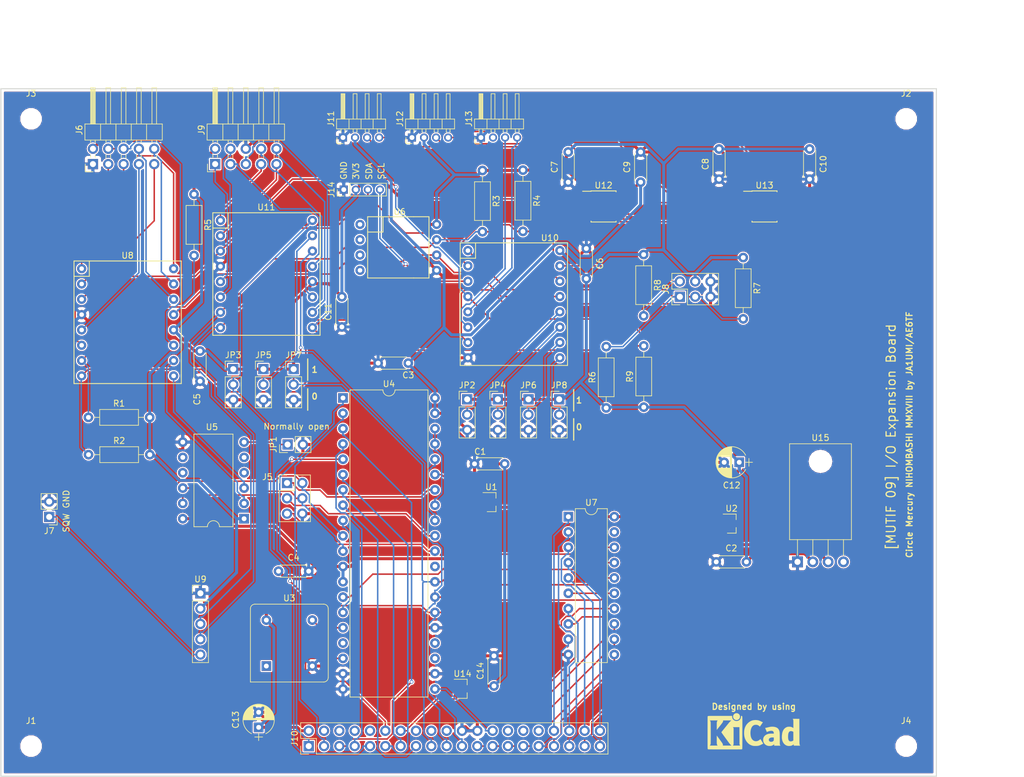
<source format=kicad_pcb>
(kicad_pcb (version 4) (host pcbnew 4.0.7)
  (title_block (title "MUTIF09 I/O Expansion Board") (date 2018/07/30) (rev 1) (company "MUTIF09 Project") (comment 1 "As of placing the order with FusionPCB"))
  (layers (0 F.Cu signal) (31 B.Cu signal) (34 B.Paste user) (35 F.Paste user) (36 B.SilkS user) (37 F.SilkS user) (38 B.Mask user) (39 F.Mask user) (44 Edge.Cuts user))
  (net 0 "")
  (net 1 /GND)
  (net 2 /+5V)
  (net 3 /+3V3)
  (net 4 "Net-(J1-Pad1)")
  (net 5 "Net-(J2-Pad1)")
  (net 6 "Net-(J3-Pad1)")
  (net 7 "Net-(J4-Pad1)")
  (net 8 //O1)
  (net 9 /SIN)
  (net 10 //O2)
  (net 11 /SOUT)
  (net 12 /INTR)
  (net 13 /GPIO0)
  (net 14 /GPIO7)
  (net 15 /GPIO1)
  (net 16 /GPIO6)
  (net 17 /GPIO2)
  (net 18 /GPIO5)
  (net 19 /GPIO3)
  (net 20 /GPIO4)
  (net 21 "Net-(J7-Pad1)")
  (net 22 //INT0)
  (net 23 //INT_IN)
  (net 24 //INT1)
  (net 25 /MISO)
  (net 26 /SPICLK)
  (net 27 /MOSI)
  (net 28 //INT_SPI)
  (net 29 //SS0_GPIO0)
  (net 30 //SS3_GPIO3)
  (net 31 //SS1_GPIO1)
  (net 32 //SS2_GPIO2)
  (net 33 /D0)
  (net 34 /D1)
  (net 35 "Net-(J10-Pad4)")
  (net 36 /D2)
  (net 37 "Net-(J10-Pad6)")
  (net 38 /D3)
  (net 39 "Net-(J10-Pad8)")
  (net 40 /D4)
  (net 41 "Net-(J10-Pad10)")
  (net 42 /D5)
  (net 43 /R_/W)
  (net 44 /D6)
  (net 45 //SYS_RES)
  (net 46 /D7)
  (net 47 "Net-(J10-Pad16)")
  (net 48 /A0)
  (net 49 "Net-(J10-Pad18)")
  (net 50 /A1)
  (net 51 "Net-(J10-Pad20)")
  (net 52 /A2)
  (net 53 /A3)
  (net 54 /A4)
  (net 55 //R_W)
  (net 56 /A5)
  (net 57 "Net-(J10-Pad28)")
  (net 58 /A6)
  (net 59 "Net-(J10-Pad30)")
  (net 60 /A7)
  (net 61 "Net-(J10-Pad32)")
  (net 62 /A8)
  (net 63 /A15)
  (net 64 /A9)
  (net 65 /A14)
  (net 66 /A10)
  (net 67 /A13)
  (net 68 /A11)
  (net 69 /A12)
  (net 70 "Net-(J11-Pad3)")
  (net 71 "Net-(J11-Pad4)")
  (net 72 "Net-(J12-Pad3)")
  (net 73 "Net-(J12-Pad4)")
  (net 74 "Net-(J13-Pad2)")
  (net 75 /SDA_MST1)
  (net 76 /SCL_MST1)
  (net 77 /SDA_MST0)
  (net 78 /SCL_MST0)
  (net 79 "Net-(JP1-Pad1)")
  (net 80 /AD3)
  (net 81 /AD2)
  (net 82 /AD1)
  (net 83 /AD0)
  (net 84 /SDA_SLAVE)
  (net 85 /SCL_SLAVE)
  (net 86 "Net-(R5-Pad2)")
  (net 87 /RST)
  (net 88 //RESET)
  (net 89 "Net-(U3-Pad1)")
  (net 90 /CLK)
  (net 91 "Net-(U4-Pad23)")
  (net 92 "Net-(U4-Pad24)")
  (net 93 "Net-(U4-Pad15)")
  (net 94 "Net-(U4-Pad29)")
  (net 95 "Net-(U4-Pad32)")
  (net 96 "Net-(U4-Pad33)")
  (net 97 //UARTCE)
  (net 98 "Net-(U4-Pad17)")
  (net 99 /TX)
  (net 100 "Net-(U5-Pad8)")
  (net 101 /RX)
  (net 102 "Net-(U5-Pad9)")
  (net 103 "Net-(U5-Pad4)")
  (net 104 "Net-(U5-Pad5)")
  (net 105 "Net-(U6-Pad1)")
  (net 106 "Net-(U6-Pad2)")
  (net 107 "Net-(U6-Pad3)")
  (net 108 "Net-(U6-Pad4)")
  (net 109 "Net-(U7-Pad19)")
  (net 110 "Net-(U12-Pad5)")
  (net 111 "Net-(U13-Pad5)")
  (net 112 "Net-(U15-Pad4)")
  (module Capacitors_THT:C_Disc_D4.3mm_W1.9mm_P5.00mm (layer F.Cu) (at 128.476 92.2)
    (fp_text reference C1 (at 0.937 -2.03) (layer F.SilkS))
    (fp_text value 0.1u)
    (pad 1 thru_hole circle (at 0 0) (size 1.6 1.6) (drill 0.8) (layers *.Cu *.Mask) (net 1 /GND))
    (pad 2 thru_hole circle (at 5 0) (size 1.6 1.6) (drill 0.8) (layers *.Cu *.Mask) (net 2 /+5V))
  )
  (module Capacitors_THT:C_Disc_D4.3mm_W1.9mm_P5.00mm (layer F.Cu) (at 168.529 108.458)
    (fp_text reference C2 (at 2.5 -2.26) (layer F.SilkS))
    (fp_text value 0.1u)
    (pad 1 thru_hole circle (at 0 0) (size 1.6 1.6) (drill 0.8) (layers *.Cu *.Mask) (net 1 /GND))
    (pad 2 thru_hole circle (at 5 0) (size 1.6 1.6) (drill 0.8) (layers *.Cu *.Mask) (net 3 /+3V3))
  )
  (module Capacitors_THT:C_Disc_D4.3mm_W1.9mm_P5.00mm (layer F.Cu) (at 117.5 75.5 180)
    (fp_text reference C3 (at 0 -2 180) (layer F.SilkS))
    (fp_text value 0.1u)
    (pad 1 thru_hole circle (at 0 0 180) (size 1.6 1.6) (drill 0.8) (layers *.Cu *.Mask) (net 2 /+5V))
    (pad 2 thru_hole circle (at 5 0 180) (size 1.6 1.6) (drill 0.8) (layers *.Cu *.Mask) (net 1 /GND))
  )
  (module Capacitors_THT:C_Disc_D4.3mm_W1.9mm_P5.00mm (layer F.Cu) (at 96 110)
    (fp_text reference C4 (at 2.5 -2.26) (layer F.SilkS))
    (fp_text value 0.1u)
    (pad 1 thru_hole circle (at 0 0) (size 1.6 1.6) (drill 0.8) (layers *.Cu *.Mask) (net 2 /+5V))
    (pad 2 thru_hole circle (at 5 0) (size 1.6 1.6) (drill 0.8) (layers *.Cu *.Mask) (net 1 /GND))
  )
  (module Capacitors_THT:C_Disc_D4.3mm_W1.9mm_P5.00mm (layer F.Cu) (at 83 73.5 270)
    (fp_text reference C5 (at 8 0.5 270) (layer F.SilkS))
    (fp_text value 0.1u)
    (pad 1 thru_hole circle (at 0 0 270) (size 1.6 1.6) (drill 0.8) (layers *.Cu *.Mask) (net 3 /+3V3))
    (pad 2 thru_hole circle (at 5 0 270) (size 1.6 1.6) (drill 0.8) (layers *.Cu *.Mask) (net 1 /GND))
  )
  (module Capacitors_THT:C_Disc_D4.3mm_W1.9mm_P5.00mm (layer F.Cu) (at 147 56.5 270)
    (fp_text reference C6 (at 2.5 -2.26 270) (layer F.SilkS))
    (fp_text value 0.1u)
    (pad 1 thru_hole circle (at 0 0 270) (size 1.6 1.6) (drill 0.8) (layers *.Cu *.Mask) (net 1 /GND))
    (pad 2 thru_hole circle (at 5 0 270) (size 1.6 1.6) (drill 0.8) (layers *.Cu *.Mask) (net 3 /+3V3))
  )
  (module Capacitors_THT:C_Disc_D4.3mm_W1.9mm_P5.00mm (layer F.Cu) (at 144 45.5 90)
    (fp_text reference C7 (at 2.5 -2.26 90) (layer F.SilkS))
    (fp_text value 0.1u)
    (pad 1 thru_hole circle (at 0 0 90) (size 1.6 1.6) (drill 0.8) (layers *.Cu *.Mask) (net 1 /GND))
    (pad 2 thru_hole circle (at 5 0 90) (size 1.6 1.6) (drill 0.8) (layers *.Cu *.Mask) (net 3 /+3V3))
  )
  (module Capacitors_THT:C_Disc_D4.3mm_W1.9mm_P5.00mm (layer F.Cu) (at 169 45 90)
    (fp_text reference C8 (at 2.5 -2.26 90) (layer F.SilkS))
    (fp_text value 0.1u)
    (pad 1 thru_hole circle (at 0 0 90) (size 1.6 1.6) (drill 0.8) (layers *.Cu *.Mask) (net 1 /GND))
    (pad 2 thru_hole circle (at 5 0 90) (size 1.6 1.6) (drill 0.8) (layers *.Cu *.Mask) (net 3 /+3V3))
  )
  (module Capacitors_THT:C_Disc_D4.3mm_W1.9mm_P5.00mm (layer F.Cu) (at 156 45.5 90)
    (fp_text reference C9 (at 2.5 -2.26 90) (layer F.SilkS))
    (fp_text value 0.1u)
    (pad 1 thru_hole circle (at 0 0 90) (size 1.6 1.6) (drill 0.8) (layers *.Cu *.Mask) (net 2 /+5V))
    (pad 2 thru_hole circle (at 5 0 90) (size 1.6 1.6) (drill 0.8) (layers *.Cu *.Mask) (net 1 /GND))
  )
  (module Capacitors_THT:C_Disc_D4.3mm_W1.9mm_P5.00mm (layer F.Cu) (at 184 40 270)
    (fp_text reference C10 (at 2.5 -2.26 270) (layer F.SilkS))
    (fp_text value 0.1u)
    (pad 1 thru_hole circle (at 0 0 270) (size 1.6 1.6) (drill 0.8) (layers *.Cu *.Mask) (net 3 /+3V3))
    (pad 2 thru_hole circle (at 5 0 270) (size 1.6 1.6) (drill 0.8) (layers *.Cu *.Mask) (net 1 /GND))
  )
  (module Capacitors_THT:C_Disc_D4.3mm_W1.9mm_P5.00mm (layer F.Cu) (at 106.5 69.5 90)
    (fp_text reference C11 (at 2.5 -2.26 90) (layer F.SilkS))
    (fp_text value 0.1u)
    (pad 1 thru_hole circle (at 0 0 90) (size 1.6 1.6) (drill 0.8) (layers *.Cu *.Mask) (net 1 /GND))
    (pad 2 thru_hole circle (at 5 0 90) (size 1.6 1.6) (drill 0.8) (layers *.Cu *.Mask) (net 3 /+3V3))
  )
  (module Capacitors_THT:CP_Radial_D5.0mm_P2.50mm (layer F.Cu) (at 172.339 91.948 180)
    (fp_text reference C12 (at 1.25 -3.81 180) (layer F.SilkS))
    (fp_text value 10u)
    (pad 1 thru_hole rect (at 0 0 180) (size 1.6 1.6) (drill 0.8) (layers *.Cu *.Mask) (net 3 /+3V3))
    (pad 2 thru_hole circle (at 2.5 0 180) (size 1.6 1.6) (drill 0.8) (layers *.Cu *.Mask) (net 1 /GND))
  )
  (module Capacitors_THT:CP_Radial_D5.0mm_P2.50mm (layer F.Cu) (at 92.71 135.89 90)
    (fp_text reference C13 (at 1.25 -3.81 90) (layer F.SilkS))
    (fp_text value 10u)
    (pad 1 thru_hole rect (at 0 0 90) (size 1.6 1.6) (drill 0.8) (layers *.Cu *.Mask) (net 2 /+5V))
    (pad 2 thru_hole circle (at 2.5 0 90) (size 1.6 1.6) (drill 0.8) (layers *.Cu *.Mask) (net 1 /GND))
  )
  (module Mounting_Holes:MountingHole_3.2mm_M3 (layer F.Cu) (at 55 139)
    (fp_text reference J1 (at 0 -4.2) (layer F.SilkS))
    (fp_text value Mount_Hole_3.2mm_M3 hide)
    (pad 1 np_thru_hole circle (at 0 0) (size 3.2 3.2) (drill 3.2) (layers *.Cu *.Mask) (net 4 "Net-(J1-Pad1)"))
  )
  (module Mounting_Holes:MountingHole_3.2mm_M3 (layer F.Cu) (at 200 35)
    (fp_text reference J2 (at 0 -4.2) (layer F.SilkS))
    (fp_text value Mount_Hole_3.2mm_M3 hide)
    (pad 1 np_thru_hole circle (at 0 0) (size 3.2 3.2) (drill 3.2) (layers *.Cu *.Mask) (net 5 "Net-(J2-Pad1)"))
  )
  (module Mounting_Holes:MountingHole_3.2mm_M3 (layer F.Cu) (at 55 35)
    (fp_text reference J3 (at 0 -4.2) (layer F.SilkS))
    (fp_text value Mount_Hole_3.2mm_M3 hide)
    (pad 1 np_thru_hole circle (at 0 0) (size 3.2 3.2) (drill 3.2) (layers *.Cu *.Mask) (net 6 "Net-(J3-Pad1)"))
  )
  (module Mounting_Holes:MountingHole_3.2mm_M3 (layer F.Cu) (at 200 139)
    (fp_text reference J4 (at 0 -4.2) (layer F.SilkS))
    (fp_text value Mount_Hole_3.2mm_M3 hide)
    (pad 1 np_thru_hole circle (at 0 0) (size 3.2 3.2) (drill 3.2) (layers *.Cu *.Mask) (net 7 "Net-(J4-Pad1)"))
  )
  (module Pin_Headers:Pin_Header_Straight_2x03_Pitch2.54mm (layer F.Cu) (at 97.409 95.377)
    (fp_text reference J5 (at -3.25 -1) (layer F.SilkS))
    (fp_text value UART_5V)
    (pad 1 thru_hole rect (at 0 0) (size 1.7 1.7) (drill 1) (layers *.Cu *.Mask) (net 8 //O1))
    (pad 2 thru_hole oval (at 2.54 0) (size 1.7 1.7) (drill 1) (layers *.Cu *.Mask) (net 9 /SIN))
    (pad 3 thru_hole oval (at 0 2.54) (size 1.7 1.7) (drill 1) (layers *.Cu *.Mask) (net 10 //O2))
    (pad 4 thru_hole oval (at 2.54 2.54) (size 1.7 1.7) (drill 1) (layers *.Cu *.Mask) (net 11 /SOUT))
    (pad 5 thru_hole oval (at 0 5.08) (size 1.7 1.7) (drill 1) (layers *.Cu *.Mask) (net 12 /INTR))
    (pad 6 thru_hole oval (at 2.54 5.08) (size 1.7 1.7) (drill 1) (layers *.Cu *.Mask) (net 1 /GND))
  )
  (module Pin_Headers:Pin_Header_Angled_2x05_Pitch2.54mm (layer F.Cu) (at 65.25 42.5 90)
    (fp_text reference J6 (at 5.655 -2.27 90) (layer F.SilkS))
    (fp_text value GPIO_3V3)
    (pad 1 thru_hole rect (at 0 0 90) (size 1.7 1.7) (drill 1) (layers *.Cu *.Mask) (net 1 /GND))
    (pad 2 thru_hole oval (at 2.54 0 90) (size 1.7 1.7) (drill 1) (layers *.Cu *.Mask) (net 3 /+3V3))
    (pad 3 thru_hole oval (at 0 2.54 90) (size 1.7 1.7) (drill 1) (layers *.Cu *.Mask) (net 13 /GPIO0))
    (pad 4 thru_hole oval (at 2.54 2.54 90) (size 1.7 1.7) (drill 1) (layers *.Cu *.Mask) (net 14 /GPIO7))
    (pad 5 thru_hole oval (at 0 5.08 90) (size 1.7 1.7) (drill 1) (layers *.Cu *.Mask) (net 15 /GPIO1))
    (pad 6 thru_hole oval (at 2.54 5.08 90) (size 1.7 1.7) (drill 1) (layers *.Cu *.Mask) (net 16 /GPIO6))
    (pad 7 thru_hole oval (at 0 7.62 90) (size 1.7 1.7) (drill 1) (layers *.Cu *.Mask) (net 17 /GPIO2))
    (pad 8 thru_hole oval (at 2.54 7.62 90) (size 1.7 1.7) (drill 1) (layers *.Cu *.Mask) (net 18 /GPIO5))
    (pad 9 thru_hole oval (at 0 10.16 90) (size 1.7 1.7) (drill 1) (layers *.Cu *.Mask) (net 19 /GPIO3))
    (pad 10 thru_hole oval (at 2.54 10.16 90) (size 1.7 1.7) (drill 1) (layers *.Cu *.Mask) (net 20 /GPIO4))
  )
  (module Pin_Headers:Pin_Header_Straight_1x02_Pitch2.54mm (layer F.Cu) (at 58 101 180)
    (fp_text reference J7 (at 0 -2.33 180) (layer F.SilkS))
    (fp_text value RTC_SQW)
    (pad 1 thru_hole rect (at 0 0 180) (size 1.7 1.7) (drill 1) (layers *.Cu *.Mask) (net 21 "Net-(J7-Pad1)"))
    (pad 2 thru_hole oval (at 0 2.54 180) (size 1.7 1.7) (drill 1) (layers *.Cu *.Mask) (net 1 /GND))
  )
  (module Pin_Headers:Pin_Header_Straight_2x03_Pitch2.54mm (layer F.Cu) (at 162.5 64.5 90)
    (fp_text reference J8 (at 1.27 -2.33 90) (layer F.SilkS))
    (fp_text value I2C_INT)
    (pad 1 thru_hole rect (at 0 0 90) (size 1.7 1.7) (drill 1) (layers *.Cu *.Mask) (net 22 //INT0))
    (pad 2 thru_hole oval (at 2.54 0 90) (size 1.7 1.7) (drill 1) (layers *.Cu *.Mask) (net 23 //INT_IN))
    (pad 3 thru_hole oval (at 0 2.54 90) (size 1.7 1.7) (drill 1) (layers *.Cu *.Mask) (net 24 //INT1))
    (pad 4 thru_hole oval (at 2.54 2.54 90) (size 1.7 1.7) (drill 1) (layers *.Cu *.Mask) (net 3 /+3V3))
    (pad 5 thru_hole oval (at 0 5.08 90) (size 1.7 1.7) (drill 1) (layers *.Cu *.Mask) (net 1 /GND))
    (pad 6 thru_hole oval (at 2.54 5.08 90) (size 1.7 1.7) (drill 1) (layers *.Cu *.Mask) (net 1 /GND))
  )
  (module Pin_Headers:Pin_Header_Angled_2x05_Pitch2.54mm (layer F.Cu) (at 85.5 42.5 90)
    (fp_text reference J9 (at 5.655 -2.27 90) (layer F.SilkS))
    (fp_text value "SPI _3V3")
    (pad 1 thru_hole rect (at 0 0 90) (size 1.7 1.7) (drill 1) (layers *.Cu *.Mask) (net 25 /MISO))
    (pad 2 thru_hole oval (at 2.54 0 90) (size 1.7 1.7) (drill 1) (layers *.Cu *.Mask) (net 3 /+3V3))
    (pad 3 thru_hole oval (at 0 2.54 90) (size 1.7 1.7) (drill 1) (layers *.Cu *.Mask) (net 26 /SPICLK))
    (pad 4 thru_hole oval (at 2.54 2.54 90) (size 1.7 1.7) (drill 1) (layers *.Cu *.Mask) (net 27 /MOSI))
    (pad 5 thru_hole oval (at 0 5.08 90) (size 1.7 1.7) (drill 1) (layers *.Cu *.Mask) (net 28 //INT_SPI))
    (pad 6 thru_hole oval (at 2.54 5.08 90) (size 1.7 1.7) (drill 1) (layers *.Cu *.Mask) (net 1 /GND))
    (pad 7 thru_hole oval (at 0 7.62 90) (size 1.7 1.7) (drill 1) (layers *.Cu *.Mask) (net 29 //SS0_GPIO0))
    (pad 8 thru_hole oval (at 2.54 7.62 90) (size 1.7 1.7) (drill 1) (layers *.Cu *.Mask) (net 30 //SS3_GPIO3))
    (pad 9 thru_hole oval (at 0 10.16 90) (size 1.7 1.7) (drill 1) (layers *.Cu *.Mask) (net 31 //SS1_GPIO1))
    (pad 10 thru_hole oval (at 2.54 10.16 90) (size 1.7 1.7) (drill 1) (layers *.Cu *.Mask) (net 32 //SS2_GPIO2))
  )
  (module Pin_Headers:Pin_Header_Straight_2x20_Pitch2.54mm (layer F.Cu) (at 101 139 90)
    (fp_text reference J10 (at 1.27 -2.33 90) (layer F.SilkS))
    (fp_text value "HEADER 2x20")
    (pad 1 thru_hole rect (at 0 0 90) (size 1.7 1.7) (drill 1) (layers *.Cu *.Mask) (net 33 /D0))
    (pad 2 thru_hole oval (at 2.54 0 90) (size 1.7 1.7) (drill 1) (layers *.Cu *.Mask) (net 2 /+5V))
    (pad 3 thru_hole oval (at 0 2.54 90) (size 1.7 1.7) (drill 1) (layers *.Cu *.Mask) (net 34 /D1))
    (pad 4 thru_hole oval (at 2.54 2.54 90) (size 1.7 1.7) (drill 1) (layers *.Cu *.Mask) (net 35 "Net-(J10-Pad4)"))
    (pad 5 thru_hole oval (at 0 5.08 90) (size 1.7 1.7) (drill 1) (layers *.Cu *.Mask) (net 36 /D2))
    (pad 6 thru_hole oval (at 2.54 5.08 90) (size 1.7 1.7) (drill 1) (layers *.Cu *.Mask) (net 37 "Net-(J10-Pad6)"))
    (pad 7 thru_hole oval (at 0 7.62 90) (size 1.7 1.7) (drill 1) (layers *.Cu *.Mask) (net 38 /D3))
    (pad 8 thru_hole oval (at 2.54 7.62 90) (size 1.7 1.7) (drill 1) (layers *.Cu *.Mask) (net 39 "Net-(J10-Pad8)"))
    (pad 9 thru_hole oval (at 0 10.16 90) (size 1.7 1.7) (drill 1) (layers *.Cu *.Mask) (net 40 /D4))
    (pad 10 thru_hole oval (at 2.54 10.16 90) (size 1.7 1.7) (drill 1) (layers *.Cu *.Mask) (net 41 "Net-(J10-Pad10)"))
    (pad 11 thru_hole oval (at 0 12.7 90) (size 1.7 1.7) (drill 1) (layers *.Cu *.Mask) (net 42 /D5))
    (pad 12 thru_hole oval (at 2.54 12.7 90) (size 1.7 1.7) (drill 1) (layers *.Cu *.Mask) (net 43 /R_/W))
    (pad 13 thru_hole oval (at 0 15.24 90) (size 1.7 1.7) (drill 1) (layers *.Cu *.Mask) (net 44 /D6))
    (pad 14 thru_hole oval (at 2.54 15.24 90) (size 1.7 1.7) (drill 1) (layers *.Cu *.Mask) (net 45 //SYS_RES))
    (pad 15 thru_hole oval (at 0 17.78 90) (size 1.7 1.7) (drill 1) (layers *.Cu *.Mask) (net 46 /D7))
    (pad 16 thru_hole oval (at 2.54 17.78 90) (size 1.7 1.7) (drill 1) (layers *.Cu *.Mask) (net 47 "Net-(J10-Pad16)"))
    (pad 17 thru_hole oval (at 0 20.32 90) (size 1.7 1.7) (drill 1) (layers *.Cu *.Mask) (net 48 /A0))
    (pad 18 thru_hole oval (at 2.54 20.32 90) (size 1.7 1.7) (drill 1) (layers *.Cu *.Mask) (net 49 "Net-(J10-Pad18)"))
    (pad 19 thru_hole oval (at 0 22.86 90) (size 1.7 1.7) (drill 1) (layers *.Cu *.Mask) (net 50 /A1))
    (pad 20 thru_hole oval (at 2.54 22.86 90) (size 1.7 1.7) (drill 1) (layers *.Cu *.Mask) (net 51 "Net-(J10-Pad20)"))
    (pad 21 thru_hole oval (at 0 25.4 90) (size 1.7 1.7) (drill 1) (layers *.Cu *.Mask) (net 52 /A2))
    (pad 22 thru_hole oval (at 2.54 25.4 90) (size 1.7 1.7) (drill 1) (layers *.Cu *.Mask) (net 1 /GND))
    (pad 23 thru_hole oval (at 0 27.94 90) (size 1.7 1.7) (drill 1) (layers *.Cu *.Mask) (net 53 /A3))
    (pad 24 thru_hole oval (at 2.54 27.94 90) (size 1.7 1.7) (drill 1) (layers *.Cu *.Mask) (net 1 /GND))
    (pad 25 thru_hole oval (at 0 30.48 90) (size 1.7 1.7) (drill 1) (layers *.Cu *.Mask) (net 54 /A4))
    (pad 26 thru_hole oval (at 2.54 30.48 90) (size 1.7 1.7) (drill 1) (layers *.Cu *.Mask) (net 55 //R_W))
    (pad 27 thru_hole oval (at 0 33.02 90) (size 1.7 1.7) (drill 1) (layers *.Cu *.Mask) (net 56 /A5))
    (pad 28 thru_hole oval (at 2.54 33.02 90) (size 1.7 1.7) (drill 1) (layers *.Cu *.Mask) (net 57 "Net-(J10-Pad28)"))
    (pad 29 thru_hole oval (at 0 35.56 90) (size 1.7 1.7) (drill 1) (layers *.Cu *.Mask) (net 58 /A6))
    (pad 30 thru_hole oval (at 2.54 35.56 90) (size 1.7 1.7) (drill 1) (layers *.Cu *.Mask) (net 59 "Net-(J10-Pad30)"))
    (pad 31 thru_hole oval (at 0 38.1 90) (size 1.7 1.7) (drill 1) (layers *.Cu *.Mask) (net 60 /A7))
    (pad 32 thru_hole oval (at 2.54 38.1 90) (size 1.7 1.7) (drill 1) (layers *.Cu *.Mask) (net 61 "Net-(J10-Pad32)"))
    (pad 33 thru_hole oval (at 0 40.64 90) (size 1.7 1.7) (drill 1) (layers *.Cu *.Mask) (net 62 /A8))
    (pad 34 thru_hole oval (at 2.54 40.64 90) (size 1.7 1.7) (drill 1) (layers *.Cu *.Mask) (net 63 /A15))
    (pad 35 thru_hole oval (at 0 43.18 90) (size 1.7 1.7) (drill 1) (layers *.Cu *.Mask) (net 64 /A9))
    (pad 36 thru_hole oval (at 2.54 43.18 90) (size 1.7 1.7) (drill 1) (layers *.Cu *.Mask) (net 65 /A14))
    (pad 37 thru_hole oval (at 0 45.72 90) (size 1.7 1.7) (drill 1) (layers *.Cu *.Mask) (net 66 /A10))
    (pad 38 thru_hole oval (at 2.54 45.72 90) (size 1.7 1.7) (drill 1) (layers *.Cu *.Mask) (net 67 /A13))
    (pad 39 thru_hole oval (at 0 48.26 90) (size 1.7 1.7) (drill 1) (layers *.Cu *.Mask) (net 68 /A11))
    (pad 40 thru_hole oval (at 2.54 48.26 90) (size 1.7 1.7) (drill 1) (layers *.Cu *.Mask) (net 69 /A12))
  )
  (module Pin_Headers:Pin_Header_Angled_1x04_Pitch2.00mm (layer F.Cu) (at 106.68 38.1 90)
    (fp_text reference J11 (at 3.1 -2 90) (layer F.SilkS))
    (fp_text value I2C_5V)
    (pad 1 thru_hole rect (at 0 0 90) (size 1.35 1.35) (drill 0.8) (layers *.Cu *.Mask) (net 1 /GND))
    (pad 2 thru_hole oval (at 0 2 90) (size 1.35 1.35) (drill 0.8) (layers *.Cu *.Mask) (net 2 /+5V))
    (pad 3 thru_hole oval (at 0 4 90) (size 1.35 1.35) (drill 0.8) (layers *.Cu *.Mask) (net 70 "Net-(J11-Pad3)"))
    (pad 4 thru_hole oval (at 0 6 90) (size 1.35 1.35) (drill 0.8) (layers *.Cu *.Mask) (net 71 "Net-(J11-Pad4)"))
  )
  (module Pin_Headers:Pin_Header_Angled_1x04_Pitch2.00mm (layer F.Cu) (at 118.11 38.1 90)
    (fp_text reference J12 (at 3.1 -2 90) (layer F.SilkS))
    (fp_text value I2C_3V3)
    (pad 1 thru_hole rect (at 0 0 90) (size 1.35 1.35) (drill 0.8) (layers *.Cu *.Mask) (net 1 /GND))
    (pad 2 thru_hole oval (at 0 2 90) (size 1.35 1.35) (drill 0.8) (layers *.Cu *.Mask) (net 3 /+3V3))
    (pad 3 thru_hole oval (at 0 4 90) (size 1.35 1.35) (drill 0.8) (layers *.Cu *.Mask) (net 72 "Net-(J12-Pad3)"))
    (pad 4 thru_hole oval (at 0 6 90) (size 1.35 1.35) (drill 0.8) (layers *.Cu *.Mask) (net 73 "Net-(J12-Pad4)"))
  )
  (module Pin_Headers:Pin_Header_Angled_1x04_Pitch2.00mm (layer F.Cu) (at 129.54 38.1 90)
    (fp_text reference J13 (at 3.1 -2 90) (layer F.SilkS))
    (fp_text value I2C_ALT_Master)
    (pad 1 thru_hole rect (at 0 0 90) (size 1.35 1.35) (drill 0.8) (layers *.Cu *.Mask) (net 1 /GND))
    (pad 2 thru_hole oval (at 0 2 90) (size 1.35 1.35) (drill 0.8) (layers *.Cu *.Mask) (net 74 "Net-(J13-Pad2)"))
    (pad 3 thru_hole oval (at 0 4 90) (size 1.35 1.35) (drill 0.8) (layers *.Cu *.Mask) (net 75 /SDA_MST1))
    (pad 4 thru_hole oval (at 0 6 90) (size 1.35 1.35) (drill 0.8) (layers *.Cu *.Mask) (net 76 /SCL_MST1))
  )
  (module Pin_Headers:Pin_Header_Straight_1x04_Pitch2.00mm (layer F.Cu) (at 106.807 46.736 90)
    (fp_text reference J14 (at 0 -2.06 90) (layer F.SilkS))
    (fp_text value I2C_Debug)
    (pad 1 thru_hole rect (at 0 0 90) (size 1.35 1.35) (drill 0.8) (layers *.Cu *.Mask) (net 1 /GND))
    (pad 2 thru_hole oval (at 0 2 90) (size 1.35 1.35) (drill 0.8) (layers *.Cu *.Mask) (net 3 /+3V3))
    (pad 3 thru_hole oval (at 0 4 90) (size 1.35 1.35) (drill 0.8) (layers *.Cu *.Mask) (net 77 /SDA_MST0))
    (pad 4 thru_hole oval (at 0 6 90) (size 1.35 1.35) (drill 0.8) (layers *.Cu *.Mask) (net 78 /SCL_MST0))
  )
  (module Pin_Headers:Pin_Header_Straight_1x02_Pitch2.54mm (layer F.Cu) (at 97.5 89 90)
    (fp_text reference JP1 (at 0 -2.33 90) (layer F.SilkS))
    (fp_text value "UART PassThru")
    (pad 1 thru_hole rect (at 0 0 90) (size 1.7 1.7) (drill 1) (layers *.Cu *.Mask) (net 79 "Net-(JP1-Pad1)"))
    (pad 2 thru_hole oval (at 0 2.54 90) (size 1.7 1.7) (drill 1) (layers *.Cu *.Mask) (net 1 /GND))
  )
  (module Pin_Headers:Pin_Header_Straight_1x03_Pitch2.54mm (layer F.Cu) (at 127.26 81.5)
    (fp_text reference JP2 (at 0 -2.33) (layer F.SilkS))
    (fp_text value A3)
    (pad 1 thru_hole rect (at 0 0) (size 1.7 1.7) (drill 1) (layers *.Cu *.Mask) (net 3 /+3V3))
    (pad 2 thru_hole oval (at 0 2.54) (size 1.7 1.7) (drill 1) (layers *.Cu *.Mask) (net 80 /AD3))
    (pad 3 thru_hole oval (at 0 5.08) (size 1.7 1.7) (drill 1) (layers *.Cu *.Mask) (net 1 /GND))
  )
  (module Pin_Headers:Pin_Header_Straight_1x03_Pitch2.54mm (layer F.Cu) (at 88.5 76.5)
    (fp_text reference JP3 (at 0 -2.33) (layer F.SilkS))
    (fp_text value A2)
    (pad 1 thru_hole rect (at 0 0) (size 1.7 1.7) (drill 1) (layers *.Cu *.Mask) (net 3 /+3V3))
    (pad 2 thru_hole oval (at 0 2.54) (size 1.7 1.7) (drill 1) (layers *.Cu *.Mask) (net 52 /A2))
    (pad 3 thru_hole oval (at 0 5.08) (size 1.7 1.7) (drill 1) (layers *.Cu *.Mask) (net 1 /GND))
  )
  (module Pin_Headers:Pin_Header_Straight_1x03_Pitch2.54mm (layer F.Cu) (at 132.34 81.5)
    (fp_text reference JP4 (at 0 -2.33) (layer F.SilkS))
    (fp_text value A2)
    (pad 1 thru_hole rect (at 0 0) (size 1.7 1.7) (drill 1) (layers *.Cu *.Mask) (net 3 /+3V3))
    (pad 2 thru_hole oval (at 0 2.54) (size 1.7 1.7) (drill 1) (layers *.Cu *.Mask) (net 81 /AD2))
    (pad 3 thru_hole oval (at 0 5.08) (size 1.7 1.7) (drill 1) (layers *.Cu *.Mask) (net 1 /GND))
  )
  (module Pin_Headers:Pin_Header_Straight_1x03_Pitch2.54mm (layer F.Cu) (at 93.5 76.5)
    (fp_text reference JP5 (at 0 -2.33) (layer F.SilkS))
    (fp_text value A1)
    (pad 1 thru_hole rect (at 0 0) (size 1.7 1.7) (drill 1) (layers *.Cu *.Mask) (net 3 /+3V3))
    (pad 2 thru_hole oval (at 0 2.54) (size 1.7 1.7) (drill 1) (layers *.Cu *.Mask) (net 50 /A1))
    (pad 3 thru_hole oval (at 0 5.08) (size 1.7 1.7) (drill 1) (layers *.Cu *.Mask) (net 1 /GND))
  )
  (module Pin_Headers:Pin_Header_Straight_1x03_Pitch2.54mm (layer F.Cu) (at 137.42 81.5)
    (fp_text reference JP6 (at 0 -2.33) (layer F.SilkS))
    (fp_text value A1)
    (pad 1 thru_hole rect (at 0 0) (size 1.7 1.7) (drill 1) (layers *.Cu *.Mask) (net 3 /+3V3))
    (pad 2 thru_hole oval (at 0 2.54) (size 1.7 1.7) (drill 1) (layers *.Cu *.Mask) (net 82 /AD1))
    (pad 3 thru_hole oval (at 0 5.08) (size 1.7 1.7) (drill 1) (layers *.Cu *.Mask) (net 1 /GND))
  )
  (module Pin_Headers:Pin_Header_Straight_1x03_Pitch2.54mm (layer F.Cu) (at 98.5 76.5)
    (fp_text reference JP7 (at 0 -2.33) (layer F.SilkS))
    (fp_text value A0)
    (pad 1 thru_hole rect (at 0 0) (size 1.7 1.7) (drill 1) (layers *.Cu *.Mask) (net 3 /+3V3))
    (pad 2 thru_hole oval (at 0 2.54) (size 1.7 1.7) (drill 1) (layers *.Cu *.Mask) (net 48 /A0))
    (pad 3 thru_hole oval (at 0 5.08) (size 1.7 1.7) (drill 1) (layers *.Cu *.Mask) (net 1 /GND))
  )
  (module Pin_Headers:Pin_Header_Straight_1x03_Pitch2.54mm (layer F.Cu) (at 142.5 81.5)
    (fp_text reference JP8 (at 0 -2.33) (layer F.SilkS))
    (fp_text value A0)
    (pad 1 thru_hole rect (at 0 0) (size 1.7 1.7) (drill 1) (layers *.Cu *.Mask) (net 3 /+3V3))
    (pad 2 thru_hole oval (at 0 2.54) (size 1.7 1.7) (drill 1) (layers *.Cu *.Mask) (net 83 /AD0))
    (pad 3 thru_hole oval (at 0 5.08) (size 1.7 1.7) (drill 1) (layers *.Cu *.Mask) (net 1 /GND))
  )
  (module Resistors_THT:R_Axial_DIN0207_L6.3mm_D2.5mm_P10.16mm_Horizontal (layer F.Cu) (at 64.5 84.5)
    (fp_text reference R1 (at 5.08 -2.31) (layer F.SilkS))
    (fp_text value 1.8K)
    (pad 1 thru_hole circle (at 0 0) (size 1.6 1.6) (drill 0.8) (layers *.Cu *.Mask) (net 77 /SDA_MST0))
    (pad 2 thru_hole oval (at 10.16 0) (size 1.6 1.6) (drill 0.8) (layers *.Cu *.Mask) (net 3 /+3V3))
  )
  (module Resistors_THT:R_Axial_DIN0207_L6.3mm_D2.5mm_P10.16mm_Horizontal (layer F.Cu) (at 64.516 90.678)
    (fp_text reference R2 (at 5.08 -2.31) (layer F.SilkS))
    (fp_text value 1.8K)
    (pad 1 thru_hole circle (at 0 0) (size 1.6 1.6) (drill 0.8) (layers *.Cu *.Mask) (net 78 /SCL_MST0))
    (pad 2 thru_hole oval (at 10.16 0) (size 1.6 1.6) (drill 0.8) (layers *.Cu *.Mask) (net 3 /+3V3))
  )
  (module Resistors_THT:R_Axial_DIN0207_L6.3mm_D2.5mm_P10.16mm_Horizontal (layer F.Cu) (at 129.794 43.561 270)
    (fp_text reference R3 (at 5.08 -2.31 270) (layer F.SilkS))
    (fp_text value 1.8K)
    (pad 1 thru_hole circle (at 0 0 270) (size 1.6 1.6) (drill 0.8) (layers *.Cu *.Mask) (net 3 /+3V3))
    (pad 2 thru_hole oval (at 10.16 0 270) (size 1.6 1.6) (drill 0.8) (layers *.Cu *.Mask) (net 84 /SDA_SLAVE))
  )
  (module Resistors_THT:R_Axial_DIN0207_L6.3mm_D2.5mm_P10.16mm_Horizontal (layer F.Cu) (at 136.5 43.5 270)
    (fp_text reference R4 (at 5.08 -2.31 270) (layer F.SilkS))
    (fp_text value 1.8K)
    (pad 1 thru_hole circle (at 0 0 270) (size 1.6 1.6) (drill 0.8) (layers *.Cu *.Mask) (net 3 /+3V3))
    (pad 2 thru_hole oval (at 10.16 0 270) (size 1.6 1.6) (drill 0.8) (layers *.Cu *.Mask) (net 85 /SCL_SLAVE))
  )
  (module Resistors_THT:R_Axial_DIN0207_L6.3mm_D2.5mm_P10.16mm_Horizontal (layer F.Cu) (at 82 47.5 270)
    (fp_text reference R5 (at 5.08 -2.31 270) (layer F.SilkS))
    (fp_text value 1K)
    (pad 1 thru_hole circle (at 0 0 270) (size 1.6 1.6) (drill 0.8) (layers *.Cu *.Mask) (net 3 /+3V3))
    (pad 2 thru_hole oval (at 10.16 0 270) (size 1.6 1.6) (drill 0.8) (layers *.Cu *.Mask) (net 86 "Net-(R5-Pad2)"))
  )
  (module Resistors_THT:R_Axial_DIN0207_L6.3mm_D2.5mm_P10.16mm_Horizontal (layer F.Cu) (at 150.295 82.931 90)
    (fp_text reference R6 (at 5.08 -2.31 90) (layer F.SilkS))
    (fp_text value 4.7K)
    (pad 1 thru_hole circle (at 0 0 90) (size 1.6 1.6) (drill 0.8) (layers *.Cu *.Mask) (net 3 /+3V3))
    (pad 2 thru_hole oval (at 10.16 0 90) (size 1.6 1.6) (drill 0.8) (layers *.Cu *.Mask) (net 22 //INT0))
  )
  (module Resistors_THT:R_Axial_DIN0207_L6.3mm_D2.5mm_P10.16mm_Horizontal (layer F.Cu) (at 173 58 270)
    (fp_text reference R7 (at 5.08 -2.31 270) (layer F.SilkS))
    (fp_text value 4.7K)
    (pad 1 thru_hole circle (at 0 0 270) (size 1.6 1.6) (drill 0.8) (layers *.Cu *.Mask) (net 3 /+3V3))
    (pad 2 thru_hole oval (at 10.16 0 270) (size 1.6 1.6) (drill 0.8) (layers *.Cu *.Mask) (net 24 //INT1))
  )
  (module Resistors_THT:R_Axial_DIN0207_L6.3mm_D2.5mm_P10.16mm_Horizontal (layer F.Cu) (at 156.5 57.5 270)
    (fp_text reference R8 (at 5.08 -2.31 270) (layer F.SilkS))
    (fp_text value 4.7K)
    (pad 1 thru_hole circle (at 0 0 270) (size 1.6 1.6) (drill 0.8) (layers *.Cu *.Mask) (net 3 /+3V3))
    (pad 2 thru_hole oval (at 10.16 0 270) (size 1.6 1.6) (drill 0.8) (layers *.Cu *.Mask) (net 23 //INT_IN))
  )
  (module Resistors_THT:R_Axial_DIN0207_L6.3mm_D2.5mm_P10.16mm_Horizontal (layer F.Cu) (at 156.518 82.804 90)
    (fp_text reference R9 (at 5.08 -2.31 90) (layer F.SilkS))
    (fp_text value 4.7K)
    (pad 1 thru_hole circle (at 0 0 90) (size 1.6 1.6) (drill 0.8) (layers *.Cu *.Mask) (net 3 /+3V3))
    (pad 2 thru_hole oval (at 10.16 0 90) (size 1.6 1.6) (drill 0.8) (layers *.Cu *.Mask) (net 28 //INT_SPI))
  )
  (module TO_SOT_Packages_SMD:SOT-23 (layer F.Cu) (at 131.27 98.55)
    (fp_text reference U1 (at 0 -2.5) (layer F.SilkS))
    (fp_text value MCP810-450)
    (pad 1 smd rect (at -1 -0.95) (size 0.9 0.8) (layers F.Cu F.Paste F.Mask) (net 1 /GND))
    (pad 2 smd rect (at -1 0.95) (size 0.9 0.8) (layers F.Cu F.Paste F.Mask) (net 87 /RST))
    (pad 3 smd rect (at 1 0) (size 0.9 0.8) (layers F.Cu F.Paste F.Mask) (net 2 /+5V))
  )
  (module TO_SOT_Packages_SMD:SOT-23 (layer F.Cu) (at 171.069 102.108)
    (fp_text reference U2 (at 0 -2.5) (layer F.SilkS))
    (fp_text value MCP809-315)
    (pad 1 smd rect (at -1 -0.95) (size 0.9 0.8) (layers F.Cu F.Paste F.Mask) (net 1 /GND))
    (pad 2 smd rect (at -1 0.95) (size 0.9 0.8) (layers F.Cu F.Paste F.Mask) (net 88 //RESET))
    (pad 3 smd rect (at 1 0) (size 0.9 0.8) (layers F.Cu F.Paste F.Mask) (net 3 /+3V3))
  )
  (module Oscillators:Oscillator_DIP-8 (layer F.Cu) (at 93.98 125.73)
    (fp_text reference U3 (at 3.81 -11.26) (layer F.SilkS))
    (fp_text value SG-8002DC)
    (pad 1 thru_hole rect (at 0 0) (size 1.6 1.6) (drill 0.8) (layers *.Cu *.Mask) (net 89 "Net-(U3-Pad1)"))
    (pad 8 thru_hole circle (at 0 -7.62) (size 1.6 1.6) (drill 0.8) (layers *.Cu *.Mask) (net 2 /+5V))
    (pad 5 thru_hole circle (at 7.62 -7.62) (size 1.6 1.6) (drill 0.8) (layers *.Cu *.Mask) (net 90 /CLK))
    (pad 4 thru_hole circle (at 7.62 0) (size 1.6 1.6) (drill 0.8) (layers *.Cu *.Mask) (net 1 /GND))
  )
  (module Housings_DIP:DIP-40_W15.24mm (layer F.Cu) (at 106.68 81.28)
    (fp_text reference U4 (at 7.62 -2.33) (layer F.SilkS))
    (fp_text value PC16550D)
    (pad 1 thru_hole rect (at 0 0) (size 1.6 1.6) (drill 0.8) (layers *.Cu *.Mask) (net 33 /D0))
    (pad 21 thru_hole oval (at 15.24 48.26) (size 1.6 1.6) (drill 0.8) (layers *.Cu *.Mask) (net 55 //R_W))
    (pad 2 thru_hole oval (at 0 2.54) (size 1.6 1.6) (drill 0.8) (layers *.Cu *.Mask) (net 34 /D1))
    (pad 22 thru_hole oval (at 15.24 45.72) (size 1.6 1.6) (drill 0.8) (layers *.Cu *.Mask) (net 1 /GND))
    (pad 3 thru_hole oval (at 0 5.08) (size 1.6 1.6) (drill 0.8) (layers *.Cu *.Mask) (net 36 /D2))
    (pad 23 thru_hole oval (at 15.24 43.18) (size 1.6 1.6) (drill 0.8) (layers *.Cu *.Mask) (net 91 "Net-(U4-Pad23)"))
    (pad 4 thru_hole oval (at 0 7.62) (size 1.6 1.6) (drill 0.8) (layers *.Cu *.Mask) (net 38 /D3))
    (pad 24 thru_hole oval (at 15.24 40.64) (size 1.6 1.6) (drill 0.8) (layers *.Cu *.Mask) (net 92 "Net-(U4-Pad24)"))
    (pad 5 thru_hole oval (at 0 10.16) (size 1.6 1.6) (drill 0.8) (layers *.Cu *.Mask) (net 40 /D4))
    (pad 25 thru_hole oval (at 15.24 38.1) (size 1.6 1.6) (drill 0.8) (layers *.Cu *.Mask) (net 1 /GND))
    (pad 6 thru_hole oval (at 0 12.7) (size 1.6 1.6) (drill 0.8) (layers *.Cu *.Mask) (net 42 /D5))
    (pad 26 thru_hole oval (at 15.24 35.56) (size 1.6 1.6) (drill 0.8) (layers *.Cu *.Mask) (net 52 /A2))
    (pad 7 thru_hole oval (at 0 15.24) (size 1.6 1.6) (drill 0.8) (layers *.Cu *.Mask) (net 44 /D6))
    (pad 27 thru_hole oval (at 15.24 33.02) (size 1.6 1.6) (drill 0.8) (layers *.Cu *.Mask) (net 50 /A1))
    (pad 8 thru_hole oval (at 0 17.78) (size 1.6 1.6) (drill 0.8) (layers *.Cu *.Mask) (net 46 /D7))
    (pad 28 thru_hole oval (at 15.24 30.48) (size 1.6 1.6) (drill 0.8) (layers *.Cu *.Mask) (net 48 /A0))
    (pad 9 thru_hole oval (at 0 20.32) (size 1.6 1.6) (drill 0.8) (layers *.Cu *.Mask) (net 93 "Net-(U4-Pad15)"))
    (pad 29 thru_hole oval (at 15.24 27.94) (size 1.6 1.6) (drill 0.8) (layers *.Cu *.Mask) (net 94 "Net-(U4-Pad29)"))
    (pad 10 thru_hole oval (at 0 22.86) (size 1.6 1.6) (drill 0.8) (layers *.Cu *.Mask) (net 9 /SIN))
    (pad 30 thru_hole oval (at 15.24 25.4) (size 1.6 1.6) (drill 0.8) (layers *.Cu *.Mask) (net 12 /INTR))
    (pad 11 thru_hole oval (at 0 25.4) (size 1.6 1.6) (drill 0.8) (layers *.Cu *.Mask) (net 11 /SOUT))
    (pad 31 thru_hole oval (at 15.24 22.86) (size 1.6 1.6) (drill 0.8) (layers *.Cu *.Mask) (net 10 //O2))
    (pad 12 thru_hole oval (at 0 27.94) (size 1.6 1.6) (drill 0.8) (layers *.Cu *.Mask) (net 2 /+5V))
    (pad 32 thru_hole oval (at 15.24 20.32) (size 1.6 1.6) (drill 0.8) (layers *.Cu *.Mask) (net 95 "Net-(U4-Pad32)"))
    (pad 13 thru_hole oval (at 0 30.48) (size 1.6 1.6) (drill 0.8) (layers *.Cu *.Mask) (net 2 /+5V))
    (pad 33 thru_hole oval (at 15.24 17.78) (size 1.6 1.6) (drill 0.8) (layers *.Cu *.Mask) (net 96 "Net-(U4-Pad33)"))
    (pad 14 thru_hole oval (at 0 33.02) (size 1.6 1.6) (drill 0.8) (layers *.Cu *.Mask) (net 97 //UARTCE))
    (pad 34 thru_hole oval (at 15.24 15.24) (size 1.6 1.6) (drill 0.8) (layers *.Cu *.Mask) (net 8 //O1))
    (pad 15 thru_hole oval (at 0 35.56) (size 1.6 1.6) (drill 0.8) (layers *.Cu *.Mask) (net 93 "Net-(U4-Pad15)"))
    (pad 35 thru_hole oval (at 15.24 12.7) (size 1.6 1.6) (drill 0.8) (layers *.Cu *.Mask) (net 87 /RST))
    (pad 16 thru_hole oval (at 0 38.1) (size 1.6 1.6) (drill 0.8) (layers *.Cu *.Mask) (net 90 /CLK))
    (pad 36 thru_hole oval (at 15.24 10.16) (size 1.6 1.6) (drill 0.8) (layers *.Cu *.Mask) (net 95 "Net-(U4-Pad32)"))
    (pad 17 thru_hole oval (at 0 40.64) (size 1.6 1.6) (drill 0.8) (layers *.Cu *.Mask) (net 98 "Net-(U4-Pad17)"))
    (pad 37 thru_hole oval (at 15.24 7.62) (size 1.6 1.6) (drill 0.8) (layers *.Cu *.Mask) (net 96 "Net-(U4-Pad33)"))
    (pad 18 thru_hole oval (at 0 43.18) (size 1.6 1.6) (drill 0.8) (layers *.Cu *.Mask) (net 43 /R_/W))
    (pad 38 thru_hole oval (at 15.24 5.08) (size 1.6 1.6) (drill 0.8) (layers *.Cu *.Mask) (net 96 "Net-(U4-Pad33)"))
    (pad 19 thru_hole oval (at 0 45.72) (size 1.6 1.6) (drill 0.8) (layers *.Cu *.Mask) (net 1 /GND))
    (pad 39 thru_hole oval (at 15.24 2.54) (size 1.6 1.6) (drill 0.8) (layers *.Cu *.Mask) (net 2 /+5V))
    (pad 20 thru_hole oval (at 0 48.26) (size 1.6 1.6) (drill 0.8) (layers *.Cu *.Mask) (net 1 /GND))
    (pad 40 thru_hole oval (at 15.24 0) (size 1.6 1.6) (drill 0.8) (layers *.Cu *.Mask) (net 2 /+5V))
  )
  (module Housings_DIP:DIP-12_W10.16mm (layer F.Cu) (at 90.297 101.297 180)
    (fp_text reference U5 (at 5.334 15.191 180) (layer F.SilkS))
    (fp_text value TXB0104_Breakout)
    (pad 1 thru_hole rect (at 0 0 180) (size 1.6 1.6) (drill 0.8) (layers *.Cu *.Mask) (net 3 /+3V3))
    (pad 7 thru_hole oval (at 10.16 12.7 180) (size 1.6 1.6) (drill 0.8) (layers *.Cu *.Mask) (net 1 /GND))
    (pad 2 thru_hole oval (at 0 2.54 180) (size 1.6 1.6) (drill 0.8) (layers *.Cu *.Mask) (net 99 /TX))
    (pad 8 thru_hole oval (at 10.16 10.16 180) (size 1.6 1.6) (drill 0.8) (layers *.Cu *.Mask) (net 100 "Net-(U5-Pad8)"))
    (pad 3 thru_hole oval (at 0 5.08 180) (size 1.6 1.6) (drill 0.8) (layers *.Cu *.Mask) (net 101 /RX))
    (pad 9 thru_hole oval (at 10.16 7.62 180) (size 1.6 1.6) (drill 0.8) (layers *.Cu *.Mask) (net 102 "Net-(U5-Pad9)"))
    (pad 4 thru_hole oval (at 0 7.62 180) (size 1.6 1.6) (drill 0.8) (layers *.Cu *.Mask) (net 103 "Net-(U5-Pad4)"))
    (pad 10 thru_hole oval (at 10.16 5.08 180) (size 1.6 1.6) (drill 0.8) (layers *.Cu *.Mask) (net 11 /SOUT))
    (pad 5 thru_hole oval (at 0 10.16 180) (size 1.6 1.6) (drill 0.8) (layers *.Cu *.Mask) (net 104 "Net-(U5-Pad5)"))
    (pad 11 thru_hole oval (at 10.16 2.54 180) (size 1.6 1.6) (drill 0.8) (layers *.Cu *.Mask) (net 9 /SIN))
    (pad 6 thru_hole oval (at 0 12.7 180) (size 1.6 1.6) (drill 0.8) (layers *.Cu *.Mask) (net 79 "Net-(JP1-Pad1)"))
    (pad 12 thru_hole oval (at 10.16 0 180) (size 1.6 1.6) (drill 0.8) (layers *.Cu *.Mask) (net 2 /+5V))
  )
  (module ioexplib:PCA9632DP1_Breakout (layer F.Cu) (at 109.5 52.5)
    (fp_text reference U6 (at 6.578 -2.081) (layer F.SilkS))
    (fp_text value PCA9632DP1_Breakout)
    (pad 1 thru_hole circle (at 0 0) (size 1.524 1.524) (drill 0.762) (layers *.Cu *.Mask) (net 105 "Net-(U6-Pad1)"))
    (pad 2 thru_hole circle (at 0 2.54) (size 1.524 1.524) (drill 0.762) (layers *.Cu *.Mask) (net 106 "Net-(U6-Pad2)"))
    (pad 3 thru_hole circle (at 0 5.08) (size 1.524 1.524) (drill 0.762) (layers *.Cu *.Mask) (net 107 "Net-(U6-Pad3)"))
    (pad 4 thru_hole circle (at 0 7.62) (size 1.524 1.524) (drill 0.762) (layers *.Cu *.Mask) (net 108 "Net-(U6-Pad4)"))
    (pad 5 thru_hole circle (at 12.7 7.62) (size 1.524 1.524) (drill 0.762) (layers *.Cu *.Mask) (net 1 /GND))
    (pad 6 thru_hole circle (at 12.7 5.08) (size 1.524 1.524) (drill 0.762) (layers *.Cu *.Mask) (net 85 /SCL_SLAVE))
    (pad 7 thru_hole circle (at 12.7 2.54) (size 1.524 1.524) (drill 0.762) (layers *.Cu *.Mask) (net 84 /SDA_SLAVE))
    (pad 8 thru_hole circle (at 12.7 0) (size 1.524 1.524) (drill 0.762) (layers *.Cu *.Mask) (net 3 /+3V3))
  )
  (module Housings_DIP:DIP-20_W7.62mm (layer F.Cu) (at 144.018 100.965)
    (fp_text reference U7 (at 3.81 -2.33) (layer F.SilkS))
    (fp_text value GAL16V8)
    (pad 1 thru_hole rect (at 0 0) (size 1.6 1.6) (drill 0.8) (layers *.Cu *.Mask) (net 63 /A15))
    (pad 11 thru_hole oval (at 7.62 22.86) (size 1.6 1.6) (drill 0.8) (layers *.Cu *.Mask) (net 58 /A6))
    (pad 2 thru_hole oval (at 0 2.54) (size 1.6 1.6) (drill 0.8) (layers *.Cu *.Mask) (net 65 /A14))
    (pad 12 thru_hole oval (at 7.62 20.32) (size 1.6 1.6) (drill 0.8) (layers *.Cu *.Mask) (net 56 /A5))
    (pad 3 thru_hole oval (at 0 5.08) (size 1.6 1.6) (drill 0.8) (layers *.Cu *.Mask) (net 67 /A13))
    (pad 13 thru_hole oval (at 7.62 17.78) (size 1.6 1.6) (drill 0.8) (layers *.Cu *.Mask) (net 54 /A4))
    (pad 4 thru_hole oval (at 0 7.62) (size 1.6 1.6) (drill 0.8) (layers *.Cu *.Mask) (net 69 /A12))
    (pad 14 thru_hole oval (at 7.62 15.24) (size 1.6 1.6) (drill 0.8) (layers *.Cu *.Mask) (net 53 /A3))
    (pad 5 thru_hole oval (at 0 10.16) (size 1.6 1.6) (drill 0.8) (layers *.Cu *.Mask) (net 68 /A11))
    (pad 15 thru_hole oval (at 7.62 12.7) (size 1.6 1.6) (drill 0.8) (layers *.Cu *.Mask) (net 52 /A2))
    (pad 6 thru_hole oval (at 0 12.7) (size 1.6 1.6) (drill 0.8) (layers *.Cu *.Mask) (net 66 /A10))
    (pad 16 thru_hole oval (at 7.62 10.16) (size 1.6 1.6) (drill 0.8) (layers *.Cu *.Mask) (net 50 /A1))
    (pad 7 thru_hole oval (at 0 15.24) (size 1.6 1.6) (drill 0.8) (layers *.Cu *.Mask) (net 64 /A9))
    (pad 17 thru_hole oval (at 7.62 7.62) (size 1.6 1.6) (drill 0.8) (layers *.Cu *.Mask) (net 48 /A0))
    (pad 8 thru_hole oval (at 0 17.78) (size 1.6 1.6) (drill 0.8) (layers *.Cu *.Mask) (net 62 /A8))
    (pad 18 thru_hole oval (at 7.62 5.08) (size 1.6 1.6) (drill 0.8) (layers *.Cu *.Mask) (net 97 //UARTCE))
    (pad 9 thru_hole oval (at 0 20.32) (size 1.6 1.6) (drill 0.8) (layers *.Cu *.Mask) (net 60 /A7))
    (pad 19 thru_hole oval (at 7.62 2.54) (size 1.6 1.6) (drill 0.8) (layers *.Cu *.Mask) (net 109 "Net-(U7-Pad19)"))
    (pad 10 thru_hole oval (at 0 22.86) (size 1.6 1.6) (drill 0.8) (layers *.Cu *.Mask) (net 1 /GND))
    (pad 20 thru_hole oval (at 7.62 0) (size 1.6 1.6) (drill 0.8) (layers *.Cu *.Mask) (net 2 /+5V))
  )
  (module Pin_Headers:Pin_Header_Straight_1x05_Pitch2.54mm (layer F.Cu) (at 83.058 113.665)
    (fp_text reference U9 (at 0 -2.33) (layer F.SilkS))
    (fp_text value PCF8523_Breakout)
    (pad 1 thru_hole rect (at 0 0) (size 1.7 1.7) (drill 1) (layers *.Cu *.Mask) (net 1 /GND))
    (pad 2 thru_hole oval (at 0 2.54) (size 1.7 1.7) (drill 1) (layers *.Cu *.Mask) (net 3 /+3V3))
    (pad 3 thru_hole oval (at 0 5.08) (size 1.7 1.7) (drill 1) (layers *.Cu *.Mask) (net 84 /SDA_SLAVE))
    (pad 4 thru_hole oval (at 0 7.62) (size 1.7 1.7) (drill 1) (layers *.Cu *.Mask) (net 85 /SCL_SLAVE))
    (pad 5 thru_hole oval (at 0 10.16) (size 1.7 1.7) (drill 1) (layers *.Cu *.Mask) (net 21 "Net-(J7-Pad1)"))
  )
  (module Housings_SOIC:SOIC-8_3.9x4.9mm_Pitch1.27mm (layer F.Cu) (at 149.86 49.53)
    (fp_text reference U12 (at 0 -3.5) (layer F.SilkS))
    (fp_text value PCA9517A)
    (pad 1 smd rect (at -2.7 -1.905) (size 1.55 0.6) (layers F.Cu F.Paste F.Mask) (net 3 /+3V3))
    (pad 2 smd rect (at -2.7 -0.635) (size 1.55 0.6) (layers F.Cu F.Paste F.Mask) (net 85 /SCL_SLAVE))
    (pad 3 smd rect (at -2.7 0.635) (size 1.55 0.6) (layers F.Cu F.Paste F.Mask) (net 84 /SDA_SLAVE))
    (pad 4 smd rect (at -2.7 1.905) (size 1.55 0.6) (layers F.Cu F.Paste F.Mask) (net 1 /GND))
    (pad 5 smd rect (at 2.7 1.905) (size 1.55 0.6) (layers F.Cu F.Paste F.Mask) (net 110 "Net-(U12-Pad5)"))
    (pad 6 smd rect (at 2.7 0.635) (size 1.55 0.6) (layers F.Cu F.Paste F.Mask) (net 70 "Net-(J11-Pad3)"))
    (pad 7 smd rect (at 2.7 -0.635) (size 1.55 0.6) (layers F.Cu F.Paste F.Mask) (net 71 "Net-(J11-Pad4)"))
    (pad 8 smd rect (at 2.7 -1.905) (size 1.55 0.6) (layers F.Cu F.Paste F.Mask) (net 2 /+5V))
  )
  (module Housings_SOIC:SOIC-8_3.9x4.9mm_Pitch1.27mm (layer F.Cu) (at 176.53 49.53)
    (fp_text reference U13 (at 0 -3.5) (layer F.SilkS))
    (fp_text value PCA9517A)
    (pad 1 smd rect (at -2.7 -1.905) (size 1.55 0.6) (layers F.Cu F.Paste F.Mask) (net 3 /+3V3))
    (pad 2 smd rect (at -2.7 -0.635) (size 1.55 0.6) (layers F.Cu F.Paste F.Mask) (net 85 /SCL_SLAVE))
    (pad 3 smd rect (at -2.7 0.635) (size 1.55 0.6) (layers F.Cu F.Paste F.Mask) (net 84 /SDA_SLAVE))
    (pad 4 smd rect (at -2.7 1.905) (size 1.55 0.6) (layers F.Cu F.Paste F.Mask) (net 1 /GND))
    (pad 5 smd rect (at 2.7 1.905) (size 1.55 0.6) (layers F.Cu F.Paste F.Mask) (net 111 "Net-(U13-Pad5)"))
    (pad 6 smd rect (at 2.7 0.635) (size 1.55 0.6) (layers F.Cu F.Paste F.Mask) (net 72 "Net-(J12-Pad3)"))
    (pad 7 smd rect (at 2.7 -0.635) (size 1.55 0.6) (layers F.Cu F.Paste F.Mask) (net 73 "Net-(J12-Pad4)"))
    (pad 8 smd rect (at 2.7 -1.905) (size 1.55 0.6) (layers F.Cu F.Paste F.Mask) (net 3 /+3V3))
  )
  (module TO_SOT_Packages_SMD:SOT-23 (layer F.Cu) (at 126.5 129.5)
    (fp_text reference U14 (at 0 -2.5) (layer F.SilkS))
    (fp_text value MCP809-450)
    (pad 1 smd rect (at -1 -0.95) (size 0.9 0.8) (layers F.Cu F.Paste F.Mask) (net 1 /GND))
    (pad 2 smd rect (at -1 0.95) (size 0.9 0.8) (layers F.Cu F.Paste F.Mask) (net 45 //SYS_RES))
    (pad 3 smd rect (at 1 0) (size 0.9 0.8) (layers F.Cu F.Paste F.Mask) (net 2 /+5V))
  )
  (module TO_SOT_Packages_THT:TO-220-4_Horizontal (layer F.Cu) (at 181.991 108.458)
    (fp_text reference U15 (at 3.81 -20.58) (layer F.SilkS))
    (fp_text value LM3671_Breakout)
    (pad 0 np_thru_hole oval (at 3.81 -16.66) (size 3.5 3.5) (drill 3.5) (layers *.Cu *.Mask))
    (pad 1 thru_hole rect (at 0 0) (size 1.8 1.8) (drill 1) (layers *.Cu *.Mask) (net 1 /GND))
    (pad 2 thru_hole oval (at 2.54 0) (size 1.8 1.8) (drill 1) (layers *.Cu *.Mask) (net 3 /+3V3))
    (pad 3 thru_hole oval (at 5.08 0) (size 1.8 1.8) (drill 1) (layers *.Cu *.Mask) (net 2 /+5V))
    (pad 4 thru_hole oval (at 7.62 0) (size 1.8 1.8) (drill 1) (layers *.Cu *.Mask) (net 112 "Net-(U15-Pad4)"))
  )
  (module Capacitors_THT:C_Disc_D4.3mm_W1.9mm_P5.00mm (layer F.Cu) (at 131.699 129.032 90)
    (fp_text reference C14 (at 2.5 -2.26 90) (layer F.SilkS))
    (fp_text value 0.1u)
    (pad 1 thru_hole circle (at 0 0 90) (size 1.6 1.6) (drill 0.8) (layers *.Cu *.Mask) (net 2 /+5V))
    (pad 2 thru_hole circle (at 5 0 90) (size 1.6 1.6) (drill 0.8) (layers *.Cu *.Mask) (net 1 /GND))
  )
  (module ioexplib:DIP-16_W15.24mm (layer F.Cu) (at 71 70)
    (fp_text reference U8 (at -0.007 -12.342) (layer F.SilkS))
    (fp_text value SC18IM700)
    (pad 1 thru_hole circle (at -7.62 -10.16) (size 1.524 1.524) (drill 0.762) (layers *.Cu *.Mask) (net 13 /GPIO0))
    (pad 2 thru_hole circle (at -7.62 -7.62) (size 1.524 1.524) (drill 0.762) (layers *.Cu *.Mask) (net 15 /GPIO1))
    (pad 3 thru_hole circle (at -7.62 -5.08) (size 1.524 1.524) (drill 0.762) (layers *.Cu *.Mask) (net 88 //RESET))
    (pad 4 thru_hole circle (at -7.62 -2.54) (size 1.524 1.524) (drill 0.762) (layers *.Cu *.Mask) (net 1 /GND))
    (pad 5 thru_hole circle (at -7.62 0) (size 1.524 1.524) (drill 0.762) (layers *.Cu *.Mask) (net 17 /GPIO2))
    (pad 6 thru_hole circle (at -7.62 2.54) (size 1.524 1.524) (drill 0.762) (layers *.Cu *.Mask) (net 19 /GPIO3))
    (pad 7 thru_hole circle (at -7.62 5.08) (size 1.524 1.524) (drill 0.762) (layers *.Cu *.Mask) (net 77 /SDA_MST0))
    (pad 8 thru_hole circle (at -7.62 7.62) (size 1.524 1.524) (drill 0.762) (layers *.Cu *.Mask) (net 78 /SCL_MST0))
    (pad 9 thru_hole circle (at 7.62 7.62) (size 1.524 1.524) (drill 0.762) (layers *.Cu *.Mask) (net 101 /RX))
    (pad 10 thru_hole circle (at 7.62 5.08) (size 1.524 1.524) (drill 0.762) (layers *.Cu *.Mask) (net 99 /TX))
    (pad 11 thru_hole circle (at 7.62 2.54) (size 1.524 1.524) (drill 0.762) (layers *.Cu *.Mask) (net 16 /GPIO6))
    (pad 12 thru_hole circle (at 7.62 0) (size 1.524 1.524) (drill 0.762) (layers *.Cu *.Mask) (net 3 /+3V3))
    (pad 13 thru_hole circle (at 7.62 -2.54) (size 1.524 1.524) (drill 0.762) (layers *.Cu *.Mask) (net 86 "Net-(R5-Pad2)"))
    (pad 14 thru_hole circle (at 7.62 -5.08) (size 1.524 1.524) (drill 0.762) (layers *.Cu *.Mask) (net 18 /GPIO5))
    (pad 15 thru_hole circle (at 7.62 -7.62) (size 1.524 1.524) (drill 0.762) (layers *.Cu *.Mask) (net 20 /GPIO4))
    (pad 16 thru_hole circle (at 7.62 -10.16) (size 1.524 1.524) (drill 0.762) (layers *.Cu *.Mask) (net 14 /GPIO7))
  )
  (module ioexplib:DIP-16_W15.24mm (layer F.Cu) (at 135 67)
    (fp_text reference U10 (at 5.97 -12.263) (layer F.SilkS))
    (fp_text value PCA9641)
    (pad 1 thru_hole circle (at -7.62 -10.16) (size 1.524 1.524) (drill 0.762) (layers *.Cu *.Mask) (net 22 //INT0))
    (pad 2 thru_hole circle (at -7.62 -7.62) (size 1.524 1.524) (drill 0.762) (layers *.Cu *.Mask) (net 77 /SDA_MST0))
    (pad 3 thru_hole circle (at -7.62 -5.08) (size 1.524 1.524) (drill 0.762) (layers *.Cu *.Mask) (net 78 /SCL_MST0))
    (pad 4 thru_hole circle (at -7.62 -2.54) (size 1.524 1.524) (drill 0.762) (layers *.Cu *.Mask) (net 88 //RESET))
    (pad 5 thru_hole circle (at -7.62 0) (size 1.524 1.524) (drill 0.762) (layers *.Cu *.Mask) (net 76 /SCL_MST1))
    (pad 6 thru_hole circle (at -7.62 2.54) (size 1.524 1.524) (drill 0.762) (layers *.Cu *.Mask) (net 75 /SDA_MST1))
    (pad 7 thru_hole circle (at -7.62 5.08) (size 1.524 1.524) (drill 0.762) (layers *.Cu *.Mask) (net 24 //INT1))
    (pad 8 thru_hole circle (at -7.62 7.62) (size 1.524 1.524) (drill 0.762) (layers *.Cu *.Mask) (net 1 /GND))
    (pad 9 thru_hole circle (at 7.62 7.62) (size 1.524 1.524) (drill 0.762) (layers *.Cu *.Mask) (net 83 /AD0))
    (pad 10 thru_hole circle (at 7.62 5.08) (size 1.524 1.524) (drill 0.762) (layers *.Cu *.Mask) (net 82 /AD1))
    (pad 11 thru_hole circle (at 7.62 2.54) (size 1.524 1.524) (drill 0.762) (layers *.Cu *.Mask) (net 81 /AD2))
    (pad 12 thru_hole circle (at 7.62 0) (size 1.524 1.524) (drill 0.762) (layers *.Cu *.Mask) (net 80 /AD3))
    (pad 13 thru_hole circle (at 7.62 -2.54) (size 1.524 1.524) (drill 0.762) (layers *.Cu *.Mask) (net 85 /SCL_SLAVE))
    (pad 14 thru_hole circle (at 7.62 -5.08) (size 1.524 1.524) (drill 0.762) (layers *.Cu *.Mask) (net 84 /SDA_SLAVE))
    (pad 15 thru_hole circle (at 7.62 -7.62) (size 1.524 1.524) (drill 0.762) (layers *.Cu *.Mask) (net 23 //INT_IN))
    (pad 16 thru_hole circle (at 7.62 -10.16) (size 1.524 1.524) (drill 0.762) (layers *.Cu *.Mask) (net 3 /+3V3))
  )
  (module ioexplib:DIP-16_W15.24mm (layer F.Cu) (at 94 62)
    (fp_text reference U11 (at -0.02 -12.343) (layer F.SilkS))
    (fp_text value SC18IS602B)
    (pad 1 thru_hole circle (at -7.62 -10.16) (size 1.524 1.524) (drill 0.762) (layers *.Cu *.Mask) (net 29 //SS0_GPIO0))
    (pad 2 thru_hole circle (at -7.62 -7.62) (size 1.524 1.524) (drill 0.762) (layers *.Cu *.Mask) (net 31 //SS1_GPIO1))
    (pad 3 thru_hole circle (at -7.62 -5.08) (size 1.524 1.524) (drill 0.762) (layers *.Cu *.Mask) (net 88 //RESET))
    (pad 4 thru_hole circle (at -7.62 -2.54) (size 1.524 1.524) (drill 0.762) (layers *.Cu *.Mask) (net 1 /GND))
    (pad 5 thru_hole circle (at -7.62 0) (size 1.524 1.524) (drill 0.762) (layers *.Cu *.Mask) (net 25 /MISO))
    (pad 6 thru_hole circle (at -7.62 2.54) (size 1.524 1.524) (drill 0.762) (layers *.Cu *.Mask) (net 27 /MOSI))
    (pad 7 thru_hole circle (at -7.62 5.08) (size 1.524 1.524) (drill 0.762) (layers *.Cu *.Mask) (net 84 /SDA_SLAVE))
    (pad 8 thru_hole circle (at -7.62 7.62) (size 1.524 1.524) (drill 0.762) (layers *.Cu *.Mask) (net 85 /SCL_SLAVE))
    (pad 9 thru_hole circle (at 7.62 7.62) (size 1.524 1.524) (drill 0.762) (layers *.Cu *.Mask) (net 28 //INT_SPI))
    (pad 10 thru_hole circle (at 7.62 5.08) (size 1.524 1.524) (drill 0.762) (layers *.Cu *.Mask) (net 32 //SS2_GPIO2))
    (pad 11 thru_hole circle (at 7.62 2.54) (size 1.524 1.524) (drill 0.762) (layers *.Cu *.Mask) (net 26 /SPICLK))
    (pad 12 thru_hole circle (at 7.62 0) (size 1.524 1.524) (drill 0.762) (layers *.Cu *.Mask) (net 3 /+3V3))
    (pad 13 thru_hole circle (at 7.62 -2.54) (size 1.524 1.524) (drill 0.762) (layers *.Cu *.Mask) (net 30 //SS3_GPIO3))
    (pad 14 thru_hole circle (at 7.62 -5.08) (size 1.524 1.524) (drill 0.762) (layers *.Cu *.Mask) (net 48 /A0))
    (pad 15 thru_hole circle (at 7.62 -7.62) (size 1.524 1.524) (drill 0.762) (layers *.Cu *.Mask) (net 50 /A1))
    (pad 16 thru_hole circle (at 7.62 -10.16) (size 1.524 1.524) (drill 0.762) (layers *.Cu *.Mask) (net 52 /A2))
  )
  (module Symbols:KiCad-Logo_6mm_SilkScreen (layer F.Cu) (at 174.752 136.525)
    (fp_text reference REF*** hide)
    (fp_text value KiCad-Logo_6mm_SilkScreen hide)
  )
  (gr_text "Normally open" (at 99 86) (layer F.SilkS) (effects (font (size 1 1))))
  (gr_text SCL (at 113.03 43.688 90) (layer F.SilkS) (effects (font (size 1 1))))
  (gr_text SDA (at 110.998 43.688 90) (layer F.SilkS) (effects (font (size 1 1))))
  (gr_text 3V3 (at 108.839 43.688 90) (layer F.SilkS) (effects (font (size 1 1))))
  (gr_text GND (at 106.807 43.561 90) (layer F.SilkS) (effects (font (size 1 1))))
  (gr_text GND (at 60.833 98.044 90) (layer F.SilkS) (effects (font (size 1 1))))
  (gr_text SQW (at 60.833 101.981 90) (layer F.SilkS) (effects (font (size 1 1))))
  (gr_text 0 (at 145.796 86.106) (layer F.SilkS) (effects (font (size 1 1) (thickness 0.2))))
  (gr_text 1 (at 145.796 81.661) (layer F.SilkS) (effects (font (size 1 1) (thickness 0.2))))
  (gr_text 0 (at 101.981 81.026) (layer F.SilkS) (effects (font (size 1 1) (thickness 0.2))))
  (gr_text 1 (at 101.981 76.581) (layer F.SilkS) (effects (font (size 1 1) (thickness 0.2))))
  (gr_line (start 100.838 79.756) (end 100.838 83.312) (angle 90) (layer F.SilkS) (width 0.2))
  (gr_line (start 144.907 79.883) (end 144.907 83.439) (angle 90) (layer F.SilkS) (width 0.2))
  (gr_line (start 144.907 84.709) (end 144.907 88.265) (angle 90) (layer F.SilkS) (width 0.2))
  (gr_line (start 100.838 74.803) (end 100.838 78.359) (angle 90) (layer F.SilkS) (width 0.2))
  (gr_text "Designed by using" (at 174.752 132.461) (layer F.SilkS) (effects (font (size 1 1) (thickness 0.2))))
  (gr_text "Circle Mercury NIHOMBASHI MMXVIII by JA1UMI/AE6TF" (at 200.533 87.376 90) (layer F.SilkS) (effects (font (size 1 1) (thickness 0.2))))
  (gr_text "[MUTIF 09] I/O Expansion Board" (at 197.485 87.757 90) (layer F.SilkS) (effects (font (size 1.5 1.5) (thickness 0.2))))
  (gr_line (start 50 144) (end 50 30) (angle 90) (layer Edge.Cuts) (width 0.15))
  (gr_line (start 205 144) (end 50 144) (angle 90) (layer Edge.Cuts) (width 0.15))
  (gr_line (start 205 30) (end 205 144) (angle 90) (layer Edge.Cuts) (width 0.15))
  (gr_line (start 50 30) (end 205 30) (angle 90) (layer Edge.Cuts) (width 0.15))
  (segment (start 106.68 129.54) (end 106.68 127) (width 0.5) (layer B.Cu) (net 1))
  (segment (start 170.069 101.158) (end 170.069 100.3077) (width 0.5) (layer F.Cu) (net 1))
  (segment (start 130.27 97.6) (end 130.27 96.7497) (width 0.5) (layer F.Cu) (net 1))
  (segment (start 98.5 81.58) (end 93.5 81.58) (width 0.5) (layer F.Cu) (net 1))
  (segment (start 93.5 81.58) (end 88.5 81.58) (width 0.5) (layer F.Cu) (net 1))
  (segment (start 106.807 46.3484) (end 106.807 45.6107) (width 0.5) (layer B.Cu) (net 1))
  (segment (start 106.807 46.3484) (end 106.807 46.736) (width 0.5) (layer B.Cu) (net 1))
  (segment (start 167.58 61.96) (end 167.58 64.5) (width 0.5) (layer B.Cu) (net 1))
  (segment (start 112.82 69.5) (end 112.5 69.5) (width 0.5) (layer B.Cu) (net 1))
  (segment (start 122.2 60.12) (end 112.82 69.5) (width 0.5) (layer B.Cu) (net 1))
  (segment (start 112.5 69.5) (end 112.5 75.5) (width 0.5) (layer B.Cu) (net 1))
  (segment (start 169.839 100.0777) (end 169.839 91.948) (width 0.5) (layer F.Cu) (net 1))
  (segment (start 170.069 100.3077) (end 169.839 100.0777) (width 0.5) (layer F.Cu) (net 1))
  (segment (start 142.5 86.58) (end 143.8003 86.58) (width 0.5) (layer F.Cu) (net 1))
  (segment (start 149.1683 91.948) (end 143.8003 86.58) (width 0.5) (layer F.Cu) (net 1))
  (segment (start 169.839 91.948) (end 149.1683 91.948) (width 0.5) (layer F.Cu) (net 1))
  (segment (start 128.476 94.9557) (end 128.476 92.2) (width 0.5) (layer F.Cu) (net 1))
  (segment (start 130.27 96.7497) (end 128.476 94.9557) (width 0.5) (layer F.Cu) (net 1))
  (segment (start 65.25 65.59) (end 65.25 42.5) (width 0.5) (layer B.Cu) (net 1))
  (segment (start 63.38 67.46) (end 65.25 65.59) (width 0.5) (layer B.Cu) (net 1))
  (segment (start 127.26 86.58) (end 127.26 87.8803) (width 0.5) (layer B.Cu) (net 1))
  (segment (start 132.34 86.58) (end 131.0397 86.58) (width 0.5) (layer B.Cu) (net 1))
  (segment (start 128.5234 89.0963) (end 131.0397 86.58) (width 0.5) (layer B.Cu) (net 1))
  (segment (start 128.476 89.0963) (end 128.5234 89.0963) (width 0.5) (layer B.Cu) (net 1))
  (segment (start 128.476 92.2) (end 128.476 89.0963) (width 0.5) (layer B.Cu) (net 1))
  (segment (start 128.476 89.0963) (end 127.26 87.8803) (width 0.5) (layer B.Cu) (net 1))
  (segment (start 132.34 86.58) (end 137.42 86.58) (width 0.5) (layer F.Cu) (net 1))
  (segment (start 137.42 86.58) (end 142.5 86.58) (width 0.5) (layer F.Cu) (net 1))
  (segment (start 80.137 88.597) (end 80.137 89.8473) (width 0.5) (layer F.Cu) (net 1))
  (segment (start 58 98.46) (end 59.3003 98.46) (width 0.5) (layer F.Cu) (net 1))
  (segment (start 59.3003 98.46) (end 74.0212 98.46) (width 0.5) (layer F.Cu) (net 1))
  (segment (start 79.5931 89.8473) (end 80.137 89.8473) (width 0.5) (layer F.Cu) (net 1))
  (segment (start 74.0212 95.4192) (end 79.5931 89.8473) (width 0.5) (layer F.Cu) (net 1))
  (segment (start 74.0212 98.46) (end 74.0212 95.4192) (width 0.5) (layer F.Cu) (net 1))
  (segment (start 99.7237 108.7237) (end 101 110) (width 0.5) (layer F.Cu) (net 1))
  (segment (start 83.058 108.7237) (end 99.7237 108.7237) (width 0.5) (layer F.Cu) (net 1))
  (segment (start 83.058 107.4968) (end 83.058 108.7237) (width 0.5) (layer F.Cu) (net 1))
  (segment (start 74.0212 98.46) (end 83.058 107.4968) (width 0.5) (layer F.Cu) (net 1))
  (segment (start 83.058 108.7237) (end 83.058 113.665) (width 0.5) (layer F.Cu) (net 1))
  (segment (start 169 45) (end 184 45) (width 0.5) (layer B.Cu) (net 1))
  (segment (start 121.92 119.38) (end 123.1703 119.38) (width 0.5) (layer F.Cu) (net 1))
  (segment (start 67.19 63.65) (end 63.38 67.46) (width 0.5) (layer F.Cu) (net 1))
  (segment (start 82.19 63.65) (end 67.19 63.65) (width 0.5) (layer F.Cu) (net 1))
  (segment (start 86.38 59.46) (end 82.19 63.65) (width 0.5) (layer F.Cu) (net 1))
  (segment (start 127.38 74.62) (end 125.9401 74.62) (width 0.5) (layer F.Cu) (net 1))
  (segment (start 125.9401 85.2601) (end 127.26 86.58) (width 0.5) (layer F.Cu) (net 1))
  (segment (start 125.9401 74.62) (end 125.9401 85.2601) (width 0.5) (layer F.Cu) (net 1))
  (segment (start 98.5 81.58) (end 99.8003 81.58) (width 0.5) (layer F.Cu) (net 1))
  (segment (start 113.7504 74.2496) (end 112.5 75.5) (width 0.5) (layer F.Cu) (net 1))
  (segment (start 125.5697 74.2496) (end 113.7504 74.2496) (width 0.5) (layer F.Cu) (net 1))
  (segment (start 125.9401 74.62) (end 125.5697 74.2496) (width 0.5) (layer F.Cu) (net 1))
  (segment (start 106.3187 75.5) (end 112.5 75.5) (width 0.5) (layer F.Cu) (net 1))
  (segment (start 100.2387 81.58) (end 106.3187 75.5) (width 0.5) (layer F.Cu) (net 1))
  (segment (start 99.8003 81.58) (end 100.2387 81.58) (width 0.5) (layer F.Cu) (net 1))
  (segment (start 100.04 84.4203) (end 100.04 89) (width 0.5) (layer B.Cu) (net 1))
  (segment (start 98.5 82.8803) (end 100.04 84.4203) (width 0.5) (layer B.Cu) (net 1))
  (segment (start 98.5 81.58) (end 98.5 82.8803) (width 0.5) (layer B.Cu) (net 1))
  (segment (start 100.3426 110.6574) (end 101 110) (width 0.5) (layer B.Cu) (net 1))
  (segment (start 100.3426 124.4726) (end 100.3426 110.6574) (width 0.5) (layer B.Cu) (net 1))
  (segment (start 101.6 125.73) (end 100.3426 124.4726) (width 0.5) (layer B.Cu) (net 1))
  (segment (start 101 102.8083) (end 99.949 101.7573) (width 0.5) (layer B.Cu) (net 1))
  (segment (start 101 110) (end 101 102.8083) (width 0.5) (layer B.Cu) (net 1))
  (segment (start 99.949 100.457) (end 99.949 101.7573) (width 0.5) (layer B.Cu) (net 1))
  (segment (start 104.1597 125.73) (end 105.4297 127) (width 0.5) (layer F.Cu) (net 1))
  (segment (start 101.6 125.73) (end 104.1597 125.73) (width 0.5) (layer F.Cu) (net 1))
  (segment (start 106.68 127) (end 105.4297 127) (width 0.5) (layer F.Cu) (net 1))
  (segment (start 80.8313 76.3313) (end 83 78.5) (width 0.5) (layer B.Cu) (net 1))
  (segment (start 80.8313 69.9468) (end 80.8313 76.3313) (width 0.5) (layer B.Cu) (net 1))
  (segment (start 84.0978 66.6803) (end 80.8313 69.9468) (width 0.5) (layer B.Cu) (net 1))
  (segment (start 84.0978 61.7422) (end 84.0978 66.6803) (width 0.5) (layer B.Cu) (net 1))
  (segment (start 86.38 59.46) (end 84.0978 61.7422) (width 0.5) (layer B.Cu) (net 1))
  (segment (start 80.137 88.597) (end 80.137 87.3467) (width 0.5) (layer F.Cu) (net 1))
  (segment (start 85.9919 81.4918) (end 80.137 87.3467) (width 0.5) (layer F.Cu) (net 1))
  (segment (start 83 78.5) (end 85.9919 81.4918) (width 0.5) (layer F.Cu) (net 1))
  (segment (start 86.08 81.58) (end 88.5 81.58) (width 0.5) (layer F.Cu) (net 1))
  (segment (start 85.9919 81.4918) (end 86.08 81.58) (width 0.5) (layer F.Cu) (net 1))
  (segment (start 106.807 46.736) (end 106.807 47.8613) (width 0.5) (layer B.Cu) (net 1))
  (segment (start 112.5 69.5) (end 106.5 69.5) (width 0.5) (layer B.Cu) (net 1))
  (segment (start 105.2496 49.4187) (end 106.807 47.8613) (width 0.5) (layer B.Cu) (net 1))
  (segment (start 105.2496 68.2496) (end 105.2496 49.4187) (width 0.5) (layer B.Cu) (net 1))
  (segment (start 106.5 69.5) (end 105.2496 68.2496) (width 0.5) (layer B.Cu) (net 1))
  (segment (start 106.68 127) (end 121.92 127) (width 0.5) (layer F.Cu) (net 1))
  (segment (start 121.92 127) (end 124.8003 127) (width 0.5) (layer F.Cu) (net 1))
  (segment (start 124.8003 127) (end 125.5 127.6997) (width 0.5) (layer F.Cu) (net 1))
  (segment (start 127.7953 124.005) (end 124.8003 127) (width 0.5) (layer F.Cu) (net 1))
  (segment (start 123.1703 119.38) (end 127.7953 124.005) (width 0.5) (layer F.Cu) (net 1))
  (segment (start 125.5 128.55) (end 125.5 128.1248) (width 0.5) (layer F.Cu) (net 1))
  (segment (start 125.5 128.1248) (end 125.5 127.6997) (width 0.5) (layer F.Cu) (net 1))
  (segment (start 126.4004 135.1593) (end 126.4 135.1597) (width 0.5) (layer F.Cu) (net 1))
  (segment (start 126.4004 129.0252) (end 126.4004 135.1593) (width 0.5) (layer F.Cu) (net 1))
  (segment (start 125.5 128.1248) (end 126.4004 129.0252) (width 0.5) (layer F.Cu) (net 1))
  (segment (start 92.44 38.1) (end 90.58 39.96) (width 0.5) (layer F.Cu) (net 1))
  (segment (start 106.68 38.1) (end 92.44 38.1) (width 0.5) (layer F.Cu) (net 1))
  (segment (start 126.4 136.46) (end 126.4 135.8098) (width 0.5) (layer F.Cu) (net 1))
  (segment (start 126.4 135.8098) (end 126.4 135.1597) (width 0.5) (layer F.Cu) (net 1))
  (segment (start 126.9895 135.8098) (end 127.6397 136.46) (width 0.5) (layer F.Cu) (net 1))
  (segment (start 126.4 135.8098) (end 126.9895 135.8098) (width 0.5) (layer F.Cu) (net 1))
  (segment (start 128.94 136.46) (end 127.6397 136.46) (width 0.5) (layer F.Cu) (net 1))
  (segment (start 147.16 51.435) (end 145.9347 51.435) (width 0.5) (layer F.Cu) (net 1))
  (segment (start 173.83 51.435) (end 175.0553 51.435) (width 0.5) (layer F.Cu) (net 1))
  (segment (start 181.991 108.458) (end 180.6407 108.458) (width 0.5) (layer B.Cu) (net 1))
  (segment (start 172.4217 109.7307) (end 169.839 107.148) (width 0.5) (layer B.Cu) (net 1))
  (segment (start 179.368 109.7307) (end 172.4217 109.7307) (width 0.5) (layer B.Cu) (net 1))
  (segment (start 180.6407 108.458) (end 179.368 109.7307) (width 0.5) (layer B.Cu) (net 1))
  (segment (start 169.839 91.948) (end 169.839 107.148) (width 0.5) (layer B.Cu) (net 1))
  (segment (start 169.839 107.148) (end 168.529 108.458) (width 0.5) (layer B.Cu) (net 1))
  (segment (start 167.58 61.96) (end 167.58 60.6597) (width 0.5) (layer F.Cu) (net 1))
  (segment (start 180.2223 52.1853) (end 175.8056 52.1853) (width 0.5) (layer F.Cu) (net 1))
  (segment (start 184 48.4076) (end 180.2223 52.1853) (width 0.5) (layer F.Cu) (net 1))
  (segment (start 184 45) (end 184 48.4076) (width 0.5) (layer F.Cu) (net 1))
  (segment (start 175.8056 52.1853) (end 175.0553 51.435) (width 0.5) (layer F.Cu) (net 1))
  (segment (start 127.8223 124.032) (end 131.699 124.032) (width 0.5) (layer F.Cu) (net 1))
  (segment (start 127.7953 124.005) (end 127.8223 124.032) (width 0.5) (layer F.Cu) (net 1))
  (segment (start 142.5607 124.032) (end 142.7677 123.825) (width 0.5) (layer F.Cu) (net 1))
  (segment (start 131.699 124.032) (end 142.5607 124.032) (width 0.5) (layer F.Cu) (net 1))
  (segment (start 144.018 123.825) (end 142.7677 123.825) (width 0.5) (layer F.Cu) (net 1))
  (segment (start 101.5797 133.39) (end 92.71 133.39) (width 0.5) (layer F.Cu) (net 1))
  (segment (start 105.4297 129.54) (end 101.5797 133.39) (width 0.5) (layer F.Cu) (net 1))
  (segment (start 106.68 129.54) (end 105.4297 129.54) (width 0.5) (layer F.Cu) (net 1))
  (segment (start 175.8056 52.4341) (end 167.58 60.6597) (width 0.5) (layer F.Cu) (net 1))
  (segment (start 175.8056 52.1853) (end 175.8056 52.4341) (width 0.5) (layer F.Cu) (net 1))
  (segment (start 145.9347 55.4347) (end 145.9347 51.435) (width 0.5) (layer F.Cu) (net 1))
  (segment (start 147 56.5) (end 145.9347 55.4347) (width 0.5) (layer F.Cu) (net 1))
  (segment (start 164.5 40.5) (end 169 45) (width 0.5) (layer F.Cu) (net 1))
  (segment (start 156 40.5) (end 164.5 40.5) (width 0.5) (layer F.Cu) (net 1))
  (segment (start 148 48.5) (end 147 48.5) (width 0.5) (layer B.Cu) (net 1))
  (segment (start 156 40.5) (end 148 48.5) (width 0.5) (layer B.Cu) (net 1))
  (segment (start 147 48.5) (end 147 56.5) (width 0.5) (layer B.Cu) (net 1))
  (segment (start 127.2894 36.9747) (end 128.4147 38.1) (width 0.5) (layer B.Cu) (net 1))
  (segment (start 119.2353 36.9747) (end 127.2894 36.9747) (width 0.5) (layer B.Cu) (net 1))
  (segment (start 118.11 38.1) (end 119.2353 36.9747) (width 0.5) (layer B.Cu) (net 1))
  (segment (start 129.54 38.1) (end 128.4147 38.1) (width 0.5) (layer B.Cu) (net 1))
  (segment (start 147 48.5) (end 144 45.5) (width 0.5) (layer B.Cu) (net 1))
  (segment (start 130.7015 36.9385) (end 129.54 38.1) (width 0.5) (layer B.Cu) (net 1))
  (segment (start 136.0241 36.9385) (end 130.7015 36.9385) (width 0.5) (layer B.Cu) (net 1))
  (segment (start 144 44.9144) (end 136.0241 36.9385) (width 0.5) (layer B.Cu) (net 1))
  (segment (start 144 45.5) (end 144 44.9144) (width 0.5) (layer B.Cu) (net 1))
  (segment (start 106.68 45.4837) (end 106.68 38.1) (width 0.5) (layer B.Cu) (net 1))
  (segment (start 106.807 45.6107) (end 106.68 45.4837) (width 0.5) (layer B.Cu) (net 1))
  (segment (start 115.8594 36.9747) (end 116.9847 38.1) (width 0.5) (layer B.Cu) (net 1))
  (segment (start 107.8053 36.9747) (end 115.8594 36.9747) (width 0.5) (layer B.Cu) (net 1))
  (segment (start 106.68 38.1) (end 107.8053 36.9747) (width 0.5) (layer B.Cu) (net 1))
  (segment (start 118.11 38.1) (end 116.9847 38.1) (width 0.5) (layer B.Cu) (net 1))
  (segment (start 80.137 101.297) (end 81.3873 101.297) (width 0.5) (layer F.Cu) (net 2))
  (segment (start 106.68 111.76) (end 106.68 109.22) (width 0.5) (layer B.Cu) (net 2))
  (segment (start 95.2304 119.3604) (end 93.98 118.11) (width 0.5) (layer B.Cu) (net 2))
  (segment (start 95.2304 133.3696) (end 95.2304 119.3604) (width 0.5) (layer B.Cu) (net 2))
  (segment (start 92.71 135.89) (end 95.2304 133.3696) (width 0.5) (layer B.Cu) (net 2))
  (segment (start 106.0549 109.22) (end 105.4297 109.22) (width 0.5) (layer F.Cu) (net 2))
  (segment (start 106.0549 109.22) (end 106.68 109.22) (width 0.5) (layer F.Cu) (net 2))
  (segment (start 121.92 83.82) (end 123.1703 83.82) (width 0.5) (layer F.Cu) (net 2))
  (segment (start 128.8683 129.032) (end 128.4003 129.5) (width 0.5) (layer F.Cu) (net 2))
  (segment (start 131.699 129.032) (end 128.8683 129.032) (width 0.5) (layer F.Cu) (net 2))
  (segment (start 127.5 129.5) (end 128.4003 129.5) (width 0.5) (layer F.Cu) (net 2))
  (segment (start 106.68 109.22) (end 107.9303 109.22) (width 0.5) (layer F.Cu) (net 2))
  (segment (start 109.2199 107.9304) (end 107.9303 109.22) (width 0.5) (layer F.Cu) (net 2))
  (segment (start 123.7399 107.9304) (end 109.2199 107.9304) (width 0.5) (layer F.Cu) (net 2))
  (segment (start 132.27 99.4003) (end 123.7399 107.9304) (width 0.5) (layer F.Cu) (net 2))
  (segment (start 132.27 98.55) (end 132.27 99.4003) (width 0.5) (layer F.Cu) (net 2))
  (segment (start 148.823 99.4003) (end 132.27 99.4003) (width 0.5) (layer F.Cu) (net 2))
  (segment (start 150.3877 100.965) (end 148.823 99.4003) (width 0.5) (layer F.Cu) (net 2))
  (segment (start 151.638 100.965) (end 150.3877 100.965) (width 0.5) (layer F.Cu) (net 2))
  (segment (start 132.27 98.55) (end 132.27 97.6997) (width 0.5) (layer F.Cu) (net 2))
  (segment (start 132.27 92.2) (end 132.27 97.6997) (width 0.5) (layer F.Cu) (net 2))
  (segment (start 131.0033 92.2) (end 132.27 92.2) (width 0.5) (layer F.Cu) (net 2))
  (segment (start 123.1703 84.367) (end 131.0033 92.2) (width 0.5) (layer F.Cu) (net 2))
  (segment (start 123.1703 83.82) (end 123.1703 84.367) (width 0.5) (layer F.Cu) (net 2))
  (segment (start 132.27 92.2) (end 133.476 92.2) (width 0.5) (layer F.Cu) (net 2))
  (segment (start 155.9103 45.5) (end 153.7853 47.625) (width 0.5) (layer F.Cu) (net 2))
  (segment (start 156 45.5) (end 155.9103 45.5) (width 0.5) (layer F.Cu) (net 2))
  (segment (start 152.56 47.625) (end 153.7853 47.625) (width 0.5) (layer F.Cu) (net 2))
  (segment (start 157.5284 105.6051) (end 152.8883 100.965) (width 0.5) (layer F.Cu) (net 2))
  (segment (start 184.2181 105.6051) (end 157.5284 105.6051) (width 0.5) (layer F.Cu) (net 2))
  (segment (start 187.071 108.458) (end 184.2181 105.6051) (width 0.5) (layer F.Cu) (net 2))
  (segment (start 151.638 100.965) (end 152.8883 100.965) (width 0.5) (layer F.Cu) (net 2))
  (segment (start 99.1297 135.89) (end 99.6997 136.46) (width 0.5) (layer F.Cu) (net 2))
  (segment (start 92.71 135.89) (end 99.1297 135.89) (width 0.5) (layer F.Cu) (net 2))
  (segment (start 101 136.46) (end 99.6997 136.46) (width 0.5) (layer F.Cu) (net 2))
  (segment (start 121.92 81.28) (end 121.92 83.82) (width 0.5) (layer B.Cu) (net 2))
  (segment (start 121.92 81.28) (end 121.92 80.0297) (width 0.5) (layer B.Cu) (net 2))
  (segment (start 103.5499 109.22) (end 102.7932 109.9767) (width 0.5) (layer F.Cu) (net 2))
  (segment (start 105.4297 109.22) (end 103.5499 109.22) (width 0.5) (layer F.Cu) (net 2))
  (segment (start 82.6376 102.5473) (end 81.3873 101.297) (width 0.5) (layer F.Cu) (net 2))
  (segment (start 95.3638 102.5473) (end 82.6376 102.5473) (width 0.5) (layer F.Cu) (net 2))
  (segment (start 102.7932 109.9767) (end 95.3638 102.5473) (width 0.5) (layer F.Cu) (net 2))
  (segment (start 97.2014 111.2014) (end 96 110) (width 0.5) (layer F.Cu) (net 2))
  (segment (start 93.98 114.4228) (end 93.98 118.11) (width 0.5) (layer F.Cu) (net 2))
  (segment (start 97.2014 111.2014) (end 93.98 114.4228) (width 0.5) (layer F.Cu) (net 2))
  (segment (start 97.5138 110.889) (end 97.2014 111.2014) (width 0.5) (layer F.Cu) (net 2))
  (segment (start 98.2184 110.889) (end 97.5138 110.889) (width 0.5) (layer F.Cu) (net 2))
  (segment (start 98.5798 111.2504) (end 98.2184 110.889) (width 0.5) (layer F.Cu) (net 2))
  (segment (start 101.5195 111.2504) (end 98.5798 111.2504) (width 0.5) (layer F.Cu) (net 2))
  (segment (start 102.7932 109.9767) (end 101.5195 111.2504) (width 0.5) (layer F.Cu) (net 2))
  (segment (start 133.476 127.255) (end 131.699 129.032) (width 0.5) (layer B.Cu) (net 2))
  (segment (start 133.476 92.2) (end 133.476 127.255) (width 0.5) (layer B.Cu) (net 2))
  (segment (start 117.5 75.6097) (end 117.5 75.5) (width 0.5) (layer B.Cu) (net 2))
  (segment (start 121.92 80.0297) (end 117.5 75.6097) (width 0.5) (layer B.Cu) (net 2))
  (segment (start 108.68 38.1) (end 108.68 39.2253) (width 0.5) (layer B.Cu) (net 2))
  (segment (start 124.6618 70.81) (end 123.4259 69.5741) (width 0.5) (layer B.Cu) (net 2))
  (segment (start 127.8951 70.81) (end 124.6618 70.81) (width 0.5) (layer B.Cu) (net 2))
  (segment (start 130.6454 68.0597) (end 127.8951 70.81) (width 0.5) (layer B.Cu) (net 2))
  (segment (start 130.6454 67.0481) (end 130.6454 68.0597) (width 0.5) (layer B.Cu) (net 2))
  (segment (start 142.0731 55.6204) (end 130.6454 67.0481) (width 0.5) (layer B.Cu) (net 2))
  (segment (start 143.7654 55.6204) (end 142.0731 55.6204) (width 0.5) (layer B.Cu) (net 2))
  (segment (start 145.8953 57.7503) (end 143.7654 55.6204) (width 0.5) (layer B.Cu) (net 2))
  (segment (start 147.535 57.7503) (end 145.8953 57.7503) (width 0.5) (layer B.Cu) (net 2))
  (segment (start 156 49.2853) (end 147.535 57.7503) (width 0.5) (layer B.Cu) (net 2))
  (segment (start 156 45.5) (end 156 49.2853) (width 0.5) (layer B.Cu) (net 2))
  (segment (start 117.5 75.5) (end 123.4259 69.5741) (width 0.5) (layer B.Cu) (net 2))
  (segment (start 123.4259 59.6257) (end 123.4259 69.5741) (width 0.5) (layer B.Cu) (net 2))
  (segment (start 122.6502 58.85) (end 123.4259 59.6257) (width 0.5) (layer B.Cu) (net 2))
  (segment (start 121.6709 58.85) (end 122.6502 58.85) (width 0.5) (layer B.Cu) (net 2))
  (segment (start 114.6704 51.8495) (end 121.6709 58.85) (width 0.5) (layer B.Cu) (net 2))
  (segment (start 114.6704 45.2157) (end 114.6704 51.8495) (width 0.5) (layer B.Cu) (net 2))
  (segment (start 108.68 39.2253) (end 114.6704 45.2157) (width 0.5) (layer B.Cu) (net 2))
  (segment (start 142.5 81.5) (end 137.42 81.5) (width 0.5) (layer F.Cu) (net 3))
  (segment (start 93.5 76.5) (end 88.5 76.5) (width 0.5) (layer F.Cu) (net 3))
  (segment (start 142.5 81.5) (end 143.1502 81.5) (width 0.5) (layer B.Cu) (net 3))
  (segment (start 108.807 46.736) (end 108.807 47.8613) (width 0.5) (layer B.Cu) (net 3))
  (segment (start 173.529 94.3883) (end 173.529 108.458) (width 0.5) (layer B.Cu) (net 3))
  (segment (start 172.339 93.1983) (end 173.529 94.3883) (width 0.5) (layer B.Cu) (net 3))
  (segment (start 172.339 91.948) (end 172.339 93.1983) (width 0.5) (layer B.Cu) (net 3))
  (segment (start 74.66 89.4117) (end 74.66 84.5) (width 0.5) (layer B.Cu) (net 3))
  (segment (start 74.676 89.4277) (end 74.66 89.4117) (width 0.5) (layer B.Cu) (net 3))
  (segment (start 143.1502 81.5) (end 146.0071 78.6431) (width 0.5) (layer B.Cu) (net 3))
  (segment (start 147 77.6502) (end 147 61.5) (width 0.5) (layer B.Cu) (net 3))
  (segment (start 146.0071 78.6431) (end 147 77.6502) (width 0.5) (layer B.Cu) (net 3))
  (segment (start 150.72 57.5) (end 147 61.22) (width 0.5) (layer B.Cu) (net 3))
  (segment (start 156.5 57.5) (end 150.72 57.5) (width 0.5) (layer B.Cu) (net 3))
  (segment (start 142.62 56.84) (end 147 61.22) (width 0.5) (layer B.Cu) (net 3))
  (segment (start 147 61.22) (end 147 61.5) (width 0.5) (layer B.Cu) (net 3))
  (segment (start 183.1807 107.1077) (end 184.531 108.458) (width 0.5) (layer F.Cu) (net 3))
  (segment (start 174.8793 107.1077) (end 183.1807 107.1077) (width 0.5) (layer F.Cu) (net 3))
  (segment (start 173.529 108.458) (end 174.8793 107.1077) (width 0.5) (layer F.Cu) (net 3))
  (segment (start 82.12 73.5) (end 83 73.5) (width 0.5) (layer F.Cu) (net 3))
  (segment (start 78.62 70) (end 82.12 73.5) (width 0.5) (layer F.Cu) (net 3))
  (segment (start 172.069 93.4683) (end 172.069 102.108) (width 0.5) (layer F.Cu) (net 3))
  (segment (start 172.339 93.1983) (end 172.069 93.4683) (width 0.5) (layer F.Cu) (net 3))
  (segment (start 172.339 91.948) (end 172.339 93.1983) (width 0.5) (layer F.Cu) (net 3))
  (segment (start 74.66 77.3026) (end 74.66 84.5) (width 0.5) (layer B.Cu) (net 3))
  (segment (start 78.1526 73.81) (end 74.66 77.3026) (width 0.5) (layer B.Cu) (net 3))
  (segment (start 79.0839 73.81) (end 78.1526 73.81) (width 0.5) (layer B.Cu) (net 3))
  (segment (start 79.8326 73.0613) (end 79.0839 73.81) (width 0.5) (layer B.Cu) (net 3))
  (segment (start 79.8326 71.2126) (end 79.8326 73.0613) (width 0.5) (layer B.Cu) (net 3))
  (segment (start 78.62 70) (end 79.8326 71.2126) (width 0.5) (layer B.Cu) (net 3))
  (segment (start 84.1997 73.5) (end 83 73.5) (width 0.5) (layer B.Cu) (net 3))
  (segment (start 87.1997 76.5) (end 84.1997 73.5) (width 0.5) (layer B.Cu) (net 3))
  (segment (start 88.5 76.5) (end 87.1997 76.5) (width 0.5) (layer B.Cu) (net 3))
  (segment (start 74.676 90.678) (end 74.676 90.0835) (width 0.5) (layer B.Cu) (net 3))
  (segment (start 74.676 90.0835) (end 74.676 89.4277) (width 0.5) (layer B.Cu) (net 3))
  (segment (start 82.6967 94.947) (end 89.0467 101.297) (width 0.5) (layer B.Cu) (net 3))
  (segment (start 79.5395 94.947) (end 82.6967 94.947) (width 0.5) (layer B.Cu) (net 3))
  (segment (start 74.676 90.0835) (end 79.5395 94.947) (width 0.5) (layer B.Cu) (net 3))
  (segment (start 90.297 101.297) (end 89.0467 101.297) (width 0.5) (layer B.Cu) (net 3))
  (segment (start 89.0467 110.2163) (end 89.0467 101.297) (width 0.5) (layer B.Cu) (net 3))
  (segment (start 83.058 116.205) (end 89.0467 110.2163) (width 0.5) (layer B.Cu) (net 3))
  (segment (start 83.2566 65.3634) (end 78.62 70) (width 0.5) (layer B.Cu) (net 3))
  (segment (start 83.2566 48.7566) (end 83.2566 65.3634) (width 0.5) (layer B.Cu) (net 3))
  (segment (start 82 47.5) (end 83.2566 48.7566) (width 0.5) (layer B.Cu) (net 3))
  (segment (start 169 40) (end 184 40) (width 0.5) (layer B.Cu) (net 3))
  (segment (start 106.5 50.1683) (end 108.807 47.8613) (width 0.5) (layer B.Cu) (net 3))
  (segment (start 106.5 64.5) (end 106.5 50.1683) (width 0.5) (layer B.Cu) (net 3))
  (segment (start 179.23 47.625) (end 178.0047 47.625) (width 0.5) (layer F.Cu) (net 3))
  (segment (start 172.6047 43.6047) (end 172.6047 47.625) (width 0.5) (layer F.Cu) (net 3))
  (segment (start 169 40) (end 172.6047 43.6047) (width 0.5) (layer F.Cu) (net 3))
  (segment (start 173.83 47.625) (end 178.0047 47.625) (width 0.5) (layer F.Cu) (net 3))
  (segment (start 173.83 47.625) (end 172.6047 47.625) (width 0.5) (layer F.Cu) (net 3))
  (segment (start 66.6154 38.5946) (end 65.25 39.96) (width 0.5) (layer F.Cu) (net 3))
  (segment (start 77.1346 38.5946) (end 66.6154 38.5946) (width 0.5) (layer F.Cu) (net 3))
  (segment (start 82 43.46) (end 77.1346 38.5946) (width 0.5) (layer F.Cu) (net 3))
  (segment (start 82 47.5) (end 82 43.46) (width 0.5) (layer F.Cu) (net 3))
  (segment (start 82 43.46) (end 85.5 39.96) (width 0.5) (layer F.Cu) (net 3))
  (segment (start 101.62 62) (end 101.62 62.3302) (width 0.5) (layer F.Cu) (net 3))
  (segment (start 104.3302 62.3302) (end 106.5 64.5) (width 0.5) (layer F.Cu) (net 3))
  (segment (start 101.62 62.3302) (end 104.3302 62.3302) (width 0.5) (layer F.Cu) (net 3))
  (segment (start 146.0071 78.6431) (end 150.295 82.931) (width 0.5) (layer B.Cu) (net 3))
  (segment (start 163.195 82.804) (end 156.518 82.804) (width 0.5) (layer B.Cu) (net 3))
  (segment (start 172.339 91.948) (end 163.195 82.804) (width 0.5) (layer B.Cu) (net 3))
  (segment (start 150.422 82.804) (end 150.295 82.931) (width 0.5) (layer B.Cu) (net 3))
  (segment (start 156.518 82.804) (end 150.422 82.804) (width 0.5) (layer B.Cu) (net 3))
  (segment (start 98.5 65.4502) (end 101.62 62.3302) (width 0.5) (layer F.Cu) (net 3))
  (segment (start 98.5 76.5) (end 98.5 65.4502) (width 0.5) (layer F.Cu) (net 3))
  (segment (start 93.5 76.5) (end 94.8003 76.5) (width 0.5) (layer F.Cu) (net 3))
  (segment (start 98.5 76.5) (end 94.8003 76.5) (width 0.5) (layer F.Cu) (net 3))
  (segment (start 120.11 38.1) (end 120.11 39.2253) (width 0.5) (layer B.Cu) (net 3))
  (segment (start 129.0725 44.2825) (end 129.794 43.561) (width 0.5) (layer B.Cu) (net 3))
  (segment (start 125.1672 44.2825) (end 129.0725 44.2825) (width 0.5) (layer B.Cu) (net 3))
  (segment (start 122.2 47.2497) (end 125.1672 44.2825) (width 0.5) (layer B.Cu) (net 3))
  (segment (start 122.2 52.5) (end 122.2 47.2497) (width 0.5) (layer B.Cu) (net 3))
  (segment (start 125.1672 44.2825) (end 120.11 39.2253) (width 0.5) (layer B.Cu) (net 3))
  (segment (start 137.42 81.5) (end 132.34 81.5) (width 0.5) (layer F.Cu) (net 3))
  (segment (start 132.34 81.5) (end 127.26 81.5) (width 0.5) (layer F.Cu) (net 3))
  (segment (start 163.7397 60.6597) (end 159.825 56.745) (width 0.5) (layer B.Cu) (net 3))
  (segment (start 165.04 60.6597) (end 163.7397 60.6597) (width 0.5) (layer B.Cu) (net 3))
  (segment (start 157.255 56.745) (end 156.5 57.5) (width 0.5) (layer B.Cu) (net 3))
  (segment (start 159.825 56.745) (end 157.255 56.745) (width 0.5) (layer B.Cu) (net 3))
  (segment (start 145.2656 39.2344) (end 144 40.5) (width 0.5) (layer B.Cu) (net 3))
  (segment (start 156.6344 39.2344) (end 145.2656 39.2344) (width 0.5) (layer B.Cu) (net 3))
  (segment (start 159.825 42.425) (end 156.6344 39.2344) (width 0.5) (layer B.Cu) (net 3))
  (segment (start 159.825 56.745) (end 159.825 42.425) (width 0.5) (layer B.Cu) (net 3))
  (segment (start 162.25 40) (end 169 40) (width 0.5) (layer B.Cu) (net 3))
  (segment (start 159.825 42.425) (end 162.25 40) (width 0.5) (layer B.Cu) (net 3))
  (segment (start 165.04 61.96) (end 165.04 60.8348) (width 0.5) (layer B.Cu) (net 3))
  (segment (start 165.04 60.8348) (end 165.04 60.6597) (width 0.5) (layer B.Cu) (net 3))
  (segment (start 167.6997 58) (end 173 58) (width 0.5) (layer B.Cu) (net 3))
  (segment (start 165.04 60.6597) (end 167.6997 58) (width 0.5) (layer B.Cu) (net 3))
  (segment (start 136.439 43.561) (end 136.5 43.5) (width 0.5) (layer F.Cu) (net 3))
  (segment (start 129.794 43.561) (end 136.439 43.561) (width 0.5) (layer F.Cu) (net 3))
  (segment (start 147.16 47.625) (end 145.9347 47.625) (width 0.5) (layer F.Cu) (net 3))
  (segment (start 143.688 40.812) (end 144 40.5) (width 0.5) (layer F.Cu) (net 3))
  (segment (start 143.688 43.3887) (end 143.688 40.812) (width 0.5) (layer F.Cu) (net 3))
  (segment (start 143.5767 43.5) (end 143.688 43.3887) (width 0.5) (layer F.Cu) (net 3))
  (segment (start 136.5 43.5) (end 143.5767 43.5) (width 0.5) (layer F.Cu) (net 3))
  (segment (start 145.9347 45.6354) (end 145.9347 47.625) (width 0.5) (layer F.Cu) (net 3))
  (segment (start 143.688 43.3887) (end 145.9347 45.6354) (width 0.5) (layer F.Cu) (net 3))
  (segment (start 120.582 52.5) (end 122.2 52.5) (width 0.5) (layer F.Cu) (net 3))
  (segment (start 113.6755 45.5935) (end 120.582 52.5) (width 0.5) (layer F.Cu) (net 3))
  (segment (start 109.9495 45.5935) (end 113.6755 45.5935) (width 0.5) (layer F.Cu) (net 3))
  (segment (start 108.807 46.736) (end 109.9495 45.5935) (width 0.5) (layer F.Cu) (net 3))
  (segment (start 121.92 96.52) (end 120.7947 96.52) (width 0.25) (layer F.Cu) (net 8))
  (segment (start 97.409 95.377) (end 98.5843 95.377) (width 0.25) (layer F.Cu) (net 8))
  (segment (start 119.629 97.6857) (end 120.7947 96.52) (width 0.25) (layer F.Cu) (net 8))
  (segment (start 104.0146 97.6857) (end 119.629 97.6857) (width 0.25) (layer F.Cu) (net 8))
  (segment (start 102.8812 96.5523) (end 104.0146 97.6857) (width 0.25) (layer F.Cu) (net 8))
  (segment (start 99.3922 96.5523) (end 102.8812 96.5523) (width 0.25) (layer F.Cu) (net 8))
  (segment (start 98.5843 95.7444) (end 99.3922 96.5523) (width 0.25) (layer F.Cu) (net 8))
  (segment (start 98.5843 95.377) (end 98.5843 95.7444) (width 0.25) (layer F.Cu) (net 8))
  (segment (start 100.3164 96.5523) (end 99.949 96.5523) (width 0.25) (layer B.Cu) (net 9))
  (segment (start 101.1243 97.3602) (end 100.3164 96.5523) (width 0.25) (layer B.Cu) (net 9))
  (segment (start 101.1243 98.5843) (end 101.1243 97.3602) (width 0.25) (layer B.Cu) (net 9))
  (segment (start 106.68 104.14) (end 101.1243 98.5843) (width 0.25) (layer B.Cu) (net 9))
  (segment (start 99.949 95.377) (end 99.949 96.5523) (width 0.25) (layer B.Cu) (net 9))
  (segment (start 98.7736 94.2016) (end 99.949 95.377) (width 0.25) (layer F.Cu) (net 9))
  (segment (start 96.3407 94.2016) (end 98.7736 94.2016) (width 0.25) (layer F.Cu) (net 9))
  (segment (start 95.4659 95.0764) (end 96.3407 94.2016) (width 0.25) (layer F.Cu) (net 9))
  (segment (start 79.6683 95.0764) (end 95.4659 95.0764) (width 0.25) (layer F.Cu) (net 9))
  (segment (start 79.0105 95.7342) (end 79.6683 95.0764) (width 0.25) (layer F.Cu) (net 9))
  (segment (start 79.0105 96.7865) (end 79.0105 95.7342) (width 0.25) (layer F.Cu) (net 9))
  (segment (start 79.8557 97.6317) (end 79.0105 96.7865) (width 0.25) (layer F.Cu) (net 9))
  (segment (start 80.137 97.6317) (end 79.8557 97.6317) (width 0.25) (layer F.Cu) (net 9))
  (segment (start 80.137 98.757) (end 80.137 97.6317) (width 0.25) (layer F.Cu) (net 9))
  (segment (start 98.5947 99.1027) (end 97.409 97.917) (width 0.25) (layer F.Cu) (net 10))
  (segment (start 102.8916 99.1027) (end 98.5947 99.1027) (width 0.25) (layer F.Cu) (net 10))
  (segment (start 104.2635 100.4746) (end 102.8916 99.1027) (width 0.25) (layer F.Cu) (net 10))
  (segment (start 117.1293 100.4746) (end 104.2635 100.4746) (width 0.25) (layer F.Cu) (net 10))
  (segment (start 120.7947 104.14) (end 117.1293 100.4746) (width 0.25) (layer F.Cu) (net 10))
  (segment (start 121.92 104.14) (end 120.7947 104.14) (width 0.25) (layer F.Cu) (net 10))
  (segment (start 80.137 96.217) (end 81.2623 96.217) (width 0.25) (layer F.Cu) (net 11))
  (segment (start 106.3986 105.5547) (end 106.68 105.5547) (width 0.25) (layer B.Cu) (net 11))
  (segment (start 105.5547 104.7108) (end 106.3986 105.5547) (width 0.25) (layer B.Cu) (net 11))
  (segment (start 105.5547 104.3615) (end 105.5547 104.7108) (width 0.25) (layer B.Cu) (net 11))
  (segment (start 100.2855 99.0923) (end 105.5547 104.3615) (width 0.25) (layer B.Cu) (net 11))
  (segment (start 99.949 99.0923) (end 100.2855 99.0923) (width 0.25) (layer B.Cu) (net 11))
  (segment (start 99.949 97.917) (end 99.949 99.0923) (width 0.25) (layer B.Cu) (net 11))
  (segment (start 106.68 106.68) (end 106.68 105.5547) (width 0.25) (layer B.Cu) (net 11))
  (segment (start 99.949 97.917) (end 98.7737 97.917) (width 0.25) (layer F.Cu) (net 11))
  (segment (start 98.7737 97.5496) (end 98.7737 97.917) (width 0.25) (layer F.Cu) (net 11))
  (segment (start 97.9658 96.7417) (end 98.7737 97.5496) (width 0.25) (layer F.Cu) (net 11))
  (segment (start 94.1645 96.7417) (end 97.9658 96.7417) (width 0.25) (layer F.Cu) (net 11))
  (segment (start 93.5265 97.3797) (end 94.1645 96.7417) (width 0.25) (layer F.Cu) (net 11))
  (segment (start 82.425 97.3797) (end 93.5265 97.3797) (width 0.25) (layer F.Cu) (net 11))
  (segment (start 81.2623 96.217) (end 82.425 97.3797) (width 0.25) (layer F.Cu) (net 11))
  (segment (start 98.5843 100.7907) (end 98.5843 100.457) (width 0.25) (layer F.Cu) (net 12))
  (segment (start 103.3483 105.5547) (end 98.5843 100.7907) (width 0.25) (layer F.Cu) (net 12))
  (segment (start 119.6694 105.5547) (end 103.3483 105.5547) (width 0.25) (layer F.Cu) (net 12))
  (segment (start 120.7947 106.68) (end 119.6694 105.5547) (width 0.25) (layer F.Cu) (net 12))
  (segment (start 121.92 106.68) (end 120.7947 106.68) (width 0.25) (layer F.Cu) (net 12))
  (segment (start 97.409 100.457) (end 98.5843 100.457) (width 0.25) (layer F.Cu) (net 12))
  (segment (start 63.38 48.0853) (end 67.79 43.6753) (width 0.25) (layer F.Cu) (net 13))
  (segment (start 63.38 59.84) (end 63.38 48.0853) (width 0.25) (layer F.Cu) (net 13))
  (segment (start 67.79 42.5) (end 67.79 43.6753) (width 0.25) (layer F.Cu) (net 13))
  (segment (start 68.9653 40.3274) (end 68.9653 39.96) (width 0.25) (layer F.Cu) (net 14))
  (segment (start 69.7732 41.1353) (end 68.9653 40.3274) (width 0.25) (layer F.Cu) (net 14))
  (segment (start 75.7314 41.1353) (end 69.7732 41.1353) (width 0.25) (layer F.Cu) (net 14))
  (segment (start 78.62 44.0239) (end 75.7314 41.1353) (width 0.25) (layer F.Cu) (net 14))
  (segment (start 78.62 59.84) (end 78.62 44.0239) (width 0.25) (layer F.Cu) (net 14))
  (segment (start 67.79 39.96) (end 68.9653 39.96) (width 0.25) (layer F.Cu) (net 14))
  (segment (start 70.33 55.43) (end 70.33 43.6753) (width 0.25) (layer F.Cu) (net 15))
  (segment (start 63.38 62.38) (end 70.33 55.43) (width 0.25) (layer F.Cu) (net 15))
  (segment (start 70.33 42.5) (end 70.33 43.6753) (width 0.25) (layer F.Cu) (net 15))
  (segment (start 71.5053 39.5926) (end 71.5053 39.96) (width 0.25) (layer B.Cu) (net 16))
  (segment (start 72.3132 38.7847) (end 71.5053 39.5926) (width 0.25) (layer B.Cu) (net 16))
  (segment (start 75.9677 38.7847) (end 72.3132 38.7847) (width 0.25) (layer B.Cu) (net 16))
  (segment (start 79.748 42.565) (end 75.9677 38.7847) (width 0.25) (layer B.Cu) (net 16))
  (segment (start 79.748 65.3516) (end 79.748 42.565) (width 0.25) (layer B.Cu) (net 16))
  (segment (start 78.9096 66.19) (end 79.748 65.3516) (width 0.25) (layer B.Cu) (net 16))
  (segment (start 78.337 66.19) (end 78.9096 66.19) (width 0.25) (layer B.Cu) (net 16))
  (segment (start 77.4963 67.0307) (end 78.337 66.19) (width 0.25) (layer B.Cu) (net 16))
  (segment (start 77.4963 71.4163) (end 77.4963 67.0307) (width 0.25) (layer B.Cu) (net 16))
  (segment (start 78.62 72.54) (end 77.4963 71.4163) (width 0.25) (layer B.Cu) (net 16))
  (segment (start 70.33 39.96) (end 71.5053 39.96) (width 0.25) (layer B.Cu) (net 16))
  (segment (start 72.87 60.51) (end 72.87 42.5) (width 0.25) (layer B.Cu) (net 17))
  (segment (start 63.38 70) (end 72.87 60.51) (width 0.25) (layer B.Cu) (net 17))
  (segment (start 73.2374 41.1353) (end 72.87 41.1353) (width 0.25) (layer B.Cu) (net 18))
  (segment (start 74.0453 41.9432) (end 73.2374 41.1353) (width 0.25) (layer B.Cu) (net 18))
  (segment (start 74.0453 60.3453) (end 74.0453 41.9432) (width 0.25) (layer B.Cu) (net 18))
  (segment (start 78.62 64.92) (end 74.0453 60.3453) (width 0.25) (layer B.Cu) (net 18))
  (segment (start 72.87 39.96) (end 72.87 41.1353) (width 0.25) (layer B.Cu) (net 18))
  (segment (start 75.41 51.8891) (end 75.41 42.5) (width 0.25) (layer F.Cu) (net 19))
  (segment (start 63.6491 63.65) (end 75.41 51.8891) (width 0.25) (layer F.Cu) (net 19))
  (segment (start 63.0552 63.65) (end 63.6491 63.65) (width 0.25) (layer F.Cu) (net 19))
  (segment (start 62.2926 64.4126) (end 63.0552 63.65) (width 0.25) (layer F.Cu) (net 19))
  (segment (start 62.2926 71.4526) (end 62.2926 64.4126) (width 0.25) (layer F.Cu) (net 19))
  (segment (start 63.38 72.54) (end 62.2926 71.4526) (width 0.25) (layer F.Cu) (net 19))
  (segment (start 75.7774 41.1353) (end 75.41 41.1353) (width 0.25) (layer B.Cu) (net 20))
  (segment (start 76.5853 41.9432) (end 75.7774 41.1353) (width 0.25) (layer B.Cu) (net 20))
  (segment (start 76.5853 60.3453) (end 76.5853 41.9432) (width 0.25) (layer B.Cu) (net 20))
  (segment (start 78.62 62.38) (end 76.5853 60.3453) (width 0.25) (layer B.Cu) (net 20))
  (segment (start 75.41 39.96) (end 75.41 41.1353) (width 0.25) (layer B.Cu) (net 20))
  (segment (start 81.8827 123.7074) (end 59.1753 101) (width 0.25) (layer B.Cu) (net 21))
  (segment (start 81.8827 123.825) (end 81.8827 123.7074) (width 0.25) (layer B.Cu) (net 21))
  (segment (start 58 101) (end 59.1753 101) (width 0.25) (layer B.Cu) (net 21))
  (segment (start 83.058 123.825) (end 81.8827 123.825) (width 0.25) (layer B.Cu) (net 21))
  (segment (start 153.0537 72.771) (end 150.295 72.771) (width 0.25) (layer B.Cu) (net 22))
  (segment (start 161.3247 64.5) (end 153.0537 72.771) (width 0.25) (layer B.Cu) (net 22))
  (segment (start 162.5 64.5) (end 161.3247 64.5) (width 0.25) (layer B.Cu) (net 22))
  (segment (start 160.1494 63.3247) (end 161.3247 64.5) (width 0.25) (layer F.Cu) (net 22))
  (segment (start 133.8647 63.3247) (end 160.1494 63.3247) (width 0.25) (layer F.Cu) (net 22))
  (segment (start 127.38 56.84) (end 133.8647 63.3247) (width 0.25) (layer F.Cu) (net 22))
  (segment (start 162.5 64.5) (end 161.3247 64.5) (width 0.25) (layer F.Cu) (net 22))
  (segment (start 156.75 66.5347) (end 156.5 66.5347) (width 0.25) (layer B.Cu) (net 23))
  (segment (start 161.3247 61.96) (end 156.75 66.5347) (width 0.25) (layer B.Cu) (net 23))
  (segment (start 162.5 61.96) (end 161.3247 61.96) (width 0.25) (layer B.Cu) (net 23))
  (segment (start 156.5 67.66) (end 156.5 66.5347) (width 0.25) (layer B.Cu) (net 23))
  (segment (start 158.7447 59.38) (end 161.3247 61.96) (width 0.25) (layer F.Cu) (net 23))
  (segment (start 142.62 59.38) (end 158.7447 59.38) (width 0.25) (layer F.Cu) (net 23))
  (segment (start 162.5 61.96) (end 161.3247 61.96) (width 0.25) (layer F.Cu) (net 23))
  (segment (start 166.2153 64.8673) (end 166.2153 64.5) (width 0.25) (layer B.Cu) (net 24))
  (segment (start 169.508 68.16) (end 166.2153 64.8673) (width 0.25) (layer B.Cu) (net 24))
  (segment (start 173 68.16) (end 169.508 68.16) (width 0.25) (layer B.Cu) (net 24))
  (segment (start 165.04 64.5) (end 166.2153 64.5) (width 0.25) (layer B.Cu) (net 24))
  (segment (start 165.04 64.5) (end 163.8647 64.5) (width 0.25) (layer F.Cu) (net 24))
  (segment (start 126.2851 70.9851) (end 127.38 72.08) (width 0.25) (layer F.Cu) (net 24))
  (segment (start 126.2851 63.968) (end 126.2851 70.9851) (width 0.25) (layer F.Cu) (net 24))
  (segment (start 126.8911 63.362) (end 126.2851 63.968) (width 0.25) (layer F.Cu) (net 24))
  (segment (start 131.1246 63.362) (end 126.8911 63.362) (width 0.25) (layer F.Cu) (net 24))
  (segment (start 133.4379 65.6753) (end 131.1246 63.362) (width 0.25) (layer F.Cu) (net 24))
  (segment (start 163.4975 65.6753) (end 133.4379 65.6753) (width 0.25) (layer F.Cu) (net 24))
  (segment (start 163.8647 65.3081) (end 163.4975 65.6753) (width 0.25) (layer F.Cu) (net 24))
  (segment (start 163.8647 64.5) (end 163.8647 65.3081) (width 0.25) (layer F.Cu) (net 24))
  (segment (start 85.5 45.4603) (end 85.5 42.5) (width 0.25) (layer B.Cu) (net 25))
  (segment (start 87.5148 47.4751) (end 85.5 45.4603) (width 0.25) (layer B.Cu) (net 25))
  (segment (start 87.5148 60.8652) (end 87.5148 47.4751) (width 0.25) (layer B.Cu) (net 25))
  (segment (start 86.38 62) (end 87.5148 60.8652) (width 0.25) (layer B.Cu) (net 25))
  (segment (start 89.2153 42.8673) (end 89.2153 42.5) (width 0.25) (layer B.Cu) (net 26))
  (segment (start 96.2802 49.9322) (end 89.2153 42.8673) (width 0.25) (layer B.Cu) (net 26))
  (segment (start 101.2573 49.9322) (end 96.2802 49.9322) (width 0.25) (layer B.Cu) (net 26))
  (segment (start 102.7148 51.3897) (end 101.2573 49.9322) (width 0.25) (layer B.Cu) (net 26))
  (segment (start 102.7148 57.3638) (end 102.7148 51.3897) (width 0.25) (layer B.Cu) (net 26))
  (segment (start 101.8886 58.19) (end 102.7148 57.3638) (width 0.25) (layer B.Cu) (net 26))
  (segment (start 101.32 58.19) (end 101.8886 58.19) (width 0.25) (layer B.Cu) (net 26))
  (segment (start 100.5309 58.9791) (end 101.32 58.19) (width 0.25) (layer B.Cu) (net 26))
  (segment (start 100.5309 63.4509) (end 100.5309 58.9791) (width 0.25) (layer B.Cu) (net 26))
  (segment (start 101.62 64.54) (end 100.5309 63.4509) (width 0.25) (layer B.Cu) (net 26))
  (segment (start 88.04 42.5) (end 89.2153 42.5) (width 0.25) (layer B.Cu) (net 26))
  (segment (start 87.6726 41.1353) (end 88.04 41.1353) (width 0.25) (layer B.Cu) (net 27))
  (segment (start 86.8647 41.9432) (end 87.6726 41.1353) (width 0.25) (layer B.Cu) (net 27))
  (segment (start 86.8647 44.8979) (end 86.8647 41.9432) (width 0.25) (layer B.Cu) (net 27))
  (segment (start 87.9652 45.9984) (end 86.8647 44.8979) (width 0.25) (layer B.Cu) (net 27))
  (segment (start 87.9652 62.9548) (end 87.9652 45.9984) (width 0.25) (layer B.Cu) (net 27))
  (segment (start 86.38 64.54) (end 87.9652 62.9548) (width 0.25) (layer B.Cu) (net 27))
  (segment (start 88.04 39.96) (end 88.04 41.1353) (width 0.25) (layer B.Cu) (net 27))
  (segment (start 154.1294 73.9073) (end 155.3927 72.644) (width 0.25) (layer F.Cu) (net 28))
  (segment (start 149.3173 73.9073) (end 154.1294 73.9073) (width 0.25) (layer F.Cu) (net 28))
  (segment (start 148.76 73.35) (end 149.3173 73.9073) (width 0.25) (layer F.Cu) (net 28))
  (segment (start 105.35 73.35) (end 148.76 73.35) (width 0.25) (layer F.Cu) (net 28))
  (segment (start 101.62 69.62) (end 105.35 73.35) (width 0.25) (layer F.Cu) (net 28))
  (segment (start 156.518 72.644) (end 155.3927 72.644) (width 0.25) (layer F.Cu) (net 28))
  (segment (start 90.9474 41.3247) (end 90.58 41.3247) (width 0.25) (layer B.Cu) (net 28))
  (segment (start 91.7553 40.5168) (end 90.9474 41.3247) (width 0.25) (layer B.Cu) (net 28))
  (segment (start 91.7553 39.6591) (end 91.7553 40.5168) (width 0.25) (layer B.Cu) (net 28))
  (segment (start 92.6476 38.7668) (end 91.7553 39.6591) (width 0.25) (layer B.Cu) (net 28))
  (segment (start 96.1359 38.7668) (end 92.6476 38.7668) (width 0.25) (layer B.Cu) (net 28))
  (segment (start 104.1099 46.7408) (end 96.1359 38.7668) (width 0.25) (layer B.Cu) (net 28))
  (segment (start 104.1099 67.1301) (end 104.1099 46.7408) (width 0.25) (layer B.Cu) (net 28))
  (segment (start 101.62 69.62) (end 104.1099 67.1301) (width 0.25) (layer B.Cu) (net 28))
  (segment (start 90.58 42.5) (end 90.58 41.3247) (width 0.25) (layer B.Cu) (net 28))
  (segment (start 86.38 50.4153) (end 93.12 43.6753) (width 0.25) (layer F.Cu) (net 29))
  (segment (start 86.38 51.84) (end 86.38 50.4153) (width 0.25) (layer F.Cu) (net 29))
  (segment (start 93.12 42.5) (end 93.12 43.6753) (width 0.25) (layer F.Cu) (net 29))
  (segment (start 93.4874 41.1353) (end 93.12 41.1353) (width 0.25) (layer B.Cu) (net 30))
  (segment (start 94.2953 41.9432) (end 93.4874 41.1353) (width 0.25) (layer B.Cu) (net 30))
  (segment (start 94.2953 42.86) (end 94.2953 41.9432) (width 0.25) (layer B.Cu) (net 30))
  (segment (start 95.1106 43.6753) (end 94.2953 42.86) (width 0.25) (layer B.Cu) (net 30))
  (segment (start 95.6373 43.6753) (end 95.1106 43.6753) (width 0.25) (layer B.Cu) (net 30))
  (segment (start 103.1651 51.2031) (end 95.6373 43.6753) (width 0.25) (layer B.Cu) (net 30))
  (segment (start 103.1651 57.9149) (end 103.1651 51.2031) (width 0.25) (layer B.Cu) (net 30))
  (segment (start 101.62 59.46) (end 103.1651 57.9149) (width 0.25) (layer B.Cu) (net 30))
  (segment (start 93.12 39.96) (end 93.12 41.1353) (width 0.25) (layer B.Cu) (net 30))
  (segment (start 95.66 45.1) (end 95.66 42.5) (width 0.25) (layer F.Cu) (net 31))
  (segment (start 86.38 54.38) (end 95.66 45.1) (width 0.25) (layer F.Cu) (net 31))
  (segment (start 95.66 39.96) (end 95.66 41.1353) (width 0.25) (layer B.Cu) (net 32))
  (segment (start 103.6438 65.0562) (end 101.62 67.08) (width 0.25) (layer B.Cu) (net 32))
  (segment (start 103.6438 48.7518) (end 103.6438 65.0562) (width 0.25) (layer B.Cu) (net 32))
  (segment (start 96.0273 41.1353) (end 103.6438 48.7518) (width 0.25) (layer B.Cu) (net 32))
  (segment (start 95.66 41.1353) (end 96.0273 41.1353) (width 0.25) (layer B.Cu) (net 32))
  (segment (start 106.68 81.28) (end 106.68 82.4053) (width 0.25) (layer B.Cu) (net 33))
  (segment (start 101 139) (end 101 137.8247) (width 0.25) (layer B.Cu) (net 33))
  (segment (start 106.3986 82.4053) (end 106.68 82.4053) (width 0.25) (layer B.Cu) (net 33))
  (segment (start 105.1815 83.6224) (end 106.3986 82.4053) (width 0.25) (layer B.Cu) (net 33))
  (segment (start 105.1815 85.5255) (end 105.1815 83.6224) (width 0.25) (layer B.Cu) (net 33))
  (segment (start 99.0578 91.6492) (end 105.1815 85.5255) (width 0.25) (layer B.Cu) (net 33))
  (segment (start 98.9694 91.6492) (end 99.0578 91.6492) (width 0.25) (layer B.Cu) (net 33))
  (segment (start 96.2048 94.4138) (end 98.9694 91.6492) (width 0.25) (layer B.Cu) (net 33))
  (segment (start 96.2048 106.4756) (end 96.2048 94.4138) (width 0.25) (layer B.Cu) (net 33))
  (segment (start 98.9831 109.2539) (end 96.2048 106.4756) (width 0.25) (layer B.Cu) (net 33))
  (segment (start 98.9831 136.1751) (end 98.9831 109.2539) (width 0.25) (layer B.Cu) (net 33))
  (segment (start 100.6327 137.8247) (end 98.9831 136.1751) (width 0.25) (layer B.Cu) (net 33))
  (segment (start 101 137.8247) (end 100.6327 137.8247) (width 0.25) (layer B.Cu) (net 33))
  (segment (start 106.68 83.82) (end 106.68 84.9453) (width 0.25) (layer B.Cu) (net 34))
  (segment (start 103.54 139) (end 103.54 137.8247) (width 0.25) (layer B.Cu) (net 34))
  (segment (start 106.3986 84.9453) (end 106.68 84.9453) (width 0.25) (layer B.Cu) (net 34))
  (segment (start 98.7404 92.6035) (end 106.3986 84.9453) (width 0.25) (layer B.Cu) (net 34))
  (segment (start 98.7404 108.3743) (end 98.7404 92.6035) (width 0.25) (layer B.Cu) (net 34))
  (segment (start 99.4334 109.0673) (end 98.7404 108.3743) (width 0.25) (layer B.Cu) (net 34))
  (segment (start 99.4334 131.3283) (end 99.4334 109.0673) (width 0.25) (layer B.Cu) (net 34))
  (segment (start 102.3647 134.2596) (end 99.4334 131.3283) (width 0.25) (layer B.Cu) (net 34))
  (segment (start 102.3647 137.0168) (end 102.3647 134.2596) (width 0.25) (layer B.Cu) (net 34))
  (segment (start 103.1726 137.8247) (end 102.3647 137.0168) (width 0.25) (layer B.Cu) (net 34))
  (segment (start 103.54 137.8247) (end 103.1726 137.8247) (width 0.25) (layer B.Cu) (net 34))
  (via (at 118.0443 128.3542) (size 0.6) (layers F.Cu B.Cu) (net 36))
  (segment (start 107.2553 138.6326) (end 107.2553 139) (width 0.25) (layer F.Cu) (net 36))
  (segment (start 108.0632 137.8247) (end 107.2553 138.6326) (width 0.25) (layer F.Cu) (net 36))
  (segment (start 114.0049 137.8247) (end 108.0632 137.8247) (width 0.25) (layer F.Cu) (net 36))
  (segment (start 114.8754 136.9542) (end 114.0049 137.8247) (width 0.25) (layer F.Cu) (net 36))
  (segment (start 114.8754 131.5231) (end 114.8754 136.9542) (width 0.25) (layer F.Cu) (net 36))
  (segment (start 118.0443 128.3542) (end 114.8754 131.5231) (width 0.25) (layer F.Cu) (net 36))
  (segment (start 106.08 139) (end 107.2553 139) (width 0.25) (layer F.Cu) (net 36))
  (segment (start 106.68 86.36) (end 106.68 87.4853) (width 0.25) (layer B.Cu) (net 36))
  (segment (start 118.0443 98.6451) (end 118.0443 128.3542) (width 0.25) (layer B.Cu) (net 36))
  (segment (start 106.8845 87.4853) (end 118.0443 98.6451) (width 0.25) (layer B.Cu) (net 36))
  (segment (start 106.68 87.4853) (end 106.8845 87.4853) (width 0.25) (layer B.Cu) (net 36))
  (segment (start 108.9874 137.8247) (end 108.62 137.8247) (width 0.25) (layer B.Cu) (net 38))
  (segment (start 109.7953 137.0168) (end 108.9874 137.8247) (width 0.25) (layer B.Cu) (net 38))
  (segment (start 109.7953 103.0696) (end 109.7953 137.0168) (width 0.25) (layer B.Cu) (net 38))
  (segment (start 107.0557 100.33) (end 109.7953 103.0696) (width 0.25) (layer B.Cu) (net 38))
  (segment (start 106.3442 100.33) (end 107.0557 100.33) (width 0.25) (layer B.Cu) (net 38))
  (segment (start 105.5357 99.5215) (end 106.3442 100.33) (width 0.25) (layer B.Cu) (net 38))
  (segment (start 105.5357 90.8883) (end 105.5357 99.5215) (width 0.25) (layer B.Cu) (net 38))
  (segment (start 106.3987 90.0253) (end 105.5357 90.8883) (width 0.25) (layer B.Cu) (net 38))
  (segment (start 106.68 90.0253) (end 106.3987 90.0253) (width 0.25) (layer B.Cu) (net 38))
  (segment (start 106.68 88.9) (end 106.68 90.0253) (width 0.25) (layer B.Cu) (net 38))
  (segment (start 108.62 139) (end 108.62 137.8247) (width 0.25) (layer B.Cu) (net 38))
  (via (at 98.1931 91.44) (size 0.6) (layers F.Cu B.Cu) (net 40))
  (segment (start 111.16 139) (end 109.9847 139) (width 0.25) (layer B.Cu) (net 40))
  (segment (start 106.68 91.44) (end 98.1931 91.44) (width 0.25) (layer F.Cu) (net 40))
  (segment (start 95.7487 93.8844) (end 98.1931 91.44) (width 0.25) (layer B.Cu) (net 40))
  (segment (start 95.7487 106.6565) (end 95.7487 93.8844) (width 0.25) (layer B.Cu) (net 40))
  (segment (start 98.5328 109.4406) (end 95.7487 106.6565) (width 0.25) (layer B.Cu) (net 40))
  (segment (start 98.5328 138.7495) (end 98.5328 109.4406) (width 0.25) (layer B.Cu) (net 40))
  (segment (start 99.9586 140.1753) (end 98.5328 138.7495) (width 0.25) (layer B.Cu) (net 40))
  (segment (start 109.1768 140.1753) (end 99.9586 140.1753) (width 0.25) (layer B.Cu) (net 40))
  (segment (start 109.9847 139.3674) (end 109.1768 140.1753) (width 0.25) (layer B.Cu) (net 40))
  (segment (start 109.9847 139) (end 109.9847 139.3674) (width 0.25) (layer B.Cu) (net 40))
  (segment (start 114.8753 139.3674) (end 114.8753 139) (width 0.25) (layer B.Cu) (net 42))
  (segment (start 115.6832 140.1753) (end 114.8753 139.3674) (width 0.25) (layer B.Cu) (net 42))
  (segment (start 116.7485 140.1753) (end 115.6832 140.1753) (width 0.25) (layer B.Cu) (net 42))
  (segment (start 117.4154 139.5084) (end 116.7485 140.1753) (width 0.25) (layer B.Cu) (net 42))
  (segment (start 117.4154 105.5594) (end 117.4154 139.5084) (width 0.25) (layer B.Cu) (net 42))
  (segment (start 106.9613 95.1053) (end 117.4154 105.5594) (width 0.25) (layer B.Cu) (net 42))
  (segment (start 106.68 95.1053) (end 106.9613 95.1053) (width 0.25) (layer B.Cu) (net 42))
  (segment (start 106.68 93.98) (end 106.68 95.1053) (width 0.25) (layer B.Cu) (net 42))
  (segment (start 113.7 139) (end 114.8753 139) (width 0.25) (layer B.Cu) (net 42))
  (segment (start 113.7 134.9145) (end 113.7 136.46) (width 0.25) (layer F.Cu) (net 43))
  (segment (start 107.0555 128.27) (end 113.7 134.9145) (width 0.25) (layer F.Cu) (net 43))
  (segment (start 102.4826 128.27) (end 107.0555 128.27) (width 0.25) (layer F.Cu) (net 43))
  (segment (start 100.4733 126.2607) (end 102.4826 128.27) (width 0.25) (layer F.Cu) (net 43))
  (segment (start 100.4733 125.1934) (end 100.4733 126.2607) (width 0.25) (layer F.Cu) (net 43))
  (segment (start 101.2067 124.46) (end 100.4733 125.1934) (width 0.25) (layer F.Cu) (net 43))
  (segment (start 106.68 124.46) (end 101.2067 124.46) (width 0.25) (layer F.Cu) (net 43))
  (segment (start 106.68 96.52) (end 106.68 97.6453) (width 0.25) (layer B.Cu) (net 44))
  (segment (start 116.24 139) (end 116.24 137.8247) (width 0.25) (layer B.Cu) (net 44))
  (segment (start 115.8726 137.8247) (end 116.24 137.8247) (width 0.25) (layer B.Cu) (net 44))
  (segment (start 115.0647 137.0168) (end 115.8726 137.8247) (width 0.25) (layer B.Cu) (net 44))
  (segment (start 115.0647 105.7487) (end 115.0647 137.0168) (width 0.25) (layer B.Cu) (net 44))
  (segment (start 106.9613 97.6453) (end 115.0647 105.7487) (width 0.25) (layer B.Cu) (net 44))
  (segment (start 106.68 97.6453) (end 106.9613 97.6453) (width 0.25) (layer B.Cu) (net 44))
  (segment (start 117.4153 136.0927) (end 117.4153 136.46) (width 0.25) (layer F.Cu) (net 45))
  (segment (start 122.3327 131.1753) (end 117.4153 136.0927) (width 0.25) (layer F.Cu) (net 45))
  (segment (start 125.5 131.1753) (end 122.3327 131.1753) (width 0.25) (layer F.Cu) (net 45))
  (segment (start 125.5 130.45) (end 125.5 131.1753) (width 0.25) (layer F.Cu) (net 45))
  (segment (start 116.24 136.46) (end 117.4153 136.46) (width 0.25) (layer F.Cu) (net 45))
  (segment (start 117.1353 140.6447) (end 118.78 139) (width 0.25) (layer B.Cu) (net 46))
  (segment (start 113.6787 140.6447) (end 117.1353 140.6447) (width 0.25) (layer B.Cu) (net 46))
  (segment (start 112.43 139.396) (end 113.6787 140.6447) (width 0.25) (layer B.Cu) (net 46))
  (segment (start 112.43 104.81) (end 112.43 139.396) (width 0.25) (layer B.Cu) (net 46))
  (segment (start 106.68 99.06) (end 112.43 104.81) (width 0.25) (layer B.Cu) (net 46))
  (via (at 99.6753 72.9304) (size 0.6) (layers F.Cu B.Cu) (net 48))
  (segment (start 151.638 108.585) (end 150.5127 108.585) (width 0.25) (layer F.Cu) (net 48))
  (segment (start 121.92 111.76) (end 123.0453 111.76) (width 0.25) (layer F.Cu) (net 48))
  (segment (start 149.3874 109.7103) (end 150.5127 108.585) (width 0.25) (layer F.Cu) (net 48))
  (segment (start 125.095 109.7103) (end 149.3874 109.7103) (width 0.25) (layer F.Cu) (net 48))
  (segment (start 123.0453 111.76) (end 125.095 109.7103) (width 0.25) (layer F.Cu) (net 48))
  (segment (start 98.5 79.04) (end 99.6753 79.04) (width 0.25) (layer B.Cu) (net 48))
  (segment (start 121.32 139) (end 121.32 137.8247) (width 0.25) (layer B.Cu) (net 48))
  (segment (start 121.92 111.76) (end 120.7947 111.76) (width 0.25) (layer B.Cu) (net 48))
  (segment (start 120.7947 111.76) (end 120.0904 111.76) (width 0.25) (layer B.Cu) (net 48))
  (segment (start 120.9527 137.8247) (end 121.32 137.8247) (width 0.25) (layer B.Cu) (net 48))
  (segment (start 120.0904 136.9624) (end 120.9527 137.8247) (width 0.25) (layer B.Cu) (net 48))
  (segment (start 120.0904 131.0098) (end 120.0904 136.9624) (width 0.25) (layer B.Cu) (net 48))
  (segment (start 119.8941 130.8135) (end 120.0904 131.0098) (width 0.25) (layer B.Cu) (net 48))
  (segment (start 119.8941 111.9563) (end 119.8941 130.8135) (width 0.25) (layer B.Cu) (net 48))
  (segment (start 120.0904 111.76) (end 119.8941 111.9563) (width 0.25) (layer B.Cu) (net 48))
  (segment (start 119.8109 111.4805) (end 120.0904 111.76) (width 0.25) (layer B.Cu) (net 48))
  (segment (start 119.8109 92.3465) (end 119.8109 111.4805) (width 0.25) (layer B.Cu) (net 48))
  (segment (start 106.5044 79.04) (end 119.8109 92.3465) (width 0.25) (layer B.Cu) (net 48))
  (segment (start 99.6753 79.04) (end 106.5044 79.04) (width 0.25) (layer B.Cu) (net 48))
  (segment (start 98.5 79.04) (end 98.5 77.8647) (width 0.25) (layer F.Cu) (net 48))
  (segment (start 99.6753 58.8647) (end 99.6753 72.9304) (width 0.25) (layer B.Cu) (net 48))
  (segment (start 101.62 56.92) (end 99.6753 58.8647) (width 0.25) (layer B.Cu) (net 48))
  (segment (start 99.3081 77.8647) (end 98.5 77.8647) (width 0.25) (layer F.Cu) (net 48))
  (segment (start 99.6753 77.4975) (end 99.3081 77.8647) (width 0.25) (layer F.Cu) (net 48))
  (segment (start 99.6753 72.9304) (end 99.6753 77.4975) (width 0.25) (layer F.Cu) (net 48))
  (segment (start 93.5 79.04) (end 93.5 77.8647) (width 0.25) (layer B.Cu) (net 50))
  (segment (start 123.86 139) (end 123.86 137.8247) (width 0.25) (layer B.Cu) (net 50))
  (segment (start 121.92 114.3) (end 121.92 115.4253) (width 0.25) (layer B.Cu) (net 50))
  (segment (start 149.3874 112.2503) (end 150.5127 111.125) (width 0.25) (layer F.Cu) (net 50))
  (segment (start 125.095 112.2503) (end 149.3874 112.2503) (width 0.25) (layer F.Cu) (net 50))
  (segment (start 123.0453 114.3) (end 125.095 112.2503) (width 0.25) (layer F.Cu) (net 50))
  (segment (start 121.92 114.3) (end 123.0453 114.3) (width 0.25) (layer F.Cu) (net 50))
  (segment (start 151.638 111.125) (end 150.5127 111.125) (width 0.25) (layer F.Cu) (net 50))
  (segment (start 123.4926 137.8247) (end 123.86 137.8247) (width 0.25) (layer B.Cu) (net 50))
  (segment (start 122.6847 137.0168) (end 123.4926 137.8247) (width 0.25) (layer B.Cu) (net 50))
  (segment (start 122.6847 132.9672) (end 122.6847 137.0168) (width 0.25) (layer B.Cu) (net 50))
  (segment (start 120.3444 130.6269) (end 122.6847 132.9672) (width 0.25) (layer B.Cu) (net 50))
  (segment (start 120.3444 116.7195) (end 120.3444 130.6269) (width 0.25) (layer B.Cu) (net 50))
  (segment (start 121.6386 115.4253) (end 120.3444 116.7195) (width 0.25) (layer B.Cu) (net 50))
  (segment (start 121.92 115.4253) (end 121.6386 115.4253) (width 0.25) (layer B.Cu) (net 50))
  (segment (start 121.92 114.3) (end 121.92 113.1747) (width 0.25) (layer B.Cu) (net 50))
  (segment (start 94.7718 77.8647) (end 99.0397 73.5968) (width 0.25) (layer B.Cu) (net 50))
  (segment (start 93.5 77.8647) (end 94.7718 77.8647) (width 0.25) (layer B.Cu) (net 50))
  (segment (start 122.2014 113.1747) (end 121.92 113.1747) (width 0.25) (layer B.Cu) (net 50))
  (segment (start 123.0453 112.3308) (end 122.2014 113.1747) (width 0.25) (layer B.Cu) (net 50))
  (segment (start 123.0453 106.1363) (end 123.0453 112.3308) (width 0.25) (layer B.Cu) (net 50))
  (segment (start 122.319 105.41) (end 123.0453 106.1363) (width 0.25) (layer B.Cu) (net 50))
  (segment (start 121.5925 105.41) (end 122.319 105.41) (width 0.25) (layer B.Cu) (net 50))
  (segment (start 120.2613 104.0788) (end 121.5925 105.41) (width 0.25) (layer B.Cu) (net 50))
  (segment (start 120.2613 92.16) (end 120.2613 104.0788) (width 0.25) (layer B.Cu) (net 50))
  (segment (start 101.6981 73.5968) (end 120.2613 92.16) (width 0.25) (layer B.Cu) (net 50))
  (segment (start 99.0397 73.5968) (end 101.6981 73.5968) (width 0.25) (layer B.Cu) (net 50))
  (segment (start 99.0397 56.9603) (end 101.62 54.38) (width 0.25) (layer B.Cu) (net 50))
  (segment (start 99.0397 73.5968) (end 99.0397 56.9603) (width 0.25) (layer B.Cu) (net 50))
  (via (at 97.9075 111.6393) (size 0.6) (layers F.Cu B.Cu) (net 52))
  (segment (start 151.638 113.665) (end 150.5127 113.665) (width 0.25) (layer F.Cu) (net 52))
  (segment (start 122.3701 116.84) (end 123.0453 116.84) (width 0.25) (layer F.Cu) (net 52))
  (segment (start 125.095 114.7903) (end 123.0453 116.84) (width 0.25) (layer F.Cu) (net 52))
  (segment (start 149.3874 114.7903) (end 125.095 114.7903) (width 0.25) (layer F.Cu) (net 52))
  (segment (start 150.5127 113.665) (end 149.3874 114.7903) (width 0.25) (layer F.Cu) (net 52))
  (segment (start 122.3701 116.84) (end 121.92 116.84) (width 0.25) (layer F.Cu) (net 52))
  (segment (start 126.0326 137.8247) (end 126.4 137.8247) (width 0.25) (layer B.Cu) (net 52))
  (segment (start 125.2247 137.0168) (end 126.0326 137.8247) (width 0.25) (layer B.Cu) (net 52))
  (segment (start 125.2247 134.4639) (end 125.2247 137.0168) (width 0.25) (layer B.Cu) (net 52))
  (segment (start 120.7947 130.0339) (end 125.2247 134.4639) (width 0.25) (layer B.Cu) (net 52))
  (segment (start 120.7947 118.8192) (end 120.7947 130.0339) (width 0.25) (layer B.Cu) (net 52))
  (segment (start 121.6486 117.9653) (end 120.7947 118.8192) (width 0.25) (layer B.Cu) (net 52))
  (segment (start 121.92 117.9653) (end 121.6486 117.9653) (width 0.25) (layer B.Cu) (net 52))
  (segment (start 121.92 116.84) (end 121.92 117.9653) (width 0.25) (layer B.Cu) (net 52))
  (segment (start 126.4 139) (end 126.4 137.8247) (width 0.25) (layer B.Cu) (net 52))
  (segment (start 97.9075 109.6771) (end 97.9075 111.6393) (width 0.25) (layer B.Cu) (net 52))
  (segment (start 94.692 106.4616) (end 97.9075 109.6771) (width 0.25) (layer B.Cu) (net 52))
  (segment (start 94.692 86.04) (end 94.692 106.4616) (width 0.25) (layer B.Cu) (net 52))
  (segment (start 88.8673 80.2153) (end 94.692 86.04) (width 0.25) (layer B.Cu) (net 52))
  (segment (start 88.5 80.2153) (end 88.8673 80.2153) (width 0.25) (layer B.Cu) (net 52))
  (segment (start 119.6694 115.7147) (end 120.7947 116.84) (width 0.25) (layer F.Cu) (net 52))
  (segment (start 101.9829 115.7147) (end 119.6694 115.7147) (width 0.25) (layer F.Cu) (net 52))
  (segment (start 97.9075 111.6393) (end 101.9829 115.7147) (width 0.25) (layer F.Cu) (net 52))
  (segment (start 121.92 116.84) (end 120.7947 116.84) (width 0.25) (layer F.Cu) (net 52))
  (segment (start 88.5 79.04) (end 88.5 80.2153) (width 0.25) (layer B.Cu) (net 52))
  (segment (start 89.3081 77.8647) (end 88.5 77.8647) (width 0.25) (layer B.Cu) (net 52))
  (segment (start 89.6753 77.4975) (end 89.3081 77.8647) (width 0.25) (layer B.Cu) (net 52))
  (segment (start 89.6753 63.7847) (end 89.6753 77.4975) (width 0.25) (layer B.Cu) (net 52))
  (segment (start 101.62 51.84) (end 89.6753 63.7847) (width 0.25) (layer B.Cu) (net 52))
  (segment (start 88.5 79.04) (end 88.5 77.8647) (width 0.25) (layer B.Cu) (net 52))
  (segment (start 130.1153 138.6326) (end 130.1153 139) (width 0.25) (layer F.Cu) (net 53))
  (segment (start 130.9232 137.8247) (end 130.1153 138.6326) (width 0.25) (layer F.Cu) (net 53))
  (segment (start 131.7995 137.8247) (end 130.9232 137.8247) (width 0.25) (layer F.Cu) (net 53))
  (segment (start 132.7166 136.9076) (end 131.7995 137.8247) (width 0.25) (layer F.Cu) (net 53))
  (segment (start 132.7166 136.0682) (end 132.7166 136.9076) (width 0.25) (layer F.Cu) (net 53))
  (segment (start 139.2122 129.5726) (end 132.7166 136.0682) (width 0.25) (layer F.Cu) (net 53))
  (segment (start 139.8809 129.5726) (end 139.2122 129.5726) (width 0.25) (layer F.Cu) (net 53))
  (segment (start 145.1987 124.2548) (end 139.8809 129.5726) (width 0.25) (layer F.Cu) (net 53))
  (segment (start 145.1987 120.8567) (end 145.1987 124.2548) (width 0.25) (layer F.Cu) (net 53))
  (segment (start 144.2831 119.9411) (end 145.1987 120.8567) (width 0.25) (layer F.Cu) (net 53))
  (segment (start 143.6139 119.9411) (end 144.2831 119.9411) (width 0.25) (layer F.Cu) (net 53))
  (segment (start 142.8653 119.1925) (end 143.6139 119.9411) (width 0.25) (layer F.Cu) (net 53))
  (segment (start 142.8653 118.306) (end 142.8653 119.1925) (width 0.25) (layer F.Cu) (net 53))
  (segment (start 143.6963 117.475) (end 142.8653 118.306) (width 0.25) (layer F.Cu) (net 53))
  (segment (start 144.5921 117.475) (end 143.6963 117.475) (width 0.25) (layer F.Cu) (net 53))
  (segment (start 145.8621 116.205) (end 144.5921 117.475) (width 0.25) (layer F.Cu) (net 53))
  (segment (start 150.5127 116.205) (end 145.8621 116.205) (width 0.25) (layer F.Cu) (net 53))
  (segment (start 151.638 116.205) (end 150.5127 116.205) (width 0.25) (layer F.Cu) (net 53))
  (segment (start 128.94 139) (end 130.1153 139) (width 0.25) (layer F.Cu) (net 53))
  (segment (start 132.6553 138.6326) (end 132.6553 139) (width 0.25) (layer F.Cu) (net 54))
  (segment (start 133.4632 137.8247) (end 132.6553 138.6326) (width 0.25) (layer F.Cu) (net 54))
  (segment (start 134.3395 137.8247) (end 133.4632 137.8247) (width 0.25) (layer F.Cu) (net 54))
  (segment (start 135.2566 136.9076) (end 134.3395 137.8247) (width 0.25) (layer F.Cu) (net 54))
  (segment (start 135.2566 135.9704) (end 135.2566 136.9076) (width 0.25) (layer F.Cu) (net 54))
  (segment (start 151.3567 119.8703) (end 135.2566 135.9704) (width 0.25) (layer F.Cu) (net 54))
  (segment (start 151.638 119.8703) (end 151.3567 119.8703) (width 0.25) (layer F.Cu) (net 54))
  (segment (start 151.638 118.745) (end 151.638 119.8703) (width 0.25) (layer F.Cu) (net 54))
  (segment (start 131.48 139) (end 132.6553 139) (width 0.25) (layer F.Cu) (net 54))
  (segment (start 130.3047 136.0927) (end 130.3047 136.46) (width 0.25) (layer B.Cu) (net 55))
  (segment (start 123.752 129.54) (end 130.3047 136.0927) (width 0.25) (layer B.Cu) (net 55))
  (segment (start 121.92 129.54) (end 123.752 129.54) (width 0.25) (layer B.Cu) (net 55))
  (segment (start 131.48 136.46) (end 130.3047 136.46) (width 0.25) (layer B.Cu) (net 55))
  (segment (start 135.1953 138.6326) (end 135.1953 139) (width 0.25) (layer F.Cu) (net 56))
  (segment (start 136.0032 137.8247) (end 135.1953 138.6326) (width 0.25) (layer F.Cu) (net 56))
  (segment (start 136.8601 137.8247) (end 136.0032 137.8247) (width 0.25) (layer F.Cu) (net 56))
  (segment (start 137.7354 136.9494) (end 136.8601 137.8247) (width 0.25) (layer F.Cu) (net 56))
  (segment (start 137.7354 136.0316) (end 137.7354 136.9494) (width 0.25) (layer F.Cu) (net 56))
  (segment (start 151.3567 122.4103) (end 137.7354 136.0316) (width 0.25) (layer F.Cu) (net 56))
  (segment (start 151.638 122.4103) (end 151.3567 122.4103) (width 0.25) (layer F.Cu) (net 56))
  (segment (start 151.638 121.285) (end 151.638 122.4103) (width 0.25) (layer F.Cu) (net 56))
  (segment (start 134.02 139) (end 135.1953 139) (width 0.25) (layer F.Cu) (net 56))
  (segment (start 137.7353 138.6326) (end 137.7353 139) (width 0.25) (layer F.Cu) (net 58))
  (segment (start 138.5432 137.8247) (end 137.7353 138.6326) (width 0.25) (layer F.Cu) (net 58))
  (segment (start 139.4001 137.8247) (end 138.5432 137.8247) (width 0.25) (layer F.Cu) (net 58))
  (segment (start 140.2754 136.9494) (end 139.4001 137.8247) (width 0.25) (layer F.Cu) (net 58))
  (segment (start 140.2754 136.0316) (end 140.2754 136.9494) (width 0.25) (layer F.Cu) (net 58))
  (segment (start 151.3567 124.9503) (end 140.2754 136.0316) (width 0.25) (layer F.Cu) (net 58))
  (segment (start 151.638 124.9503) (end 151.3567 124.9503) (width 0.25) (layer F.Cu) (net 58))
  (segment (start 151.638 123.825) (end 151.638 124.9503) (width 0.25) (layer F.Cu) (net 58))
  (segment (start 136.56 139) (end 137.7353 139) (width 0.25) (layer F.Cu) (net 58))
  (segment (start 140.2753 138.6326) (end 140.2753 139) (width 0.25) (layer B.Cu) (net 60))
  (segment (start 141.0832 137.8247) (end 140.2753 138.6326) (width 0.25) (layer B.Cu) (net 60))
  (segment (start 141.9763 137.8247) (end 141.0832 137.8247) (width 0.25) (layer B.Cu) (net 60))
  (segment (start 142.8927 136.9083) (end 141.9763 137.8247) (width 0.25) (layer B.Cu) (net 60))
  (segment (start 142.8927 123.2542) (end 142.8927 136.9083) (width 0.25) (layer B.Cu) (net 60))
  (segment (start 143.7366 122.4103) (end 142.8927 123.2542) (width 0.25) (layer B.Cu) (net 60))
  (segment (start 144.018 122.4103) (end 143.7366 122.4103) (width 0.25) (layer B.Cu) (net 60))
  (segment (start 144.018 121.285) (end 144.018 122.4103) (width 0.25) (layer B.Cu) (net 60))
  (segment (start 139.1 139) (end 140.2753 139) (width 0.25) (layer B.Cu) (net 60))
  (segment (start 144.018 118.745) (end 145.1433 118.745) (width 0.25) (layer F.Cu) (net 62))
  (segment (start 141.64 139) (end 141.64 137.8247) (width 0.25) (layer F.Cu) (net 62))
  (segment (start 142.0074 137.8247) (end 141.64 137.8247) (width 0.25) (layer F.Cu) (net 62))
  (segment (start 142.8153 137.0168) (end 142.0074 137.8247) (width 0.25) (layer F.Cu) (net 62))
  (segment (start 142.8153 134.8434) (end 142.8153 137.0168) (width 0.25) (layer F.Cu) (net 62))
  (segment (start 152.7728 124.8859) (end 142.8153 134.8434) (width 0.25) (layer F.Cu) (net 62))
  (segment (start 152.7728 118.267) (end 152.7728 124.8859) (width 0.25) (layer F.Cu) (net 62))
  (segment (start 152.0813 117.5755) (end 152.7728 118.267) (width 0.25) (layer F.Cu) (net 62))
  (segment (start 146.3128 117.5755) (end 152.0813 117.5755) (width 0.25) (layer F.Cu) (net 62))
  (segment (start 145.1433 118.745) (end 146.3128 117.5755) (width 0.25) (layer F.Cu) (net 62))
  (segment (start 144.018 100.965) (end 144.018 102.0903) (width 0.25) (layer B.Cu) (net 63))
  (segment (start 141.64 136.46) (end 141.64 135.2847) (width 0.25) (layer B.Cu) (net 63))
  (segment (start 141.64 104.187) (end 141.64 135.2847) (width 0.25) (layer B.Cu) (net 63))
  (segment (start 143.7367 102.0903) (end 141.64 104.187) (width 0.25) (layer B.Cu) (net 63))
  (segment (start 144.018 102.0903) (end 143.7367 102.0903) (width 0.25) (layer B.Cu) (net 63))
  (segment (start 144.5474 137.8247) (end 144.18 137.8247) (width 0.25) (layer B.Cu) (net 64))
  (segment (start 145.3553 137.0168) (end 144.5474 137.8247) (width 0.25) (layer B.Cu) (net 64))
  (segment (start 145.3553 125.3263) (end 145.3553 137.0168) (width 0.25) (layer B.Cu) (net 64))
  (segment (start 145.6079 125.0737) (end 145.3553 125.3263) (width 0.25) (layer B.Cu) (net 64))
  (segment (start 145.6079 118.6389) (end 145.6079 125.0737) (width 0.25) (layer B.Cu) (net 64))
  (segment (start 144.2993 117.3303) (end 145.6079 118.6389) (width 0.25) (layer B.Cu) (net 64))
  (segment (start 144.018 117.3303) (end 144.2993 117.3303) (width 0.25) (layer B.Cu) (net 64))
  (segment (start 144.018 116.205) (end 144.018 117.3303) (width 0.25) (layer B.Cu) (net 64))
  (segment (start 144.18 139) (end 144.18 137.8247) (width 0.25) (layer B.Cu) (net 64))
  (segment (start 144.018 103.505) (end 144.018 104.6303) (width 0.25) (layer B.Cu) (net 65))
  (segment (start 144.18 125.8647) (end 144.18 136.46) (width 0.25) (layer B.Cu) (net 65))
  (segment (start 145.1507 124.894) (end 144.18 125.8647) (width 0.25) (layer B.Cu) (net 65))
  (segment (start 145.1507 120.7896) (end 145.1507 124.894) (width 0.25) (layer B.Cu) (net 65))
  (segment (start 144.3761 120.015) (end 145.1507 120.7896) (width 0.25) (layer B.Cu) (net 65))
  (segment (start 143.6748 120.015) (end 144.3761 120.015) (width 0.25) (layer B.Cu) (net 65))
  (segment (start 142.398 118.7382) (end 143.6748 120.015) (width 0.25) (layer B.Cu) (net 65))
  (segment (start 142.398 105.969) (end 142.398 118.7382) (width 0.25) (layer B.Cu) (net 65))
  (segment (start 143.7367 104.6303) (end 142.398 105.969) (width 0.25) (layer B.Cu) (net 65))
  (segment (start 144.018 104.6303) (end 143.7367 104.6303) (width 0.25) (layer B.Cu) (net 65))
  (segment (start 147.0874 137.8247) (end 146.72 137.8247) (width 0.25) (layer F.Cu) (net 66))
  (segment (start 147.8953 137.0168) (end 147.0874 137.8247) (width 0.25) (layer F.Cu) (net 66))
  (segment (start 147.8953 134.9857) (end 147.8953 137.0168) (width 0.25) (layer F.Cu) (net 66))
  (segment (start 153.2266 129.6544) (end 147.8953 134.9857) (width 0.25) (layer F.Cu) (net 66))
  (segment (start 153.2266 113.5957) (end 153.2266 129.6544) (width 0.25) (layer F.Cu) (net 66))
  (segment (start 152.1181 112.4872) (end 153.2266 113.5957) (width 0.25) (layer F.Cu) (net 66))
  (segment (start 150.7264 112.4872) (end 152.1181 112.4872) (width 0.25) (layer F.Cu) (net 66))
  (segment (start 149.5486 113.665) (end 150.7264 112.4872) (width 0.25) (layer F.Cu) (net 66))
  (segment (start 144.018 113.665) (end 149.5486 113.665) (width 0.25) (layer F.Cu) (net 66))
  (segment (start 146.72 139) (end 146.72 137.8247) (width 0.25) (layer F.Cu) (net 66))
  (segment (start 146.72 114.7283) (end 146.72 136.46) (width 0.25) (layer B.Cu) (net 67))
  (segment (start 144.3867 112.395) (end 146.72 114.7283) (width 0.25) (layer B.Cu) (net 67))
  (segment (start 143.6584 112.395) (end 144.3867 112.395) (width 0.25) (layer B.Cu) (net 67))
  (segment (start 142.8738 111.6104) (end 143.6584 112.395) (width 0.25) (layer B.Cu) (net 67))
  (segment (start 142.8738 108.0332) (end 142.8738 111.6104) (width 0.25) (layer B.Cu) (net 67))
  (segment (start 143.7367 107.1703) (end 142.8738 108.0332) (width 0.25) (layer B.Cu) (net 67))
  (segment (start 144.018 107.1703) (end 143.7367 107.1703) (width 0.25) (layer B.Cu) (net 67))
  (segment (start 144.018 106.045) (end 144.018 107.1703) (width 0.25) (layer B.Cu) (net 67))
  (segment (start 148.8926 137.8247) (end 149.26 137.8247) (width 0.25) (layer B.Cu) (net 68))
  (segment (start 148.0847 137.0168) (end 148.8926 137.8247) (width 0.25) (layer B.Cu) (net 68))
  (segment (start 148.0847 115.1917) (end 148.0847 137.0168) (width 0.25) (layer B.Cu) (net 68))
  (segment (start 144.018 111.125) (end 148.0847 115.1917) (width 0.25) (layer B.Cu) (net 68))
  (segment (start 149.26 139) (end 149.26 137.8247) (width 0.25) (layer B.Cu) (net 68))
  (segment (start 149.26 114.671) (end 149.26 136.46) (width 0.25) (layer B.Cu) (net 69))
  (segment (start 144.2993 109.7103) (end 149.26 114.671) (width 0.25) (layer B.Cu) (net 69))
  (segment (start 144.018 109.7103) (end 144.2993 109.7103) (width 0.25) (layer B.Cu) (net 69))
  (segment (start 144.018 108.585) (end 144.018 109.7103) (width 0.25) (layer B.Cu) (net 69))
  (segment (start 120.8497 48.2697) (end 110.68 38.1) (width 0.25) (layer F.Cu) (net 70))
  (segment (start 149.5644 48.2697) (end 120.8497 48.2697) (width 0.25) (layer F.Cu) (net 70))
  (segment (start 151.4597 50.165) (end 149.5644 48.2697) (width 0.25) (layer F.Cu) (net 70))
  (segment (start 152.56 50.165) (end 151.4597 50.165) (width 0.25) (layer F.Cu) (net 70))
  (segment (start 115.2108 39.6305) (end 113.6803 38.1) (width 0.25) (layer F.Cu) (net 71))
  (segment (start 138.778 39.6305) (end 115.2108 39.6305) (width 0.25) (layer F.Cu) (net 71))
  (segment (start 139.0488 39.3597) (end 138.778 39.6305) (width 0.25) (layer F.Cu) (net 71))
  (segment (start 144.4521 39.3597) (end 139.0488 39.3597) (width 0.25) (layer F.Cu) (net 71))
  (segment (start 151.4597 46.3673) (end 144.4521 39.3597) (width 0.25) (layer F.Cu) (net 71))
  (segment (start 151.4597 48.895) (end 151.4597 46.3673) (width 0.25) (layer F.Cu) (net 71))
  (segment (start 152.56 48.895) (end 151.4597 48.895) (width 0.25) (layer F.Cu) (net 71))
  (segment (start 112.68 38.1) (end 113.6803 38.1) (width 0.25) (layer F.Cu) (net 71))
  (segment (start 179.23 50.165) (end 178.1297 50.165) (width 0.25) (layer F.Cu) (net 72))
  (segment (start 123.1445 39.1345) (end 122.11 38.1) (width 0.25) (layer F.Cu) (net 72))
  (segment (start 137.698 39.1345) (end 123.1445 39.1345) (width 0.25) (layer F.Cu) (net 72))
  (segment (start 137.9232 38.9093) (end 137.698 39.1345) (width 0.25) (layer F.Cu) (net 72))
  (segment (start 152.1051 38.9093) (end 137.9232 38.9093) (width 0.25) (layer F.Cu) (net 72))
  (segment (start 161.4559 48.2601) (end 152.1051 38.9093) (width 0.25) (layer F.Cu) (net 72))
  (segment (start 176.2248 48.2601) (end 161.4559 48.2601) (width 0.25) (layer F.Cu) (net 72))
  (segment (start 178.1297 50.165) (end 176.2248 48.2601) (width 0.25) (layer F.Cu) (net 72))
  (segment (start 126.1106 37.0997) (end 125.1103 38.1) (width 0.25) (layer F.Cu) (net 73))
  (segment (start 170.2559 37.0997) (end 126.1106 37.0997) (width 0.25) (layer F.Cu) (net 73))
  (segment (start 180.3303 47.1741) (end 170.2559 37.0997) (width 0.25) (layer F.Cu) (net 73))
  (segment (start 180.3303 48.895) (end 180.3303 47.1741) (width 0.25) (layer F.Cu) (net 73))
  (segment (start 179.23 48.895) (end 180.3303 48.895) (width 0.25) (layer F.Cu) (net 73))
  (segment (start 124.11 38.1) (end 125.1103 38.1) (width 0.25) (layer F.Cu) (net 73))
  (segment (start 133.54 38.1) (end 133.54 39.1003) (width 0.25) (layer B.Cu) (net 75))
  (segment (start 133.54 59.86) (end 133.54 39.1003) (width 0.25) (layer B.Cu) (net 75))
  (segment (start 127.67 65.73) (end 133.54 59.86) (width 0.25) (layer B.Cu) (net 75))
  (segment (start 127.0933 65.73) (end 127.67 65.73) (width 0.25) (layer B.Cu) (net 75))
  (segment (start 126.244 66.5793) (end 127.0933 65.73) (width 0.25) (layer B.Cu) (net 75))
  (segment (start 126.244 68.404) (end 126.244 66.5793) (width 0.25) (layer B.Cu) (net 75))
  (segment (start 127.38 69.54) (end 126.244 68.404) (width 0.25) (layer B.Cu) (net 75))
  (segment (start 135.54 38.1) (end 135.54 39.1003) (width 0.25) (layer B.Cu) (net 76))
  (segment (start 134.6743 59.7057) (end 127.38 67) (width 0.25) (layer B.Cu) (net 76))
  (segment (start 134.6743 39.966) (end 134.6743 59.7057) (width 0.25) (layer B.Cu) (net 76))
  (segment (start 135.54 39.1003) (end 134.6743 39.966) (width 0.25) (layer B.Cu) (net 76))
  (segment (start 64.5 76.2) (end 64.5 84.5) (width 0.25) (layer B.Cu) (net 77))
  (segment (start 63.38 75.08) (end 64.5 76.2) (width 0.25) (layer B.Cu) (net 77))
  (segment (start 110.807 46.736) (end 110.807 47.7363) (width 0.25) (layer F.Cu) (net 77))
  (segment (start 105.4333 53.11) (end 110.807 47.7363) (width 0.25) (layer F.Cu) (net 77))
  (segment (start 99.0778 53.11) (end 105.4333 53.11) (width 0.25) (layer F.Cu) (net 77))
  (segment (start 91.4578 60.73) (end 99.0778 53.11) (width 0.25) (layer F.Cu) (net 77))
  (segment (start 85.9237 60.73) (end 91.4578 60.73) (width 0.25) (layer F.Cu) (net 77))
  (segment (start 80.4637 66.19) (end 85.9237 60.73) (width 0.25) (layer F.Cu) (net 77))
  (segment (start 72.27 66.19) (end 80.4637 66.19) (width 0.25) (layer F.Cu) (net 77))
  (segment (start 63.38 75.08) (end 72.27 66.19) (width 0.25) (layer F.Cu) (net 77))
  (segment (start 117 53.9293) (end 110.807 47.7363) (width 0.25) (layer F.Cu) (net 77))
  (segment (start 122.6356 53.9293) (end 117 53.9293) (width 0.25) (layer F.Cu) (net 77))
  (segment (start 124.0702 55.3639) (end 122.6356 53.9293) (width 0.25) (layer F.Cu) (net 77))
  (segment (start 124.0702 56.0702) (end 124.0702 55.3639) (width 0.25) (layer F.Cu) (net 77))
  (segment (start 127.38 59.38) (end 124.0702 56.0702) (width 0.25) (layer F.Cu) (net 77))
  (via (at 117.0558 59.0771) (size 0.6) (layers F.Cu B.Cu) (net 78))
  (segment (start 63.3016 89.4636) (end 64.516 90.678) (width 0.25) (layer B.Cu) (net 78))
  (segment (start 63.3016 77.6984) (end 63.3016 89.4636) (width 0.25) (layer B.Cu) (net 78))
  (segment (start 63.38 77.62) (end 63.3016 77.6984) (width 0.25) (layer B.Cu) (net 78))
  (segment (start 112.807 54.8283) (end 112.807 46.736) (width 0.25) (layer B.Cu) (net 78))
  (segment (start 117.0558 59.0771) (end 112.807 54.8283) (width 0.25) (layer B.Cu) (net 78))
  (segment (start 119.8987 61.92) (end 117.0558 59.0771) (width 0.25) (layer F.Cu) (net 78))
  (segment (start 127.38 61.92) (end 119.8987 61.92) (width 0.25) (layer F.Cu) (net 78))
  (segment (start 64.4913 76.5087) (end 63.38 77.62) (width 0.25) (layer F.Cu) (net 78))
  (segment (start 83.2397 76.5087) (end 64.4913 76.5087) (width 0.25) (layer F.Cu) (net 78))
  (segment (start 86.9861 80.2551) (end 83.2397 76.5087) (width 0.25) (layer F.Cu) (net 78))
  (segment (start 98.9532 80.2551) (end 86.9861 80.2551) (width 0.25) (layer F.Cu) (net 78))
  (segment (start 100.53 78.6783) (end 98.9532 80.2551) (width 0.25) (layer F.Cu) (net 78))
  (segment (start 100.53 69.126) (end 100.53 78.6783) (width 0.25) (layer F.Cu) (net 78))
  (segment (start 101.306 68.35) (end 100.53 69.126) (width 0.25) (layer F.Cu) (net 78))
  (segment (start 107.7829 68.35) (end 101.306 68.35) (width 0.25) (layer F.Cu) (net 78))
  (segment (start 117.0558 59.0771) (end 107.7829 68.35) (width 0.25) (layer F.Cu) (net 78))
  (segment (start 95.9217 88.597) (end 96.3247 89) (width 0.25) (layer F.Cu) (net 79))
  (segment (start 90.297 88.597) (end 95.9217 88.597) (width 0.25) (layer F.Cu) (net 79))
  (segment (start 97.5 89) (end 96.3247 89) (width 0.25) (layer F.Cu) (net 79))
  (segment (start 128.0681 82.8647) (end 127.26 82.8647) (width 0.25) (layer B.Cu) (net 80))
  (segment (start 128.4353 82.4975) (end 128.0681 82.8647) (width 0.25) (layer B.Cu) (net 80))
  (segment (start 128.4353 81.1847) (end 128.4353 82.4975) (width 0.25) (layer B.Cu) (net 80))
  (segment (start 142.62 67) (end 128.4353 81.1847) (width 0.25) (layer B.Cu) (net 80))
  (segment (start 127.26 84.04) (end 127.26 82.8647) (width 0.25) (layer B.Cu) (net 80))
  (segment (start 133.1481 82.8647) (end 132.34 82.8647) (width 0.25) (layer B.Cu) (net 81))
  (segment (start 133.5153 82.4975) (end 133.1481 82.8647) (width 0.25) (layer B.Cu) (net 81))
  (segment (start 133.5153 78.6447) (end 133.5153 82.4975) (width 0.25) (layer B.Cu) (net 81))
  (segment (start 142.62 69.54) (end 133.5153 78.6447) (width 0.25) (layer B.Cu) (net 81))
  (segment (start 132.34 84.04) (end 132.34 82.8647) (width 0.25) (layer B.Cu) (net 81))
  (segment (start 137.42 84.04) (end 137.42 82.8647) (width 0.25) (layer B.Cu) (net 82))
  (segment (start 140.162 74.538) (end 142.62 72.08) (width 0.25) (layer B.Cu) (net 82))
  (segment (start 140.162 80.9308) (end 140.162 74.538) (width 0.25) (layer B.Cu) (net 82))
  (segment (start 138.2281 82.8647) (end 140.162 80.9308) (width 0.25) (layer B.Cu) (net 82))
  (segment (start 137.42 82.8647) (end 138.2281 82.8647) (width 0.25) (layer B.Cu) (net 82))
  (segment (start 141.6919 82.8647) (end 142.5 82.8647) (width 0.25) (layer B.Cu) (net 83))
  (segment (start 141.3247 82.4975) (end 141.6919 82.8647) (width 0.25) (layer B.Cu) (net 83))
  (segment (start 141.3247 75.9153) (end 141.3247 82.4975) (width 0.25) (layer B.Cu) (net 83))
  (segment (start 142.62 74.62) (end 141.3247 75.9153) (width 0.25) (layer B.Cu) (net 83))
  (segment (start 142.5 84.04) (end 142.5 82.8647) (width 0.25) (layer B.Cu) (net 83))
  (segment (start 83.4253 117.5697) (end 83.058 117.5697) (width 0.25) (layer B.Cu) (net 84))
  (segment (start 91.4223 109.5727) (end 83.4253 117.5697) (width 0.25) (layer B.Cu) (net 84))
  (segment (start 91.4223 87.5645) (end 91.4223 109.5727) (width 0.25) (layer B.Cu) (net 84))
  (segment (start 84.8632 81.0054) (end 91.4223 87.5645) (width 0.25) (layer B.Cu) (net 84))
  (segment (start 84.8632 78.7663) (end 84.8632 81.0054) (width 0.25) (layer B.Cu) (net 84))
  (segment (start 81.4067 75.3098) (end 84.8632 78.7663) (width 0.25) (layer B.Cu) (net 84))
  (segment (start 81.4067 72.0533) (end 81.4067 75.3098) (width 0.25) (layer B.Cu) (net 84))
  (segment (start 86.38 67.08) (end 81.4067 72.0533) (width 0.25) (layer B.Cu) (net 84))
  (segment (start 83.058 118.745) (end 83.058 117.5697) (width 0.25) (layer B.Cu) (net 84))
  (segment (start 129.794 53.721) (end 130.9193 53.721) (width 0.25) (layer F.Cu) (net 84))
  (segment (start 132.0248 54.8265) (end 141.5305 54.8265) (width 0.25) (layer F.Cu) (net 84))
  (segment (start 130.9193 53.721) (end 132.0248 54.8265) (width 0.25) (layer F.Cu) (net 84))
  (segment (start 141.5305 54.6942) (end 141.5305 54.8265) (width 0.25) (layer F.Cu) (net 84))
  (segment (start 146.0597 50.165) (end 141.5305 54.6942) (width 0.25) (layer F.Cu) (net 84))
  (segment (start 141.5305 60.8305) (end 142.62 61.92) (width 0.25) (layer F.Cu) (net 84))
  (segment (start 141.5305 54.8265) (end 141.5305 60.8305) (width 0.25) (layer F.Cu) (net 84))
  (segment (start 146.6099 50.165) (end 146.0597 50.165) (width 0.25) (layer F.Cu) (net 84))
  (segment (start 146.6099 50.165) (end 147.16 50.165) (width 0.25) (layer F.Cu) (net 84))
  (segment (start 169.0931 50.165) (end 173.83 50.165) (width 0.25) (layer F.Cu) (net 84))
  (segment (start 167.1933 52.0648) (end 169.0931 50.165) (width 0.25) (layer F.Cu) (net 84))
  (segment (start 150.1601 52.0648) (end 167.1933 52.0648) (width 0.25) (layer F.Cu) (net 84))
  (segment (start 148.2603 50.165) (end 150.1601 52.0648) (width 0.25) (layer F.Cu) (net 84))
  (segment (start 147.16 50.165) (end 148.2603 50.165) (width 0.25) (layer F.Cu) (net 84))
  (segment (start 120.93 56.31) (end 122.2 55.04) (width 0.25) (layer F.Cu) (net 84))
  (segment (start 107.0301 56.31) (end 120.93 56.31) (width 0.25) (layer F.Cu) (net 84))
  (segment (start 105.1233 58.2168) (end 107.0301 56.31) (width 0.25) (layer F.Cu) (net 84))
  (segment (start 95.2432 58.2168) (end 105.1233 58.2168) (width 0.25) (layer F.Cu) (net 84))
  (segment (start 86.38 67.08) (end 95.2432 58.2168) (width 0.25) (layer F.Cu) (net 84))
  (segment (start 127.3497 55.04) (end 128.6687 53.721) (width 0.25) (layer B.Cu) (net 84))
  (segment (start 122.2 55.04) (end 127.3497 55.04) (width 0.25) (layer B.Cu) (net 84))
  (segment (start 129.794 53.721) (end 128.6687 53.721) (width 0.25) (layer B.Cu) (net 84))
  (segment (start 83.058 121.285) (end 83.058 120.1097) (width 0.25) (layer B.Cu) (net 85))
  (segment (start 83.4253 120.1097) (end 83.058 120.1097) (width 0.25) (layer B.Cu) (net 85))
  (segment (start 91.8727 111.6623) (end 83.4253 120.1097) (width 0.25) (layer B.Cu) (net 85))
  (segment (start 91.8727 87.3724) (end 91.8727 111.6623) (width 0.25) (layer B.Cu) (net 85))
  (segment (start 85.4728 80.9725) (end 91.8727 87.3724) (width 0.25) (layer B.Cu) (net 85))
  (segment (start 85.4728 78.4208) (end 85.4728 80.9725) (width 0.25) (layer B.Cu) (net 85))
  (segment (start 81.8571 74.8051) (end 85.4728 78.4208) (width 0.25) (layer B.Cu) (net 85))
  (segment (start 81.8571 73.0439) (end 81.8571 74.8051) (width 0.25) (layer B.Cu) (net 85))
  (segment (start 85.281 69.62) (end 81.8571 73.0439) (width 0.25) (layer B.Cu) (net 85))
  (segment (start 86.38 69.62) (end 85.281 69.62) (width 0.25) (layer B.Cu) (net 85))
  (segment (start 117.5991 57.58) (end 122.2 57.58) (width 0.25) (layer F.Cu) (net 85))
  (segment (start 116.5021 58.677) (end 117.5991 57.58) (width 0.25) (layer F.Cu) (net 85))
  (segment (start 107.2031 58.677) (end 116.5021 58.677) (width 0.25) (layer F.Cu) (net 85))
  (segment (start 105.1501 60.73) (end 107.2031 58.677) (width 0.25) (layer F.Cu) (net 85))
  (segment (start 95.27 60.73) (end 105.1501 60.73) (width 0.25) (layer F.Cu) (net 85))
  (segment (start 86.38 69.62) (end 95.27 60.73) (width 0.25) (layer F.Cu) (net 85))
  (segment (start 142.3903 48.895) (end 147.16 48.895) (width 0.25) (layer F.Cu) (net 85))
  (segment (start 137.6253 53.66) (end 142.3903 48.895) (width 0.25) (layer F.Cu) (net 85))
  (segment (start 136.5 53.66) (end 137.6253 53.66) (width 0.25) (layer F.Cu) (net 85))
  (segment (start 148.6544 48.895) (end 147.16 48.895) (width 0.25) (layer F.Cu) (net 85))
  (segment (start 150.5498 50.7904) (end 148.6544 48.895) (width 0.25) (layer F.Cu) (net 85))
  (segment (start 155.0035 50.7904) (end 150.5498 50.7904) (width 0.25) (layer F.Cu) (net 85))
  (segment (start 156.8989 48.895) (end 155.0035 50.7904) (width 0.25) (layer F.Cu) (net 85))
  (segment (start 173.83 48.895) (end 156.8989 48.895) (width 0.25) (layer F.Cu) (net 85))
  (segment (start 136.5 53.66) (end 135.3747 53.66) (width 0.25) (layer F.Cu) (net 85))
  (segment (start 134.2722 52.5575) (end 135.3747 53.66) (width 0.25) (layer F.Cu) (net 85))
  (segment (start 129.3573 52.5575) (end 134.2722 52.5575) (width 0.25) (layer F.Cu) (net 85))
  (segment (start 126.2895 55.6253) (end 129.3573 52.5575) (width 0.25) (layer F.Cu) (net 85))
  (segment (start 126.2895 57.3119) (end 126.2895 55.6253) (width 0.25) (layer F.Cu) (net 85))
  (segment (start 127.2195 58.2419) (end 126.2895 57.3119) (width 0.25) (layer F.Cu) (net 85))
  (segment (start 127.7797 58.2419) (end 127.2195 58.2419) (width 0.25) (layer F.Cu) (net 85))
  (segment (start 128.4715 58.9337) (end 127.7797 58.2419) (width 0.25) (layer F.Cu) (net 85))
  (segment (start 128.4715 60.4748) (end 128.4715 58.9337) (width 0.25) (layer F.Cu) (net 85))
  (segment (start 125.0948 60.4748) (end 122.2 57.58) (width 0.25) (layer F.Cu) (net 85))
  (segment (start 128.4715 60.4748) (end 125.0948 60.4748) (width 0.25) (layer F.Cu) (net 85))
  (segment (start 128.9292 60.4748) (end 128.4715 60.4748) (width 0.25) (layer F.Cu) (net 85))
  (segment (start 132.9144 64.46) (end 128.9292 60.4748) (width 0.25) (layer F.Cu) (net 85))
  (segment (start 142.62 64.46) (end 132.9144 64.46) (width 0.25) (layer F.Cu) (net 85))
  (segment (start 82 64.08) (end 82 58.7853) (width 0.25) (layer B.Cu) (net 86))
  (segment (start 78.62 67.46) (end 82 64.08) (width 0.25) (layer B.Cu) (net 86))
  (segment (start 82 57.66) (end 82 58.7853) (width 0.25) (layer B.Cu) (net 86))
  (segment (start 128.5653 99.5) (end 130.27 99.5) (width 0.25) (layer F.Cu) (net 87))
  (segment (start 123.0453 93.98) (end 128.5653 99.5) (width 0.25) (layer F.Cu) (net 87))
  (segment (start 121.92 93.98) (end 123.0453 93.98) (width 0.25) (layer F.Cu) (net 87))
  (via (at 115.4207 46.2776) (size 0.6) (layers F.Cu B.Cu) (net 88))
  (segment (start 170.2503 102.3327) (end 170.069 102.3327) (width 0.25) (layer F.Cu) (net 88))
  (segment (start 170.999 101.584) (end 170.2503 102.3327) (width 0.25) (layer F.Cu) (net 88))
  (segment (start 170.999 85.5333) (end 170.999 101.584) (width 0.25) (layer F.Cu) (net 88))
  (segment (start 153.6547 68.189) (end 170.999 85.5333) (width 0.25) (layer F.Cu) (net 88))
  (segment (start 131.109 68.189) (end 153.6547 68.189) (width 0.25) (layer F.Cu) (net 88))
  (segment (start 127.38 64.46) (end 131.109 68.189) (width 0.25) (layer F.Cu) (net 88))
  (segment (start 170.069 103.058) (end 170.069 102.3327) (width 0.25) (layer F.Cu) (net 88))
  (segment (start 82.19 61.11) (end 86.38 56.92) (width 0.25) (layer F.Cu) (net 88))
  (segment (start 67.19 61.11) (end 82.19 61.11) (width 0.25) (layer F.Cu) (net 88))
  (segment (start 63.38 64.92) (end 67.19 61.11) (width 0.25) (layer F.Cu) (net 88))
  (segment (start 114.1258 44.9827) (end 115.4207 46.2776) (width 0.25) (layer F.Cu) (net 88))
  (segment (start 98.3173 44.9827) (end 114.1258 44.9827) (width 0.25) (layer F.Cu) (net 88))
  (segment (start 86.38 56.92) (end 98.3173 44.9827) (width 0.25) (layer F.Cu) (net 88))
  (segment (start 125.9274 63.0074) (end 127.38 64.46) (width 0.25) (layer B.Cu) (net 88))
  (segment (start 125.9274 59.7279) (end 125.9274 63.0074) (width 0.25) (layer B.Cu) (net 88))
  (segment (start 122.5095 56.31) (end 125.9274 59.7279) (width 0.25) (layer B.Cu) (net 88))
  (segment (start 121.9107 56.31) (end 122.5095 56.31) (width 0.25) (layer B.Cu) (net 88))
  (segment (start 115.4207 49.82) (end 121.9107 56.31) (width 0.25) (layer B.Cu) (net 88))
  (segment (start 115.4207 46.2776) (end 115.4207 49.82) (width 0.25) (layer B.Cu) (net 88))
  (segment (start 102.87 119.38) (end 101.6 118.11) (width 0.25) (layer F.Cu) (net 90))
  (segment (start 106.68 119.38) (end 102.87 119.38) (width 0.25) (layer F.Cu) (net 90))
  (segment (start 106.9614 102.7253) (end 106.68 102.7253) (width 0.25) (layer B.Cu) (net 93))
  (segment (start 107.8053 103.5692) (end 106.9614 102.7253) (width 0.25) (layer B.Cu) (net 93))
  (segment (start 107.8053 114.8707) (end 107.8053 103.5692) (width 0.25) (layer B.Cu) (net 93))
  (segment (start 106.9613 115.7147) (end 107.8053 114.8707) (width 0.25) (layer B.Cu) (net 93))
  (segment (start 106.68 115.7147) (end 106.9613 115.7147) (width 0.25) (layer B.Cu) (net 93))
  (segment (start 106.68 116.84) (end 106.68 115.7147) (width 0.25) (layer B.Cu) (net 93))
  (segment (start 106.68 101.6) (end 106.68 102.7253) (width 0.25) (layer B.Cu) (net 93))
  (segment (start 121.6386 100.4747) (end 121.92 100.4747) (width 0.25) (layer B.Cu) (net 95))
  (segment (start 120.7947 99.6308) (end 121.6386 100.4747) (width 0.25) (layer B.Cu) (net 95))
  (segment (start 120.7947 93.4093) (end 120.7947 99.6308) (width 0.25) (layer B.Cu) (net 95))
  (segment (start 121.6387 92.5653) (end 120.7947 93.4093) (width 0.25) (layer B.Cu) (net 95))
  (segment (start 121.92 92.5653) (end 121.6387 92.5653) (width 0.25) (layer B.Cu) (net 95))
  (segment (start 121.92 91.44) (end 121.92 92.5653) (width 0.25) (layer B.Cu) (net 95))
  (segment (start 121.92 101.6) (end 121.92 100.4747) (width 0.25) (layer B.Cu) (net 95))
  (segment (start 121.92 99.06) (end 121.92 97.9347) (width 0.25) (layer B.Cu) (net 96))
  (segment (start 121.92 86.36) (end 121.92 88.9) (width 0.25) (layer B.Cu) (net 96))
  (segment (start 122.2014 97.9347) (end 121.92 97.9347) (width 0.25) (layer B.Cu) (net 96))
  (segment (start 123.0453 97.0908) (end 122.2014 97.9347) (width 0.25) (layer B.Cu) (net 96))
  (segment (start 123.0453 90.8692) (end 123.0453 97.0908) (width 0.25) (layer B.Cu) (net 96))
  (segment (start 122.2014 90.0253) (end 123.0453 90.8692) (width 0.25) (layer B.Cu) (net 96))
  (segment (start 121.92 90.0253) (end 122.2014 90.0253) (width 0.25) (layer B.Cu) (net 96))
  (segment (start 121.92 88.9) (end 121.92 90.0253) (width 0.25) (layer B.Cu) (net 96))
  (segment (start 111.6153 110.49) (end 107.8053 114.3) (width 0.25) (layer F.Cu) (net 97))
  (segment (start 122.4502 110.49) (end 111.6153 110.49) (width 0.25) (layer F.Cu) (net 97))
  (segment (start 125.7699 107.1703) (end 122.4502 110.49) (width 0.25) (layer F.Cu) (net 97))
  (segment (start 149.3874 107.1703) (end 125.7699 107.1703) (width 0.25) (layer F.Cu) (net 97))
  (segment (start 150.5127 106.045) (end 149.3874 107.1703) (width 0.25) (layer F.Cu) (net 97))
  (segment (start 151.638 106.045) (end 150.5127 106.045) (width 0.25) (layer F.Cu) (net 97))
  (segment (start 106.68 114.3) (end 107.8053 114.3) (width 0.25) (layer F.Cu) (net 97))
  (segment (start 90.0156 97.6317) (end 90.297 97.6317) (width 0.25) (layer B.Cu) (net 99))
  (segment (start 89.1717 96.7878) (end 90.0156 97.6317) (width 0.25) (layer B.Cu) (net 99))
  (segment (start 89.1717 95.237) (end 89.1717 96.7878) (width 0.25) (layer B.Cu) (net 99))
  (segment (start 77.4861 83.5514) (end 89.1717 95.237) (width 0.25) (layer B.Cu) (net 99))
  (segment (start 77.4861 76.2139) (end 77.4861 83.5514) (width 0.25) (layer B.Cu) (net 99))
  (segment (start 78.62 75.08) (end 77.4861 76.2139) (width 0.25) (layer B.Cu) (net 99))
  (segment (start 90.297 98.757) (end 90.297 97.6317) (width 0.25) (layer B.Cu) (net 99))
  (segment (start 90.1042 95.0917) (end 90.297 95.0917) (width 0.25) (layer B.Cu) (net 101))
  (segment (start 78.62 83.6075) (end 90.1042 95.0917) (width 0.25) (layer B.Cu) (net 101))
  (segment (start 78.62 77.62) (end 78.62 83.6075) (width 0.25) (layer B.Cu) (net 101))
  (segment (start 90.297 96.217) (end 90.297 95.0917) (width 0.25) (layer B.Cu) (net 101))
  (zone (net 0) (net_name "") (layer B.Cu) (connect_pads (clearance 0.02)) (min_thickness 0.254)
    (keepout (tracks not_allowed) (vias not_allowed) (copperpour not_allowed))
    (fill (arc_segments 16) (thermal_gap 0.508) (thermal_bridge_width 0.508))
    (polygon (pts (xy 205 144) (xy 50 144) (xy 50 30) (xy 205 30)))
    (polygon (pts (xy 50.5 30.5) (xy 50.5 143.5) (xy 204.5 143.5) (xy 204.5 30.5)))
  )
  (zone (net 0) (net_name "") (layer F.Cu) (connect_pads (clearance 0.02)) (min_thickness 0.254)
    (keepout (tracks not_allowed) (vias not_allowed) (copperpour not_allowed))
    (fill (arc_segments 16) (thermal_gap 0.508) (thermal_bridge_width 0.508))
    (polygon (pts (xy 205 144) (xy 50 144) (xy 50 30) (xy 205 30)))
    (polygon (pts (xy 50.5 30.5) (xy 50.5 143.5) (xy 204.5 143.5) (xy 204.5 30.5)))
  )
  (zone (net 1) (net_name /GND) (layer F.Cu) (connect_pads (clearance 0.02)) (min_thickness 0.254) (fill yes (arc_segments 16) (thermal_gap 0.508) (thermal_bridge_width 0.508) (smoothing fillet) (radius 0.02))
    (polygon (pts (xy 204.5 144) (xy 50.5 144) (xy 50.5 30) (xy 204.5 30)))
  )
  (zone (net 1) (net_name /GND) (layer B.Cu) (connect_pads (clearance 0.02)) (min_thickness 0.254) (fill yes (arc_segments 16) (thermal_gap 0.508) (thermal_bridge_width 0.508) (smoothing fillet) (radius 0.02))
    (polygon (pts (xy 205 144) (xy 50 144) (xy 50 30) (xy 205 30)))
  )
)
</source>
